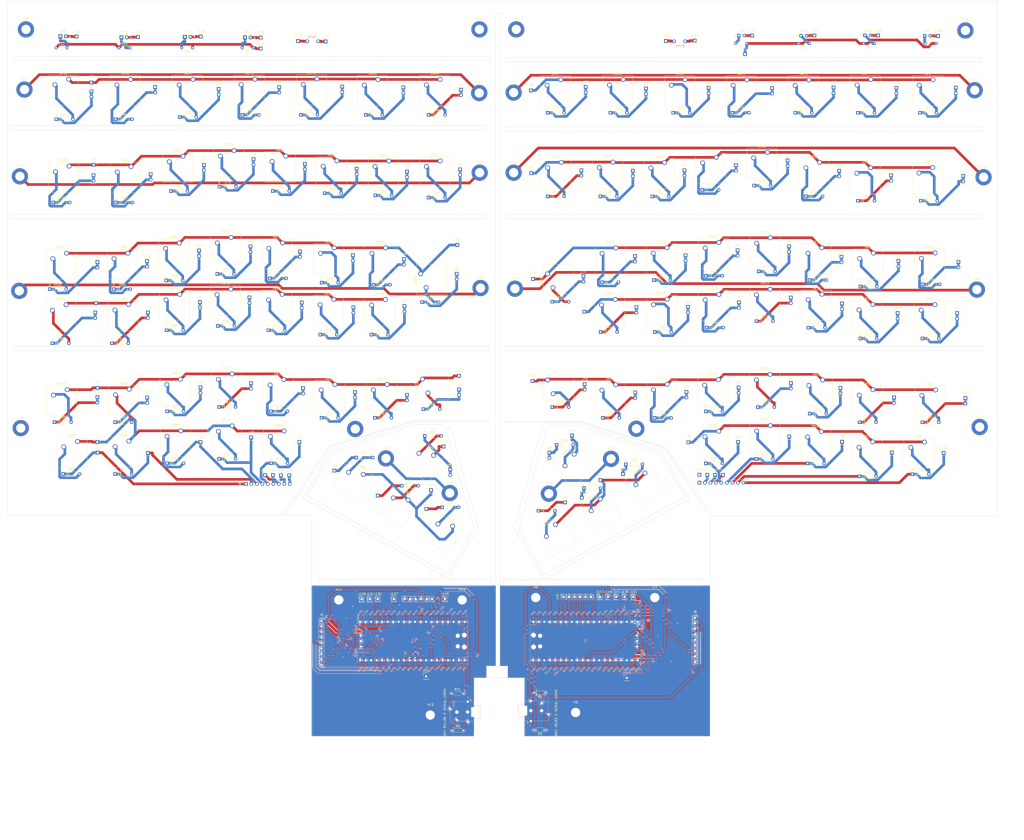
<source format=kicad_pcb>
(kicad_pcb (version 20211014) (generator pcbnew)
  (layers (0 "F.Cu" signal) (31 "B.Cu" signal) (34 "B.Paste" user) (35 "F.Paste" user) (36 "B.SilkS" user "B.Silkscreen") (37 "F.SilkS" user "F.Silkscreen") (38 "B.Mask" user) (39 "F.Mask" user) (44 "Edge.Cuts" user))
  (net 0 "")
  (net 1 "COL1R")
  (net 2 "Net-(D1-Pad2)")
  (net 3 "Net-(D2-Pad2)")
  (net 4 "Net-(D3-Pad2)")
  (net 5 "Net-(D4-Pad2)")
  (net 6 "Net-(D5-Pad2)")
  (net 7 "Net-(D6-Pad2)")
  (net 8 "COL2R")
  (net 9 "Net-(D7-Pad2)")
  (net 10 "Net-(D8-Pad2)")
  (net 11 "Net-(D9-Pad2)")
  (net 12 "Net-(D10-Pad2)")
  (net 13 "Net-(D11-Pad2)")
  (net 14 "Net-(D12-Pad2)")
  (net 15 "COL3R")
  (net 16 "Net-(D13-Pad2)")
  (net 17 "Net-(D14-Pad2)")
  (net 18 "Net-(D15-Pad2)")
  (net 19 "Net-(D16-Pad2)")
  (net 20 "Net-(D17-Pad2)")
  (net 21 "Net-(D18-Pad2)")
  (net 22 "COL4R")
  (net 23 "Net-(D19-Pad2)")
  (net 24 "Net-(D20-Pad2)")
  (net 25 "Net-(D21-Pad2)")
  (net 26 "Net-(D22-Pad2)")
  (net 27 "Net-(D23-Pad2)")
  (net 28 "Net-(D24-Pad2)")
  (net 29 "COL5R")
  (net 30 "Net-(D25-Pad2)")
  (net 31 "Net-(D26-Pad2)")
  (net 32 "Net-(D27-Pad2)")
  (net 33 "Net-(D28-Pad2)")
  (net 34 "Net-(D29-Pad2)")
  (net 35 "Net-(D30-Pad2)")
  (net 36 "COL6R")
  (net 37 "Net-(D31-Pad2)")
  (net 38 "Net-(D32-Pad2)")
  (net 39 "Net-(D33-Pad2)")
  (net 40 "Net-(D34-Pad2)")
  (net 41 "Net-(D35-Pad2)")
  (net 42 "Net-(D36-Pad2)")
  (net 43 "COL7R")
  (net 44 "Net-(D37-Pad2)")
  (net 45 "Net-(D38-Pad2)")
  (net 46 "Net-(D39-Pad2)")
  (net 47 "Net-(D40-Pad2)")
  (net 48 "Net-(D41-Pad2)")
  (net 49 "COL8R")
  (net 50 "Net-(D42-Pad2)")
  (net 51 "Net-(D43-Pad2)")
  (net 52 "Net-(D44-Pad2)")
  (net 53 "Net-(D45-Pad2)")
  (net 54 "Arrow-Right")
  (net 55 "Net-(D46-Pad2)")
  (net 56 "Net-(D47-Pad2)")
  (net 57 "Net-(D48-Pad1)")
  (net 58 "PWM4R")
  (net 59 "Net-(D49-Pad1)")
  (net 60 "PWM3R")
  (net 61 "Net-(D50-Pad1)")
  (net 62 "PWM2R")
  (net 63 "Net-(D51-Pad1)")
  (net 64 "PWM1R")
  (net 65 "Net-(D52-Pad1)")
  (net 66 "PWM4")
  (net 67 "Net-(D53-Pad1)")
  (net 68 "PWM3")
  (net 69 "Net-(D54-Pad1)")
  (net 70 "PWM2")
  (net 71 "Net-(D55-Pad1)")
  (net 72 "PWM1")
  (net 73 "Arrow-Left")
  (net 74 "Net-(D56-Pad2)")
  (net 75 "Net-(D57-Pad2)")
  (net 76 "COL8")
  (net 77 "Net-(D58-Pad2)")
  (net 78 "Net-(D59-Pad2)")
  (net 79 "Net-(D60-Pad2)")
  (net 80 "Net-(D61-Pad2)")
  (net 81 "COL7")
  (net 82 "Net-(D62-Pad2)")
  (net 83 "Net-(D63-Pad2)")
  (net 84 "Net-(D64-Pad2)")
  (net 85 "Net-(D65-Pad2)")
  (net 86 "Net-(D66-Pad2)")
  (net 87 "COL6")
  (net 88 "Net-(D67-Pad2)")
  (net 89 "Net-(D68-Pad2)")
  (net 90 "Net-(D69-Pad2)")
  (net 91 "Net-(D70-Pad2)")
  (net 92 "Net-(D71-Pad2)")
  (net 93 "Net-(D72-Pad2)")
  (net 94 "COL5")
  (net 95 "Net-(D73-Pad2)")
  (net 96 "Net-(D1-Pad1)")
  (net 97 "Net-(D75-Pad2)")
  (net 98 "Net-(D76-Pad2)")
  (net 99 "Net-(D77-Pad2)")
  (net 100 "Net-(D78-Pad2)")
  (net 101 "COL4")
  (net 102 "Net-(D79-Pad2)")
  (net 103 "Net-(D80-Pad2)")
  (net 104 "Net-(D81-Pad2)")
  (net 105 "Net-(D82-Pad2)")
  (net 106 "Net-(D83-Pad2)")
  (net 107 "Net-(D84-Pad2)")
  (net 108 "COL3")
  (net 109 "Net-(D85-Pad2)")
  (net 110 "Net-(D86-Pad2)")
  (net 111 "Net-(D87-Pad2)")
  (net 112 "Net-(D88-Pad2)")
  (net 113 "Net-(D89-Pad2)")
  (net 114 "Net-(D90-Pad2)")
  (net 115 "COL2")
  (net 116 "Net-(D91-Pad2)")
  (net 117 "Net-(D92-Pad2)")
  (net 118 "Net-(D93-Pad2)")
  (net 119 "Net-(D94-Pad2)")
  (net 120 "Net-(D95-Pad2)")
  (net 121 "Net-(D96-Pad2)")
  (net 122 "COL1")
  (net 123 "Net-(D97-Pad2)")
  (net 124 "Net-(D98-Pad2)")
  (net 125 "Net-(D99-Pad2)")
  (net 126 "Net-(D100-Pad2)")
  (net 127 "Net-(D101-Pad2)")
  (net 128 "Net-(D102-Pad2)")
  (net 129 "sdaR")
  (net 130 "sclR")
  (net 131 "VCCR")
  (net 132 "SDA I2C0")
  (net 133 "SCL I2C0")
  (net 134 "ROW1")
  (net 135 "ROW2")
  (net 136 "ROW3")
  (net 137 "ROW5")
  (net 138 "ROW4")
  (net 139 "ROW6")
  (net 140 "/COL4_L")
  (net 164 "ROW1R")
  (net 165 "ROW2R")
  (net 166 "ROW3R")
  (net 167 "ROW5R")
  (net 168 "ROW4R")
  (net 169 "ROW6R")
  (net 170 "GNDR")
  (net 171 "GNDL")
  (net 172 "VCCL")
  (net 173 "Net-(D10-Pad1)")
  (net 174 "Net-(D46-Pad1)")
  (net 175 "/COL9_L")
  (net 176 "/COL8_L")
  (net 177 "Net-(D2-Pad1)")
  (net 178 "/COL6_L")
  (net 179 "/COL5_L")
  (net 180 "Net-(D4-Pad1)")
  (net 181 "/COL3_L")
  (net 182 "/COL2_L")
  (net 183 "/COL1_L")
  (net 184 "/ROW1_L")
  (net 185 "/ROW2_L")
  (net 186 "/ROW3_L")
  (net 187 "/ROW4_L")
  (net 188 "/ROW5_L")
  (net 189 "/ROW6_L")
  (net 190 "Net-(D5-Pad1)")
  (net 191 "Net-(D6-Pad1)")
  (net 192 "Net-(D7-Pad1)")
  (net 193 "Net-(D8-Pad1)")
  (net 194 "Net-(D9-Pad1)")
  (net 195 "Net-(D11-Pad1)")
  (net 196 "Net-(D3-Pad1)")
  (net 197 "Net-(D15-Pad1)")
  (net 198 "Net-(D21-Pad1)")
  (net 199 "Net-(D26-Pad1)")
  (net 200 "Net-(D33-Pad1)")
  (net 201 "Net-(D39-Pad1)")
  (net 202 "Net-(D43-Pad1)")
  (net 203 "Net-(D12-Pad1)")
  (net 204 "Net-(D13-Pad1)")
  (net 205 "Net-(D14-Pad1)")
  (net 206 "Net-(D16-Pad1)")
  (net 207 "Net-(D17-Pad1)")
  (net 208 "Net-(D18-Pad1)")
  (net 209 "Net-(D19-Pad1)")
  (net 210 "Net-(D20-Pad1)")
  (net 211 "Net-(D22-Pad1)")
  (net 212 "Net-(D23-Pad1)")
  (net 213 "Net-(D24-Pad1)")
  (net 214 "Net-(D25-Pad1)")
  (net 215 "Net-(D27-Pad1)")
  (net 216 "Net-(D28-Pad1)")
  (net 217 "Net-(D29-Pad1)")
  (net 218 "Net-(D30-Pad1)")
  (net 219 "Net-(D31-Pad1)")
  (net 220 "Net-(D32-Pad1)")
  (net 221 "Net-(D34-Pad1)")
  (net 222 "Net-(D35-Pad1)")
  (net 223 "Net-(D36-Pad1)")
  (net 224 "Net-(D37-Pad1)")
  (net 225 "Net-(D38-Pad1)")
  (net 226 "Net-(D40-Pad1)")
  (net 227 "Net-(D41-Pad1)")
  (net 228 "Net-(D42-Pad1)")
  (net 229 "Net-(D44-Pad1)")
  (net 230 "Net-(D45-Pad1)")
  (net 231 "Net-(D47-Pad1)")
  (net 232 "Net-(D57-Pad1)")
  (net 233 "Net-(D58-Pad1)")
  (net 234 "Net-(D59-Pad1)")
  (net 235 "Net-(D60-Pad1)")
  (net 236 "Net-(D62-Pad1)")
  (net 237 "Net-(D63-Pad1)")
  (net 238 "Net-(D64-Pad1)")
  (net 239 "Net-(D65-Pad1)")
  (net 240 "Net-(D66-Pad1)")
  (net 241 "Net-(D68-Pad1)")
  (net 242 "Net-(D69-Pad1)")
  (net 243 "Net-(D70-Pad1)")
  (net 244 "Net-(D71-Pad1)")
  (net 245 "Net-(D72-Pad1)")
  (net 246 "Net-(D73-Pad1)")
  (net 247 "Net-(D74-Pad1)")
  (net 248 "Net-(D74-Pad2)")
  (net 249 "Net-(D75-Pad1)")
  (net 250 "Net-(D77-Pad1)")
  (net 251 "Net-(D78-Pad1)")
  (net 252 "Net-(D79-Pad1)")
  (net 253 "Net-(D80-Pad1)")
  (net 254 "Net-(D81-Pad1)")
  (net 255 "Net-(D82-Pad1)")
  (net 256 "Net-(J123-Pad1)")
  (net 257 "Net-(D84-Pad1)")
  (net 258 "Net-(D85-Pad1)")
  (net 259 "Net-(D87-Pad1)")
  (net 260 "Net-(D88-Pad1)")
  (net 261 "Net-(D89-Pad1)")
  (net 262 "Net-(D90-Pad1)")
  (net 263 "Net-(D92-Pad1)")
  (net 264 "Net-(D93-Pad1)")
  (net 265 "Net-(D94-Pad1)")
  (net 266 "Net-(D95-Pad1)")
  (net 267 "Net-(D96-Pad1)")
  (net 268 "Net-(D98-Pad1)")
  (net 269 "Net-(D99-Pad1)")
  (net 270 "Net-(D100-Pad1)")
  (net 271 "Net-(D101-Pad1)")
  (net 272 "Net-(D102-Pad1)")
  (net 273 "Net-(J56-Pad1)")
  (net 274 "Net-(J7-Pad3)")
  (net 275 "Net-(J26-Pad1)")
  (net 276 "Net-(J27-Pad1)")
  (net 277 "Net-(J28-Pad1)")
  (net 278 "Net-(J29-Pad1)")
  (net 279 "Net-(J30-Pad1)")
  (net 280 "Net-(J31-Pad1)")
  (net 281 "Net-(J124-Pad1)")
  (net 282 "Net-(J125-Pad1)")
  (net 283 "Net-(J126-Pad1)")
  (net 284 "Net-(J127-Pad1)")
  (net 285 "Net-(J128-Pad1)")
  (net 286 "Net-(J117-Pad1)")
  (net 287 "Net-(J119-Pad1)")
  (net 288 "Net-(J120-Pad1)")
  (net 289 "Net-(J121-Pad1)")
  (net 290 "Net-(J133-Pad1)")
  (net 291 "Net-(J143-Pad1)")
  (net 292 "Net-(J149-Pad1)")
  (net 293 "Net-(D48-Pad2)")
  (net 294 "Net-(D49-Pad2)")
  (net 295 "Net-(D50-Pad2)")
  (net 296 "Net-(D51-Pad2)")
  (net 297 "Net-(D52-Pad2)")
  (net 298 "Net-(D53-Pad2)")
  (net 299 "Net-(D54-Pad2)")
  (net 300 "Net-(D55-Pad2)")
  (net 301 "Net-(J150-Pad1)")
  (net 302 "Net-(J151-Pad1)")
  (net 303 "Net-(J152-Pad1)")
  (net 304 "Net-(J122-Pad1)")
  (net 305 "Net-(J153-Pad1)")
  (net 306 "Net-(H1-Pad1)")
  (net 307 "Net-(H16-Pad1)")
  (net 308 "Net-(H17-Pad1)")
  (net 309 "Net-(H10-Pad1)")
  (net 310 "Net-(H11-Pad1)")
  (net 311 "Net-(H21-Pad1)")
  (net 312 "Net-(H22-Pad1)")
  (net 313 "Net-(H23-Pad1)")
  (net 314 "Net-(H24-Pad1)")
  (net 315 "Net-(H26-Pad1)")
  (net 316 "Net-(H33-Pad1)")
  (net 317 "Net-(H35-Pad1)")
  (footprint "Diode_THT:D_DO-35_SOD27_P7.62mm_Horizontal" (layer "F.Cu") (at 432.1 222)
    (fp_text reference "D23")
    (fp_text value "1N4148")
  )
  (footprint "Connector_PinHeader_2.54mm:PinHeader_1x02_P2.54mm_Vertical" (layer "F.Cu") (at 398.21 112.59)
    (fp_text reference "J83")
    (fp_text value "Conn_01x02_Male")
  )
  (footprint "Diode_THT:D_DO-35_SOD27_P7.62mm_Horizontal" (layer "F.Cu") (at 135.19 252.93)
    (fp_text reference "D91")
    (fp_text value "1N4148")
  )
  (footprint "Connector_PinHeader_2.54mm:PinHeader_1x01_P2.54mm_Vertical" (layer "F.Cu") (at 264 310.66)
    (fp_text reference "J137")
    (fp_text value "Conn_01x01_Male")
  )
  (footprint "MountingHole:MountingHole_4.3mm_M4_DIN965_Pad" (layer "F.Cu") (at 303.5 47.5)
    (fp_text reference "H34")
    (fp_text value "MountingHole_Pad")
  )
  (footprint "Connector_PinHeader_2.54mm:PinHeader_1x01_P2.54mm_Vertical" (layer "F.Cu") (at 211.788 253.528)
    (fp_text reference "J124")
    (fp_text value "Conn_01x01_Male")
  )
  (footprint "Connector_PinHeader_2.54mm:PinHeader_1x02_P2.54mm_Vertical" (layer "F.Cu") (at 527 115.19)
    (fp_text reference "J112")
    (fp_text value "Conn_01x02_Male")
  )
  (footprint "Diode_THT:D_DO-35_SOD27_P7.62mm_Horizontal" (layer "F.Cu") (at 267.614 258.312)
    (fp_text reference "D61")
    (fp_text value "1N4148")
  )
  (footprint "Connector_PinHeader_2.54mm:PinHeader_1x02_P2.54mm_Vertical" (layer "F.Cu") (at 495 217.53)
    (fp_text reference "J109")
    (fp_text value "Conn_01x02_Male")
  )
  (footprint "MountingHole:MountingHole_4.3mm_M4_DIN965_Pad" (layer "F.Cu") (at 295.5 311.08)
    (fp_text reference "H15")
    (fp_text value "MountingHole_Pad")
  )
  (footprint "Connector_PinHeader_2.54mm:PinHeader_1x02_P2.54mm_Vertical" (layer "F.Cu") (at 173.96 149.7)
    (fp_text reference "J24")
    (fp_text value "Conn_01x02_Male")
  )
  (footprint "Connector_PinHeader_2.54mm:PinHeader_1x02_P2.54mm_Vertical" (layer "F.Cu") (at 199.08 107.46)
    (fp_text reference "J39")
    (fp_text value "Conn_01x02_Male")
  )
  (footprint "Diode_THT:D_DO-35_SOD27_P7.62mm_Horizontal" (layer "F.Cu") (at 165 88)
    (fp_text reference "D90")
    (fp_text value "1N4148")
  )
  (footprint "Connector_PinHeader_2.54mm:PinHeader_1x02_P2.54mm_Vertical" (layer "F.Cu") (at 467.1 74.34)
    (fp_text reference "J99")
    (fp_text value "Conn_01x02_Male")
  )
  (footprint "MountingHole:MountingHole_4.3mm_M4_DIN965_Pad" (layer "F.Cu") (at 335.58 262)
    (fp_text reference "H24")
    (fp_text value "MountingHole_Pad")
  )
  (footprint "Diode_THT:D_DO-35_SOD27_P7.62mm_Horizontal" (layer "F.Cu") (at 183.38 120.18)
    (fp_text reference "D79")
    (fp_text value "1N4148")
  )
  (footprint "Connector_PinHeader_2.54mm:PinHeader_1x02_P2.54mm_Vertical" (layer "F.Cu") (at 246.01 215.07)
    (fp_text reference "J54")
    (fp_text value "Conn_01x02_Male")
  )
  (footprint "Button_Switch_Keyboard:SW_Cherry_MX_1.50u_PCB" (layer "F.Cu") (at 334.92 160.46 90)
    (fp_text reference "SW43")
    (fp_text value "MX-NO-LED")
  )
  (footprint "Button_Switch_Keyboard:SW_Cherry_MX_1.00u_PCB" (layer "F.Cu") (at 141.73 213.75)
    (fp_text reference "SW89")
    (fp_text value "MX-NO-LED")
  )
  (footprint "Button_Switch_Keyboard:SW_Cherry_MX_1.50u_PCB" (layer "F.Cu") (at 514.02 150.76)
    (fp_text reference "SW3")
    (fp_text value "MX-NO-LED")
  )
  (footprint "Connector_PinHeader_2.54mm:PinHeader_1x01_P2.54mm_Vertical" (layer "F.Cu") (at 366.736 309.672)
    (fp_text reference "J141")
    (fp_text value "Conn_01x01_Male")
  )
  (footprint "Diode_THT:D_DO-35_SOD27_P7.62mm_Horizontal" (layer "F.Cu") (at 351.78 259.4)
    (fp_text reference "D44")
    (fp_text value "1N4148")
  )
  (footprint "Diode_THT:D_DO-35_SOD27_P7.62mm_Horizontal" (layer "F.Cu") (at 330.78 269.88)
    (fp_text reference "D47")
    (fp_text value "1N4148")
  )
  (footprint "Connector_PinHeader_2.54mm:PinHeader_1x02_P2.54mm_Vertical" (layer "F.Cu") (at 268.33 74.3)
    (fp_text reference "J50")
    (fp_text value "Conn_01x02_Male")
  )
  (footprint "Diode_THT:D_DO-34_SOD68_P2.54mm_Vertical_KathodeUp" (layer "F.Cu") (at 509.18 50.44)
    (fp_text reference "D51")
    (fp_text value "LED")
  )
  (footprint "Button_Switch_Keyboard:SW_Cherry_MX_1.00u_PCB" (layer "F.Cu") (at 437.92 143.76)
    (fp_text reference "SW21")
    (fp_text value "MX-NO-LED")
  )
  (footprint "Connector_PinHeader_2.54mm:PinHeader_1x02_P2.54mm_Vertical" (layer "F.Cu") (at 245.25 175.87)
    (fp_text reference "J53")
    (fp_text value "Conn_01x02_Male")
  )
  (footprint "Connector_PinSocket_2.54mm:PinSocket_1x01_P2.54mm_Vertical" (layer "F.Cu") (at 126.975 238.145)
    (fp_text reference "J4")
    (fp_text value "Conn_01x01_Female")
  )
  (footprint "Button_Switch_Keyboard:SW_Cherry_MX_1.00u_PCB" (layer "F.Cu") (at 413.92 209.36)
    (fp_text reference "SW28")
    (fp_text value "MX-NO-LED")
  )
  (footprint "Diode_THT:D_DO-35_SOD27_P7.62mm_Horizontal" (layer "F.Cu") (at 408.1 161.3)
    (fp_text reference "D26")
    (fp_text value "1N4148")
  )
  (footprint "Diode_THT:D_DO-35_SOD27_P7.62mm_Horizontal" (layer "F.Cu") (at 135.19 228.93)
    (fp_text reference "D95")
    (fp_text value "1N4148")
  )
  (footprint "Connector_PinHeader_2.54mm:PinHeader_1x01_P2.54mm_Vertical" (layer "F.Cu") (at 518 243.24)
    (fp_text reference "J110")
    (fp_text value "Conn_01x01_Male")
  )
  (footprint "Connector_PinHeader_2.54mm:PinHeader_1x02_P2.54mm_Vertical" (layer "F.Cu") (at 222.85 109.65)
    (fp_text reference "J45")
    (fp_text value "Conn_01x02_Male")
  )
  (footprint "Button_Switch_Keyboard:SW_Cherry_MX_1.00u_PCB" (layer "F.Cu") (at 165.53 232.95)
    (fp_text reference "SW80")
    (fp_text value "MX-NO-LED")
  )
  (footprint "Connector_PinHeader_2.54mm:PinHeader_1x01_P2.54mm_Vertical" (layer "F.Cu") (at 389.636 52.832)
    (fp_text reference "J152")
    (fp_text value "Conn_01x01_Male")
  )
  (footprint "Diode_THT:D_DO-35_SOD27_P7.62mm_Horizontal" (layer "F.Cu") (at 337.1 173.3)
    (fp_text reference "D43")
    (fp_text value "1N4148")
  )
  (footprint "Button_Switch_Keyboard:SW_Cherry_MX_1.50u_PCB" (layer "F.Cu") (at 513.92 174.66)
    (fp_text reference "SW5")
    (fp_text value "MX-NO-LED")
  )
  (footprint "Resistor_THT:R_Axial_DIN0204_L3.6mm_D1.6mm_P5.08mm_Horizontal" (layer "F.Cu") (at 136.92 56)
    (fp_text reference "R10")
    (fp_text value "330")
  )
  (footprint "Button_Switch_Keyboard:SW_Cherry_MX_1.00u_PCB" (layer "F.Cu") (at 485.52 150.86)
    (fp_text reference "SW9")
    (fp_text value "MX-NO-LED")
  )
  (footprint "Button_Switch_Keyboard:SW_Cherry_MX_1.00u_PCB" (layer "F.Cu") (at 379.9597 252.4906 30)
    (fp_text reference "SW35")
    (fp_text value "MX-NO-LED")
  )
  (footprint "Button_Switch_Keyboard:SW_Cherry_MX_1.00u_PCB" (layer "F.Cu") (at 390.22 211.46)
    (fp_text reference "SW34")
    (fp_text value "MX-NO-LED")
  )
  (footprint "Connector_PinHeader_2.54mm:PinHeader_1x02_P2.54mm_Vertical" (layer "F.Cu") (at 471 174.144)
    (fp_text reference "J102")
    (fp_text value "Conn_01x02_Male")
  )
  (footprint "Connector_PinHeader_2.54mm:PinHeader_1x02_P2.54mm_Vertical" (layer "F.Cu") (at 270 216.33)
    (fp_text reference "J61")
    (fp_text value "Conn_01x02_Male")
  )
  (footprint "Connector_PinHeader_2.54mm:PinHeader_1x02_P2.54mm_Vertical" (layer "F.Cu") (at 398.72 151.87)
    (fp_text reference "J84")
    (fp_text value "Conn_01x02_Male")
  )
  (footprint "Connector_PinSocket_2.54mm:PinSocket_1x01_P2.54mm_Vertical" (layer "F.Cu") (at 127.065 213.095)
    (fp_text reference "J32")
    (fp_text value "Conn_01x01_Female")
  )
  (footprint "Resistor_THT:R_Axial_DIN0204_L3.6mm_D1.6mm_P5.08mm_Horizontal" (layer "F.Cu") (at 290.83 354.34)
    (fp_text reference "R11")
    (fp_text value "4.7K")
  )
  (footprint "Button_Switch_Keyboard:SW_Cherry_MX_1.50u_PCB" (layer "F.Cu") (at 276.34 160.42 90)
    (fp_text reference "SW53")
    (fp_text value "MX-NO-LED")
  )
  (footprint "Connector_PinHeader_2.54mm:PinHeader_1x02_P2.54mm_Vertical" (layer "F.Cu") (at 374.37 112.81)
    (fp_text reference "J76")
    (fp_text value "Conn_01x02_Male")
  )
  (footprint "Connector_PinHeader_2.54mm:PinHeader_1x02_P2.54mm_Vertical" (layer "F.Cu") (at 197.74 147.74)
    (fp_text reference "J40")
    (fp_text value "Conn_01x02_Male")
  )
  (footprint "Connector_PinHeader_2.54mm:PinHeader_1x02_P2.54mm_Vertical" (layer "F.Cu") (at 245.07 151.85)
    (fp_text reference "J52")
    (fp_text value "Conn_01x02_Male")
  )
  (footprint "Diode_THT:D_DO-35_SOD27_P7.62mm_Horizontal" (layer "F.Cu") (at 134.6 167.5)
    (fp_text reference "D93")
    (fp_text value "1N4148")
  )
  (footprint "Button_Switch_Keyboard:SW_Cherry_MX_1.00u_PCB" (layer "F.Cu") (at 485.22 174.56)
    (fp_text reference "SW11")
    (fp_text value "MX-NO-LED")
  )
  (footprint "Connector_PinHeader_2.54mm:PinHeader_1x01_P2.54mm_Vertical" (layer "F.Cu") (at 515.366 50.546)
    (fp_text reference "J148")
    (fp_text value "Conn_01x01_Male")
  )
  (footprint "Resistor_THT:R_Axial_DIN0204_L3.6mm_D1.6mm_P5.08mm_Horizontal" (layer "F.Cu") (at 171 56 180)
    (fp_text reference "R8")
    (fp_text value "330")
  )
  (footprint "Diode_THT:D_DO-35_SOD27_P7.62mm_Horizontal" (layer "F.Cu") (at 158.79 163.5)
    (fp_text reference "D88")
    (fp_text value "1N4148")
  )
  (footprint "Button_Switch_Keyboard:SW_Cherry_MX_1.00u_PCB" (layer "F.Cu") (at 484.32 70.66)
    (fp_text reference "SW7")
    (fp_text value "MX-NO-LED")
  )
  (footprint "Connector_PinSocket_2.54mm:PinSocket_1x01_P2.54mm_Vertical" (layer "F.Cu") (at 327.42 113.93)
    (fp_text reference "J27")
    (fp_text value "Conn_01x01_Female")
  )
  (footprint "Connector_PinHeader_2.54mm:PinHeader_1x01_P2.54mm_Vertical" (layer "F.Cu") (at 346.286 235.122)
    (fp_text reference "J120")
    (fp_text value "Conn_01x01_Male")
  )
  (footprint "Button_Switch_Keyboard:SW_Cherry_MX_1.00u_PCB" (layer "F.Cu") (at 260.14 148.42)
    (fp_text reference "SW58")
    (fp_text value "MX-NO-LED")
  )
  (footprint "Button_Switch_Keyboard:SW_Cherry_MX_1.00u_PCB" (layer "F.Cu") (at 188.74 143.62)
    (fp_text reference "SW76")
    (fp_text value "MX-NO-LED")
  )
  (footprint "Connector_PinHeader_2.54mm:PinHeader_1x01_P2.54mm_Vertical" (layer "F.Cu") (at 204.418 253.398)
    (fp_text reference "J123")
    (fp_text value "Conn_01x01_Male")
  )
  (footprint "Diode_THT:D_DO-35_SOD27_P7.62mm_Horizontal" (layer "F.Cu") (at 384.48 227)
    (fp_text reference "D35")
    (fp_text value "1N4148")
  )
  (footprint "Connector_PinHeader_2.54mm:PinHeader_1x02_P2.54mm_Vertical" (layer "F.Cu") (at 376.01 175.84)
    (fp_text reference "J78")
    (fp_text value "Conn_01x02_Male")
  )
  (footprint "Diode_THT:D_DO-35_SOD27_P7.62mm_Horizontal" (layer "F.Cu") (at 183.19 245.93)
    (fp_text reference "D83")
    (fp_text value "1N4148")
  )
  (footprint "MountingHole:MountingHole_4.3mm_M4_DIN965_Pad" (layer "F.Cu") (at 376 232)
    (fp_text reference "H23")
    (fp_text value "MountingHole_Pad")
  )
  (footprint "Connector_PinHeader_2.54mm:PinHeader_1x02_P2.54mm_Vertical" (layer "F.Cu") (at 221.41 173.68)
    (fp_text reference "J47")
    (fp_text value "Conn_01x02_Male")
  )
  (footprint "Connector_PinHeader_2.54mm:PinHeader_1x02_P2.54mm_Vertical" (layer "F.Cu") (at 470.238 213.212)
    (fp_text reference "J103")
    (fp_text value "Conn_01x02_Male")
  )
  (footprint "Diode_THT:D_DO-35_SOD27_P7.62mm_Horizontal" (layer "F.Cu") (at 280 87)
    (fp_text reference "D66")
    (fp_text value "1N4148")
  )
  (footprint "MountingHole:MountingHole_4.3mm_M4_DIN965_Pad" (layer "F.Cu") (at 532.3 75.6)
    (fp_text reference "H27")
    (fp_text value "MountingHole_Pad")
  )
  (footprint "Button_Switch_Keyboard:SW_Cherry_MX_1.00u_PCB" (layer "F.Cu") (at 436.52 104.32)
    (fp_text reference "SW20")
    (fp_text value "MX-NO-LED")
  )
  (footprint "Connector_PinHeader_2.54mm:PinHeader_1x02_P2.54mm_Vertical" (layer "F.Cu") (at 240.1 73.95)
    (fp_text reference "J44")
    (fp_text value "Conn_01x02_Male")
  )
  (footprint "MountingHole:MountingHole_4.3mm_M4_DIN965_Pad" (layer "F.Cu") (at 289.8 261.7)
    (fp_text reference "H19")
    (fp_text value "MountingHole_Pad")
  )
  (footprint "Diode_THT:D_DO-35_SOD27_P7.62mm_Horizontal" (layer "F.Cu") (at 182.6 184.5)
    (fp_text reference "D81")
    (fp_text value "1N4148")
  )
  (footprint "Button_Switch_Keyboard:SW_Cherry_MX_1.00u_PCB" (layer "F.Cu") (at 414.12 169.96)
    (fp_text reference "SW29")
    (fp_text value "MX-NO-LED")
  )
  (footprint "Button_Switch_Keyboard:SW_Cherry_MX_1.00u_PCB" (layer "F.Cu") (at 461.72 169.86)
    (fp_text reference "SW17")
    (fp_text value "MX-NO-LED")
  )
  (footprint "Diode_THT:D_DO-35_SOD27_P7.62mm_Horizontal" (layer "F.Cu") (at 159.19 247.93)
    (fp_text reference "D86")
    (fp_text value "1N4148")
  )
  (footprint "Connector_PinSocket_2.54mm:PinSocket_1x09_P2.54mm_Vertical" (layer "F.Cu") (at 195.578 257.463 90)
    (fp_text reference "J6")
    (fp_text value "Conn_01x09_Male")
  )
  (footprint "Button_Switch_Keyboard:SW_Cherry_MX_1.00u_PCB" (layer "F.Cu") (at 189.23 230.65)
    (fp_text reference "SW74")
    (fp_text value "MX-NO-LED")
  )
  (footprint "Button_Switch_Keyboard:SW_Cherry_MX_1.00u_PCB" (layer "F.Cu") (at 256.64 70.72)
    (fp_text reference "SW66")
    (fp_text value "MX-NO-LED")
  )
  (footprint "Connector_PinHeader_2.54mm:PinHeader_1x02_P2.54mm_Vertical" (layer "F.Cu") (at 293 160.42)
    (fp_text reference "J63")
    (fp_text value "Conn_01x02_Male")
  )
  (footprint "Diode_THT:D_DO-35_SOD27_P7.62mm_Horizontal" (layer "F.Cu") (at 360.1 164.3)
    (fp_text reference "D40")
    (fp_text value "1N4148")
  )
  (footprint "Button_Switch_Keyboard:SW_Cherry_MX_1.00u_PCB" (layer "F.Cu") (at 141.44 174.62)
    (fp_text reference "SW85")
    (fp_text value "MX-NO-LED")
  )
  (footprint "MountingHole:MountingHole_4.3mm_M4_DIN965_Pad" (layer "F.Cu") (at 304 167)
    (fp_text reference "H16")
    (fp_text value "MountingHole_Pad")
  )
  (footprint "Diode_THT:D_DO-35_SOD27_P7.62mm_Horizontal" (layer "F.Cu") (at 254.6 165.5)
    (fp_text reference "D62")
    (fp_text value "1N4148")
  )
  (footprint "Connector_PinHeader_2.54mm:PinHeader_1x01_P2.54mm_Vertical" (layer "F.Cu") (at 350.776 263.856)
    (fp_text reference "J70")
    (fp_text value "Conn_01x01_Male")
  )
  (footprint "Button_Switch_Keyboard:SW_Cherry_MX_1.00u_PCB" (layer "F.Cu") (at 461.62 148.36)
    (fp_text reference "SW15")
    (fp_text value "MX-NO-LED")
  )
  (footprint "Diode_THT:D_DO-35_SOD27_P7.62mm_Horizontal" (layer "F.Cu") (at 135.6 127.5)
    (fp_text reference "D92")
    (fp_text value "1N4148")
  )
  (footprint "Diode_THT:D_DO-35_SOD27_P7.62mm_Horizontal" (layer "F.Cu") (at 183.19 221.93)
    (fp_text reference "D82")
    (fp_text value "1N4148")
  )
  (footprint "Connector_PinHeader_2.54mm:PinHeader_1x01_P2.54mm_Vertical" (layer "F.Cu") (at 202.438 56.388)
    (fp_text reference "J133")
    (fp_text value "Conn_01x01_Male")
  )
  (footprint "Connector_PinHeader_2.54mm:PinHeader_1x02_P2.54mm_Vertical" (layer "F.Cu") (at 294.97 75.39)
    (fp_text reference "J57")
    (fp_text value "Conn_01x02_Male")
  )
  (footprint "Connector_PinHeader_2.54mm:PinHeader_1x01_P2.54mm_Vertical" (layer "F.Cu") (at 458.216 50.292)
    (fp_text reference "J142")
    (fp_text value "Conn_01x01_Male")
  )
  (footprint "Resistor_THT:R_Axial_DIN0204_L3.6mm_D1.6mm_P5.08mm_Horizontal" (layer "F.Cu") (at 421.92 54)
    (fp_text reference "R1")
    (fp_text value "330")
  )
  (footprint "Button_Switch_Keyboard:SW_Cherry_MX_1.00u_PCB" (layer "F.Cu") (at 509.12 238.16)
    (fp_text reference "SW6")
    (fp_text value "MX-NO-LED")
  )
  (footprint "Diode_THT:D_DO-35_SOD27_P7.62mm_Horizontal" (layer "F.Cu") (at 286.234 268.312)
    (fp_text reference "D56")
    (fp_text value "1N4148")
  )
  (footprint "Connector_PinHeader_2.54mm:PinHeader_1x01_P2.54mm_Vertical" (layer "F.Cu") (at 471 238)
    (fp_text reference "J98")
    (fp_text value "Conn_01x01_Male")
  )
  (footprint "Diode_THT:D_DO-35_SOD27_P7.62mm_Horizontal" (layer "F.Cu") (at 208 122.18)
    (fp_text reference "D73")
    (fp_text value "1N4148")
  )
  (footprint "Button_Switch_Keyboard:SW_Cherry_MX_1.00u_PCB" (layer "F.Cu") (at 414.12 145.96)
    (fp_text reference "SW27")
    (fp_text value "MX-NO-LED")
  )
  (footprint "Diode_THT:D_DO-35_SOD27_P7.62mm_Horizontal" (layer "F.Cu") (at 335 124.66)
    (fp_text reference "D42")
    (fp_text value "1N4148")
  )
  (footprint "Button_Switch_Keyboard:SW_Cherry_MX_1.00u_PCB" (layer "F.Cu") (at 141.04 150.92)
    (fp_text reference "SW88")
    (fp_text value "MX-NO-LED")
  )
  (footprint "Button_Switch_Keyboard:SW_Cherry_MX_1.00u_PCB" (layer "F.Cu") (at 237.64 108.2)
    (fp_text reference "SW62")
    (fp_text value "MX-NO-LED")
  )
  (footprint "Connector_PinHeader_2.54mm:PinHeader_1x01_P2.54mm_Vertical" (layer "F.Cu") (at 286.9137 240.2226)
    (fp_text reference "J119")
    (fp_text value "Conn_01x01_Male")
  )
  (footprint "Button_Switch_Keyboard:SW_Cherry_MX_1.00u_PCB" (layer "F.Cu") (at 142.54 110.9)
    (fp_text reference "SW87")
    (fp_text value "MX-NO-LED")
  )
  (footprint "Connector_PinHeader_2.54mm:PinHeader_1x02_P2.54mm_Vertical" (layer "F.Cu") (at 127 217.41)
    (fp_text reference "J14")
    (fp_text value "Conn_01x02_Male")
  )
  (footprint "Connector_PinHeader_2.54mm:PinHeader_1x02_P2.54mm_Vertical" (layer "F.Cu") (at 496.71 178.55)
    (fp_text reference "J108")
    (fp_text value "Conn_01x02_Male")
  )
  (footprint "Connector_PinHeader_2.54mm:PinHeader_1x01_P2.54mm_Vertical" (layer "F.Cu") (at 370.546 309.672)
    (fp_text reference "J139")
    (fp_text value "Conn_01x01_Male")
  )
  (footprint "MountingHole:MountingHole_4.3mm_M4_DIN965_Pad" (layer "F.Cu") (at 260.3 245.7)
    (fp_text reference "H10")
    (fp_text value "MountingHole_Pad")
  )
  (footprint "Connector_PinHeader_2.54mm:PinHeader_1x01_P2.54mm_Vertical" (layer "F.Cu") (at 487.68 50.292)
    (fp_text reference "J146")
    (fp_text value "Conn_01x01_Male")
  )
  (footprint "Connector_PinSocket_2.54mm:PinSocket_1x01_P2.54mm_Vertical" (layer "F.Cu") (at 293.26 147.11)
    (fp_text reference "J35")
    (fp_text value "Conn_01x01_Female")
  )
  (footprint "Diode_THT:D_DO-35_SOD27_P7.62mm_Horizontal" (layer "F.Cu") (at 106.19 192.5)
    (fp_text reference "D98")
    (fp_text value "1N4148")
  )
  (footprint "MountingHole:MountingHole_4.3mm_M4_DIN965_Pad" (layer "F.Cu") (at 246.1 232.1)
    (fp_text reference "H17")
    (fp_text value "MountingHole_Pad")
  )
  (footprint "Button_Switch_Keyboard:SW_Cherry_MX_1.50u_PCB" (layer "F.Cu") (at 514.22 214.06)
    (fp_text reference "SW4")
    (fp_text value "MX-NO-LED")
  )
  (footprint "Button_Switch_Keyboard:SW_Cherry_MX_1.50u_PCB" (layer "F.Cu") (at 113.94 110.7)
    (fp_text reference "SW93")
    (fp_text value "MX-NO-LED")
  )
  (footprint "Connector_PinHeader_2.54mm:PinHeader_1x02_P2.54mm_Vertical" (layer "F.Cu") (at 409.4 74.5)
    (fp_text reference "J87")
    (fp_text value "Conn_01x02_Male")
  )
  (footprint "Diode_THT:D_DO-35_SOD27_P7.62mm_Horizontal" (layer "F.Cu") (at 479.48 190.3)
    (fp_text reference "D10")
    (fp_text value "1N4148")
  )
  (footprint "Button_Switch_Keyboard:SW_Cherry_MX_1.00u_PCB" (layer "F.Cu") (at 142.34 70.62)
    (fp_text reference "SW90")
    (fp_text value "MX-NO-LED")
  )
  (footprint "Diode_THT:D_DO-35_SOD27_P7.62mm_Horizontal" (layer "F.Cu") (at 229.98 188.5)
    (fp_text reference "D70")
    (fp_text value "1N4148")
  )
  (footprint "Diode_THT:D_DO-35_SOD27_P7.62mm_Horizontal" (layer "F.Cu") (at 360.48 227)
    (fp_text reference "D39")
    (fp_text value "1N4148")
  )
  (footprint "Button_Switch_Keyboard:SW_Cherry_MX_1.00u_PCB" (layer "F.Cu") (at 366.52 148.46)
    (fp_text reference "SW39")
    (fp_text value "MX-NO-LED")
  )
  (footprint "Diode_THT:D_DO-35_SOD27_P7.62mm_Horizontal" (layer "F.Cu") (at 230.6 164.5)
    (fp_text reference "D69")
    (fp_text value "1N4148")
  )
  (footprint "Diode_THT:D_DO-35_SOD27_P7.62mm_Horizontal" (layer "F.Cu") (at 106.6 127.5)
    (fp_text reference "D100")
    (fp_text value "1N4148")
  )
  (footprint "Connector_PinHeader_2.54mm:PinHeader_1x02_P2.54mm_Vertical" (layer "F.Cu") (at 446.52 147.72)
    (fp_text reference "J95")
    (fp_text value "Conn_01x02_Male")
  )
  (footprint "Connector_PinSocket_2.54mm:PinSocket_1x01_P2.54mm_Vertical" (layer "F.Cu") (at 328 210)
    (fp_text reference "J30")
    (fp_text value "Conn_01x01_Female")
  )
  (footprint "Connector_PinHeader_2.54mm:PinHeader_1x02_P2.54mm_Vertical" (layer "F.Cu") (at 399.85 175.74)
    (fp_text reference "J85")
    (fp_text value "Conn_01x02_Male")
  )
  (footprint "Diode_THT:D_DO-35_SOD27_P7.62mm_Horizontal" (layer "F.Cu") (at 107.19 228.93)
    (fp_text reference "D99")
    (fp_text value "1N4148")
  )
  (footprint "MountingHole:MountingHole_4.3mm_M4_DIN965_Pad" (layer "F.Cu") (at 93.3 75.3)
    (fp_text reference "H1")
    (fp_text value "MountingHole_Pad")
  )
  (footprint "Connector_PinHeader_2.54mm:PinHeader_1x01_P2.54mm_Vertical" (layer "F.Cu") (at 446.616 235.564)
    (fp_text reference "J92")
    (fp_text value "Conn_01x01_Male")
  )
  (footprint "Connector_PinHeader_2.54mm:PinHeader_1x01_P2.54mm_Vertical" (layer "F.Cu") (at 174.64 238.18)
    (fp_text reference "J43")
    (fp_text value "Conn_01x01_Male")
  )
  (footprint "Resistor_THT:R_Axial_DIN0204_L3.6mm_D1.6mm_P5.08mm_Horizontal" (layer "F.Cu") (at 486.08 54 180)
    (fp_text reference "R4")
    (fp_text value "330")
  )
  (footprint "Connector_PinHeader_2.54mm:PinHeader_1x02_P2.54mm_Vertical" (layer "F.Cu") (at 174.6 212.92)
    (fp_text reference "J37")
    (fp_text value "Conn_01x02_Male")
  )
  (footprint "Connector_PinHeader_2.54mm:PinHeader_1x01_P2.54mm_Vertical" (layer "F.Cu") (at 117.348 50.8)
    (fp_text reference "J130")
    (fp_text value "Conn_01x01_Male")
  )
  (footprint "Diode_THT:D_DO-35_SOD27_P7.62mm_Horizontal" (layer "F.Cu") (at 182.41 160.5)
    (fp_text reference "D80")
    (fp_text value "1N4148")
  )
  (footprint "Button_Switch_Keyboard:SW_Cherry_MX_1.00u_PCB" (layer "F.Cu") (at 369.92 70.66)
    (fp_text reference "SW31")
    (fp_text value "MX-NO-LED")
  )
  (footprint "Diode_THT:D_DO-35_SOD27_P7.62mm_Horizontal" (layer "F.Cu") (at 507.38 126.66)
    (fp_text reference "D2")
    (fp_text value "1N4148")
  )
  (footprint "Button_Switch_Keyboard:SW_Cherry_MX_1.00u_PCB" (layer "F.Cu") (at 166.54 106.1)
    (fp_text reference "SW81")
    (fp_text value "MX-NO-LED")
  )
  (footprint "Connector_PinHeader_2.54mm:PinHeader_1x01_P2.54mm_Vertical" (layer "F.Cu") (at 359.116 309.672)
    (fp_text reference "J147")
    (fp_text value "Conn_01x01_Male")
  )
  (footprint "MountingHole:MountingHole_4.3mm_M4_DIN965_Pad" (layer "F.Cu") (at 303.4 76.9)
    (fp_text reference "H12")
    (fp_text value "MountingHole_Pad")
  )
  (footprint "MountingHole:MountingHole_4.3mm_M4_DIN965_Pad" (layer "F.Cu") (at 329.5 310)
    (fp_text reference "H5")
    (fp_text value "MountingHole_Pad")
  )
  (footprint "Connector_PinHeader_2.54mm:PinHeader_1x02_P2.54mm_Vertical" (layer "F.Cu") (at 524.18 178.6)
    (fp_text reference "J114")
    (fp_text value "Conn_01x02_Male")
  )
  (footprint "Diode_THT:D_DO-35_SOD27_P7.62mm_Horizontal" (layer "F.Cu") (at 359.48 187.3)
    (fp_text reference "D41")
    (fp_text value "1N4148")
  )
  (footprint "Connector_PinHeader_2.54mm:PinHeader_1x02_P2.54mm_Vertical" (layer "F.Cu") (at 183.04 75.03)
    (fp_text reference "J22")
    (fp_text value "Conn_01x02_Male")
  )
  (footprint "Diode_THT:D_DO-35_SOD27_P7.62mm_Horizontal" (layer "F.Cu") (at 384.48 187.3)
    (fp_text reference "D34")
    (fp_text value "1N4148")
  )
  (footprint "Diode_THT:D_DO-35_SOD27_P7.62mm_Horizontal" (layer "F.Cu") (at 431.48 246)
    (fp_text reference "D24")
    (fp_text value "1N4148")
  )
  (footprint "Button_Switch_Keyboard:SW_Cherry_MX_1.50u_PCB" (layer "F.Cu") (at 277.15 209.11 90)
    (fp_text reference "SW54")
    (fp_text value "MX-NO-LED")
  )
  (footprint "Connector_PinHeader_2.54mm:PinHeader_1x02_P2.54mm_Vertical" (layer "F.Cu") (at 150 217.5)
    (fp_text reference "J20")
    (fp_text value "Conn_01x02_Male")
  )
  (footprint "Diode_THT:D_DO-35_SOD27_P7.62mm_Horizontal" (layer "F.Cu") (at 277.57 222.93)
    (fp_text reference "D58")
    (fp_text value "1N4148")
  )
  (footprint "Diode_THT:D_DO-35_SOD27_P7.62mm_Horizontal" (layer "F.Cu") (at 456.1 225)
    (fp_text reference "D16")
    (fp_text value "1N4148")
  )
  (footprint "Connector_PinHeader_2.54mm:PinHeader_1x01_P2.54mm_Vertical" (layer "F.Cu") (at 256.524 262.902)
    (fp_text reference "J67")
    (fp_text value "Conn_01x01_Male")
  )
  (footprint "MountingHole:MountingHole_4.3mm_M4_DIN965_Pad" (layer "F.Cu") (at 536.4 115.8)
    (fp_text reference "H32")
    (fp_text value "MountingHole_Pad")
  )
  (footprint "MountingHole:MountingHole_4.3mm_M4_DIN965_Pad" (layer "F.Cu") (at 364.28 245.9)
    (fp_text reference "H30")
    (fp_text value "MountingHole_Pad")
  )
  (footprint "Button_Switch_Keyboard:SW_Cherry_MX_1.00u_PCB" (layer "F.Cu") (at 427.06 70.78)
    (fp_text reference "SW19")
    (fp_text value "MX-NO-LED")
  )
  (footprint "Connector_PinHeader_2.54mm:PinHeader_1x02_P2.54mm_Vertical" (layer "F.Cu") (at 528 217.814)
    (fp_text reference "J115")
    (fp_text value "Conn_01x02_Male")
  )
  (footprint "Diode_THT:D_DO-35_SOD27_P7.62mm_Horizontal" (layer "F.Cu") (at 406.38 121.66)
    (fp_text reference "D27")
    (fp_text value "1N4148")
  )
  (footprint "Resistor_THT:R_Axial_DIN0204_L3.6mm_D1.6mm_P5.08mm_Horizontal" (layer "F.Cu") (at 107.92 56)
    (fp_text reference "R12")
    (fp_text value "330")
  )
  (footprint "Connector_PinHeader_2.54mm:PinHeader_1x01_P2.54mm_Vertical" (layer "F.Cu") (at 278.866 346.372)
    (fp_text reference "J134")
    (fp_text value "Conn_01x01_Male")
  )
  (footprint "Connector_PinSocket_2.54mm:PinSocket_1x01_P2.54mm_Vertical" (layer "F.Cu") (at 400 238.24)
    (fp_text reference "J31")
    (fp_text value "Conn_01x01_Female")
  )
  (footprint "Button_Switch_Keyboard:SW_Cherry_MX_1.00u_PCB" (layer "F.Cu") (at 338.6597 276.3306 30)
    (fp_text reference "SW47")
    (fp_text value "MX-NO-LED")
  )
  (footprint "Connector_PinHeader_2.54mm:PinHeader_1x02_P2.54mm_Vertical" (layer "F.Cu") (at 523.55 74.41)
    (fp_text reference "J111")
    (fp_text value "Conn_01x02_Male")
  )
  (footprint "Connector_PinSocket_2.54mm:PinSocket_1x06_P2.54mm_Vertical" (layer "F.Cu") (at 281.63 310.66 -90)
    (fp_text reference "J3")
    (fp_text value "Conn_01x06_Male")
  )
  (footprint "Connector_PinHeader_2.54mm:PinHeader_1x02_P2.54mm_Vertical" (layer "F.Cu") (at 174.37 173.45)
    (fp_text reference "J25")
    (fp_text value "Conn_01x02_Male")
  )
  (footprint "Diode_THT:D_DO-34_SOD68_P2.54mm_Vertical_KathodeUp" (layer "F.Cu") (at 452.0647 50.44)
    (fp_text reference "D49")
    (fp_text value "LED")
  )
  (footprint "Connector_PinHeader_2.54mm:PinHeader_1x01_P2.54mm_Vertical" (layer "F.Cu") (at 371.562 347.106)
    (fp_text reference "J144")
    (fp_text value "Conn_01x01_Male")
  )
  (footprint "Button_Switch_Keyboard:SW_Cherry_MX_1.00u_PCB" (layer "F.Cu") (at 461.42 233.26)
    (fp_text reference "SW18")
    (fp_text value "MX-NO-LED")
  )
  (footprint "Diode_THT:D_DO-35_SOD27_P7.62mm_Horizontal" (layer "F.Cu") (at 454.38 124.66)
    (fp_text reference "D14")
    (fp_text value "1N4148")
  )
  (footprint "Connector_PinHeader_2.54mm:PinHeader_1x01_P2.54mm_Vertical" (layer "F.Cu") (at 236.474 251.362)
    (fp_text reference "J65")
    (fp_text value "Conn_01x01_Male")
  )
  (footprint "Connector_PinHeader_2.54mm:PinHeader_1x02_P2.54mm_Vertical" (layer "F.Cu") (at 150.31 178.27)
    (fp_text reference "J19")
    (fp_text value "Conn_01x02_Male")
  )
  (footprint "Button_Switch_Keyboard:SW_Cherry_MX_1.00u_PCB" (layer "F.Cu") (at 113.74 70.52)
    (fp_text reference "SW96")
    (fp_text value "MX-NO-LED")
  )
  (footprint "Connector_PinHeader_2.54mm:PinHeader_1x01_P2.54mm_Vertical" (layer "F.Cu") (at 405.1 253.26)
    (fp_text reference "J126")
    (fp_text value "Conn_01x01_Male")
  )
  (footprint "Button_Switch_Keyboard:SW_Cherry_MX_1.00u_PCB" (layer "F.Cu") (at 212.34 169.92)
    (fp_text reference "SW67")
    (fp_text value "MX-NO-LED")
  )
  (footprint "Button_Switch_Keyboard:SW_Cherry_MX_1.00u_PCB" (layer "F.Cu") (at 366.22 172.26)
    (fp_text reference "SW41")
    (fp_text value "MX-NO-LED")
  )
  (footprint "MountingHole:MountingHole_4.3mm_M4_DIN965_Pad" (layer "F.Cu") (at 319.3 76.7)
    (fp_text reference "H21")
    (fp_text value "MountingHole_Pad")
  )
  (footprint "MountingHole:MountingHole_4.3mm_M4_DIN965_Pad" (layer "F.Cu") (at 533.3 167.7)
    (fp_text reference "H28")
    (fp_text value "MountingHole_Pad")
  )
  (footprint "Diode_THT:D_DO-35_SOD27_P7.62mm_Horizontal" (layer "F.Cu") (at 508.1 190.3)
    (fp_text reference "D4")
    (fp_text value "1N4148")
  )
  (footprint "Button_Switch_Keyboard:SW_Cherry_MX_1.00u_PCB" (layer "F.Cu") (at 347.2597 243.76 30)
    (fp_text reference "SW46")
    (fp_text value "MX-NO-LED")
  )
  (footprint "Connector_PinHeader_2.54mm:PinHeader_1x01_P2.54mm_Vertical" (layer "F.Cu") (at 374.61 309.672)
    (fp_text reference "J151")
    (fp_text value "Conn_01x01_Male")
  )
  (footprint "Connector_PinHeader_2.54mm:PinHeader_1x01_P2.54mm_Vertical" (layer "F.Cu") (at 426.212 58.928)
    (fp_text reference "J143")
    (fp_text value "Conn_01x01_Male")
  )
  (footprint "Button_Switch_Keyboard:SW_Cherry_MX_1.00u_PCB" (layer "F.Cu") (at 462.02 209.46)
    (fp_text reference "SW16")
    (fp_text value "MX-NO-LED")
  )
  (footprint "MountingHole:MountingHole_4.3mm_M4_DIN965_Pad" (layer "F.Cu") (at 528 48)
    (fp_text reference "H36")
    (fp_text value "MountingHole_Pad")
  )
  (footprint "Diode_THT:D_DO-35_SOD27_P7.62mm_Horizontal" (layer "F.Cu") (at 253.6 188.5)
    (fp_text reference "D63")
    (fp_text value "1N4148")
  )
  (footprint "Diode_THT:D_DO-35_SOD27_P7.62mm_Horizontal" (layer "F.Cu") (at 384.1 163.3)
    (fp_text reference "D33")
    (fp_text value "1N4148")
  )
  (footprint "Connector_PinHeader_2.54mm:PinHeader_1x01_P2.54mm_Vertical" (layer "F.Cu") (at 362.926 309.672)
    (fp_text reference "J145")
    (fp_text value "Conn_01x01_Male")
  )
  (footprint "Button_Switch_Keyboard:SW_Cherry_MX_1.00u_PCB" (layer "F.Cu") (at 437.78 206.88)
    (fp_text reference "SW22")
    (fp_text value "MX-NO-LED")
  )
  (footprint "Connector_PinSocket_2.54mm:PinSocket_1x06_P2.54mm_Vertical" (layer "F.Cu") (at 342.32 309.72 90)
    (fp_text reference "J10")
    (fp_text value "Conn_01x06_Male")
  )
  (footprint "Button_Switch_Keyboard:SW_Cherry_MX_1.00u_PCB" (layer "F.Cu") (at 412.92 106.62)
    (fp_text reference "SW26")
    (fp_text value "MX-NO-LED")
  )
  (footprint "Diode_THT:D_DO-35_SOD27_P7.62mm_Horizontal" (layer "F.Cu") (at 393 86)
    (fp_text reference "D25")
    (fp_text value "1N4148")
  )
  (footprint "Diode_THT:D_A-405_P2.54mm_Vertical_AnodeUp" (layer "F.Cu") (at 138.1 51.2)
    (fp_text reference "D54")
    (fp_text value "LTL-4233 ")
  )
  (footprint "Button_Switch_Keyboard:SW_Cherry_MX_1.00u_PCB" (layer "F.Cu") (at 485.22 238.06)
    (fp_text reference "SW12")
    (fp_text value "MX-NO-LED")
  )
  (footprint "Connector_PinHeader_2.54mm:PinHeader_1x01_P2.54mm_Vertical" (layer "F.Cu") (at 416.01 253.35)
    (fp_text reference "J128")
    (fp_text value "Conn_01x01_Male")
  )
  (footprint "Button_Switch_Keyboard:SW_Cherry_MX_1.00u_PCB" (layer "F.Cu") (at 171.14 70.62)
    (fp_text reference "SW84")
    (fp_text value "MX-NO-LED")
  )
  (footprint "Connector_PinHeader_2.54mm:PinHeader_1x01_P2.54mm_Vertical" (layer "F.Cu") (at 252.85 310.74)
    (fp_text reference "J131")
    (fp_text value "Conn_01x01_Male")
  )
  (footprint "Connector_PinHeader_2.54mm:PinHeader_1x02_P2.54mm_Vertical" (layer "F.Cu") (at 335.79 243.028)
    (fp_text reference "J69")
    (fp_text value "Conn_01x02_Male")
  )
  (footprint "Diode_THT:D_DO-35_SOD27_P7.62mm_Horizontal" (layer "F.Cu") (at 508.1 229)
    (fp_text reference "D5")
    (fp_text value "1N4148")
  )
  (footprint "Diode_THT:D_DO-35_SOD27_P7.62mm_Horizontal" (layer "F.Cu") (at 221 87)
    (fp_text reference "D78")
    (fp_text value "1N4148")
  )
  (footprint "Diode_THT:D_DO-35_SOD27_P7.62mm_Horizontal" (layer "F.Cu") (at 135.38 89)
    (fp_text reference "D96")
    (fp_text value "1N4148")
  )
  (footprint "Button_Switch_Keyboard:SW_Cherry_MX_1.00u_PCB" (layer "F.Cu") (at 285.34 70.62)
    (fp_text reference "SW60")
    (fp_text value "MX-NO-LED")
  )
  (footprint "Connector_PinHeader_2.54mm:PinHeader_1x02_P2.54mm_Vertical" (layer "F.Cu") (at 268.856 175.36)
    (fp_text reference "J60")
    (fp_text value "Conn_01x02_Male")
  )
  (footprint "Button_Switch_Keyboard:SW_Cherry_MX_1.00u_PCB" (layer "F.Cu") (at 260.04 172.32)
    (fp_text reference "SW56")
    (fp_text value "MX-NO-LED")
  )
  (footprint "Resistor_THT:R_Axial_DIN0204_L3.6mm_D1.6mm_P5.08mm_Horizontal" (layer "F.Cu") (at 509.46 54)
    (fp_text reference "R6")
    (fp_text value "330")
  )
  (footprint "Diode_THT:D_DO-35_SOD27_P7.62mm_Horizontal" (layer "F.Cu") (at 255.19 226.93)
    (fp_text reference "D65")
    (fp_text value "1N4148")
  )
  (footprint "Connector_PinSocket_2.54mm:PinSocket_1x09_P2.54mm_Vertical" (layer "F.Cu") (at 403.025 319.35)
    (fp_text reference "J8")
    (fp_text value "Conn_01x09_Male")
  )
  (footprint "Connector_PinHeader_2.54mm:PinHeader_1x01_P2.54mm_Vertical" (layer "F.Cu") (at 422.994 238.104)
    (fp_text reference "J86")
    (fp_text value "Conn_01x01_Male")
  )
  (footprint "Connector_PinHeader_2.54mm:PinHeader_1x01_P2.54mm_Vertical" (layer "F.Cu") (at 232.41 53.086)
    (fp_text reference "J150")
    (fp_text value "Conn_01x01_Male")
  )
  (footprint "Diode_THT:D_DO-35_SOD27_P7.62mm_Horizontal" (layer "F.Cu") (at 206.6 162.5)
    (fp_text reference "D77")
    (fp_text value "1N4148")
  )
  (footprint "Connector_PinHeader_2.54mm:PinHeader_1x01_P2.54mm_Vertical" (layer "F.Cu") (at 281.13 260.386)
    (fp_text reference "J117")
    (fp_text value "Conn_01x01_Male")
  )
  (footprint "Connector_PinHeader_2.54mm:PinHeader_1x02_P2.54mm_Vertical" (layer "F.Cu") (at 375.37 152.24)
    (fp_text reference "J77")
    (fp_text value "Conn_01x02_Male")
  )
  (footprint "Button_Switch_Keyboard:SW_Cherry_MX_1.00u_PCB" (layer "F.Cu") (at 390.22 172.16)
    (fp_text reference "SW36")
    (fp_text value "MX-NO-LED")
  )
  (footprint "Resistor_THT:R_Axial_DIN0204_L3.6mm_D1.6mm_P5.08mm_Horizontal" (layer "F.Cu") (at 334 371.08 180)
    (fp_text reference "R3")
    (fp_text value "4.7K")
  )
  (footprint "Connector_PinHeader_2.54mm:PinHeader_1x02_P2.54mm_Vertical" (layer "F.Cu") (at 197.25 171.31)
    (fp_text reference "J41")
    (fp_text value "Conn_01x02_Male")
  )
  (footprint "Connector_PinHeader_2.54mm:PinHeader_1x02_P2.54mm_Vertical" (layer "F.Cu") (at 197.9 210.94)
    (fp_text reference "J42")
    (fp_text value "Conn_01x02_Male")
  )
  (footprint "MountingHole:MountingHole_4.3mm_M4_DIN965_Pad" (layer "F.Cu") (at 280.78 364.26)
    (fp_text reference "H13")
    (fp_text value "MountingHole_Pad")
  )
  (footprint "Connector_PinHeader_2.54mm:PinHeader_1x01_P2.54mm_Vertical" (layer "F.Cu") (at 287.502 310.558)
    (fp_text reference "J149")
    (fp_text value "Conn_01x01_Male")
  )
  (footprint "Diode_THT:D_DO-35_SOD27_P7.62mm_Horizontal" (layer "F.Cu") (at 508.48 165.3)
    (fp_text reference "D3")
    (fp_text value "1N4148")
  )
  (footprint "MountingHole:MountingHole_4.3mm_M4_DIN965_Pad" (layer "F.Cu") (at 91.6 231.7)
    (fp_text reference "H8")
    (fp_text value "MountingHole_Pad")
  )
  (footprint "Diode_THT:D_DO-35_SOD27_P7.62mm_Horizontal" (layer "F.Cu") (at 251 87)
    (fp_text reference "D72")
    (fp_text value "1N4148")
  )
  (footprint "Connector_PinHeader_2.54mm:PinHeader_1x02_P2.54mm_Vertical" (layer "F.Cu") (at 422.79 149.53)
    (fp_text reference "J89")
    (fp_text value "Conn_01x02_Male")
  )
  (footprint "Diode_THT:D_DO-35_SOD27_P7.62mm_Horizontal" (layer "F.Cu") (at 455.1 248)
    (fp_text reference "D18")
    (fp_text value "1N4148")
  )
  (footprint "Diode_THT:D_DO-35_SOD27_P7.62mm_Horizontal" (layer "F.Cu") (at 408.48 185.3)
    (fp_text reference "D28")
    (fp_text value "1N4148")
  )
  (footprint "Connector_PinHeader_2.54mm:PinHeader_1x01_P2.54mm_Vertical" (layer "F.Cu") (at 294 207.554)
    (fp_text reference "J118")
    (fp_text value "Conn_01x01_Male")
  )
  (footprint "Diode_THT:D_DO-35_SOD27_P7.62mm_Horizontal" (layer "F.Cu") (at 230.57 226.93)
    (fp_text reference "D71")
    (fp_text value "1N4148")
  )
  (footprint "Connector_PinHeader_2.54mm:PinHeader_1x01_P2.54mm_Vertical" (layer "F.Cu") (at 412.38 253.32)
    (fp_text reference "J74")
    (fp_text value "Conn_01x01_Male")
  )
  (footprint "MountingHole:MountingHole_4.3mm_M4_DIN965_Pad" (layer "F.Cu") (at 319.9 167.3)
    (fp_text reference "H22")
    (fp_text value "MountingHole_Pad")
  )
  (footprint "Connector_PinSocket_2.54mm:PinSocket_1x01_P2.54mm_Vertical" (layer "F.Cu") (at 351.92 177.95)
    (fp_text reference "J29")
    (fp_text value "Conn_01x01_Female")
  )
  (footprint "MountingHole:MountingHole_4.3mm_M4_DIN965_Pad" (layer "F.Cu") (at 90.9 168.3)
    (fp_text reference "H2")
    (fp_text value "MountingHole_Pad")
  )
  (footprint "Button_Switch_Keyboard:SW_Cherry_MX_1.00u_PCB" (layer "F.Cu") (at 513.02 70.76)
    (fp_text reference "SW1")
    (fp_text value "MX-NO-LED")
  )
  (footprint "Connector_PinHeader_2.54mm:PinHeader_1x02_P2.54mm_Vertical" (layer "F.Cu") (at 352.6 74.07)
    (fp_text reference "J75")
    (fp_text value "Conn_01x02_Male")
  )
  (footprint "Diode_THT:D_DO-35_SOD27_P7.62mm_Horizontal" (layer "F.Cu") (at 478.38 126.66)
    (fp_text reference "D8")
    (fp_text value "1N4148")
  )
  (footprint "Button_Switch_Keyboard:SW_Cherry_MX_1.00u_PCB" (layer "F.Cu") (at 188.64 167.52)
    (fp_text reference "SW73")
    (fp_text value "MX-NO-LED")
  )
  (footprint "Diode_THT:D_DO-35_SOD27_P7.62mm_Horizontal" (layer "F.Cu") (at 507 86)
    (fp_text reference "D1")
    (fp_text value "1N4148")
  )
  (footprint "Diode_THT:D_DO-35_SOD27_P7.62mm_Horizontal" (layer "F.Cu") (at 431.48 182.3)
    (fp_text reference "D22")
    (fp_text value "1N4148")
  )
  (footprint "Connector_PinHeader_2.54mm:PinHeader_1x02_P2.54mm_Vertical" (layer "F.Cu") (at 497.06 154.49)
    (fp_text reference "J107")
    (fp_text value "Conn_01x02_Male")
  )
  (footprint "Diode_THT:D_DO-35_SOD27_P7.62mm_Horizontal" (layer "F.Cu") (at 339.16 239.4)
    (fp_text reference "D46")
    (fp_text value "1N4148")
  )
  (footprint "Diode_THT:D_DO-34_SOD68_P2.54mm_Vertical_KathodeUp" (layer "F.Cu") (at 423.3647 50.34)
    (fp_text reference "D48")
    (fp_text value "LED")
  )
  (footprint "Button_Switch_Keyboard:SW_Cherry_MX_1.00u_PCB" (layer "F.Cu") (at 282.3137 244.3026 -30)
    (fp_text reference "SW51")
    (fp_text value "MX-NO-LED")
  )
  (footprint "Connector_PinHeader_2.54mm:PinHeader_1x01_P2.54mm_Vertical" (layer "F.Cu") (at 150.33 243.19)
    (fp_text reference "J21")
    (fp_text value "Conn_01x01_Male")
  )
  (footprint "Button_Switch_Keyboard:SW_Cherry_MX_1.00u_PCB" (layer "F.Cu") (at 213.13 209.25)
    (fp_text reference "SW71")
    (fp_text value "MX-NO-LED")
  )
  (footprint "Button_Switch_Keyboard:SW_Cherry_MX_1.50u_PCB" (layer "F.Cu") (at 112.54 174.72)
    (fp_text reference "SW91")
    (fp_text value "MX-NO-LED")
  )
  (footprint "Button_Switch_Keyboard:SW_Cherry_MX_1.00u_PCB" (layer "F.Cu") (at 214.04 106)
    (fp_text reference "SW69")
    (fp_text value "MX-NO-LED")
  )
  (footprint "Button_Switch_Keyboard:SW_Cherry_MX_1.00u_PCB" (layer "F.Cu") (at 141.53 237.75)
    (fp_text reference "SW86")
    (fp_text value "MX-NO-LED")
  )
  (footprint "MountingHole:MountingHole_4.3mm_M4_DIN965_Pad" (layer "F.Cu") (at 384.5 310)
    (fp_text reference "H7")
    (fp_text value "MountingHole_Pad")
  )
  (footprint "Connector_PinHeader_2.54mm:PinHeader_1x01_P2.54mm_Vertical" (layer "F.Cu") (at 279 269)
    (fp_text reference "J116")
    (fp_text value "Conn_01x01_Male")
  )
  (footprint "Connector_PinHeader_2.54mm:PinHeader_1x02_P2.54mm_Vertical" (layer "F.Cu") (at 270.02 113.22)
    (fp_text reference "J58")
    (fp_text value "Conn_01x02_Male")
  )
  (footprint "Diode_THT:D_DO-35_SOD27_P7.62mm_Horizontal" (layer "F.Cu") (at 479.1 229)
    (fp_text reference "D11")
    (fp_text value "1N4148")
  )
  (footprint "Diode_THT:D_DO-35_SOD27_P7.62mm_Horizontal" (layer "F.Cu") (at 159.19 223.93)
    (fp_text reference "D89")
    (fp_text value "1N4148")
  )
  (footprint "Button_Switch_Keyboard:SW_Cherry_MX_1.00u_PCB" (layer "F.Cu") (at 389.02 109.02)
    (fp_text reference "SW32")
    (fp_text value "MX-NO-LED")
  )
  (footprint "Diode_THT:D_A-405_P2.54mm_Vertical_AnodeUp" (layer "F.Cu") (at 109.9 50.7)
    (fp_text reference "D55")
    (fp_text value "LTL-4233 ")
  )
  (footprint "Resistor_THT:R_Axial_DIN0204_L3.6mm_D1.6mm_P5.08mm_Horizontal" (layer "F.Cu") (at 456 54 180)
    (fp_text reference "R2")
    (fp_text value "330")
  )
  (footprint "Diode_THT:D_DO-35_SOD27_P7.62mm_Horizontal" (layer "F.Cu") (at 246.614 245.312)
    (fp_text reference "D67")
    (fp_text value "1N4148")
  )
  (footprint "Resistor_THT:R_Axial_DIN0204_L3.6mm_D1.6mm_P5.08mm_Horizontal" (layer "F.Cu") (at 199 56 180)
    (fp_text reference "R7")
    (fp_text value "330")
  )
  (footprint "MountingHole:MountingHole_4.3mm_M4_DIN965_Pad" (layer "F.Cu") (at 534.6 231.2)
    (fp_text reference "H29")
    (fp_text value "MountingHole_Pad")
  )
  (footprint "Diode_THT:D_DO-35_SOD27_P7.62mm_Horizontal" (layer "F.Cu") (at 432.48 159.3)
    (fp_text reference "D21")
    (fp_text value "1N4148")
  )
  (footprint "Connector_PinHeader_2.54mm:PinHeader_1x01_P2.54mm_Vertical" (layer "F.Cu") (at 219.7 52.9)
    (fp_text reference "J122")
    (fp_text value "Conn_01x01_Male")
  )
  (footprint "Resistor_THT:R_Axial_DIN0204_L3.6mm_D1.6mm_P5.08mm_Horizontal" (layer "F.Cu") (at 290.91 371.34)
    (fp_text reference "R9")
    (fp_text value "4.7K")
  )
  (footprint "Button_Switch_Keyboard:SW_Cherry_MX_1.50u_PCB" (layer "F.Cu") (at 512.92 111.32)
    (fp_text reference "SW2")
    (fp_text value "MX-NO-LED")
  )
  (footprint "MountingHole:MountingHole_4.3mm_M4_DIN965_Pad" (layer "F.Cu") (at 91.2 115.4)
    (fp_text reference "H11")
    (fp_text value "MountingHole_Pad")
  )
  (footprint "Connector_PinHeader_2.54mm:PinHeader_1x02_P2.54mm_Vertical" (layer "F.Cu") (at 423.248 212.958)
    (fp_text reference "J91")
    (fp_text value "Conn_01x02_Male")
  )
  (footprint "Connector_PinHeader_2.54mm:PinHeader_1x02_P2.54mm_Vertical" (layer "F.Cu") (at 351.55 161.48)
    (fp_text reference "J72")
    (fp_text value "Conn_01x02_Male")
  )
  (footprint "Connector_PinHeader_2.54mm:PinHeader_1x02_P2.54mm_Vertical" (layer "F.Cu") (at 447.34 171.42)
    (fp_text reference "J96")
    (fp_text value "Conn_01x02_Male")
  )
  (footprint "Button_Switch_Keyboard:SW_Cherry_MX_1.00u_PCB" (layer "F.Cu") (at 485.32 213.96)
    (fp_text reference "SW10")
    (fp_text value "MX-NO-LED")
  )
  (footprint "Diode_THT:D_DO-35_SOD27_P7.62mm_Horizontal" (layer "F.Cu") (at 111.19 252.93)
    (fp_text reference "D97")
    (fp_text value "1N4148")
  )
  (footprint "Connector_PinHeader_2.54mm:PinHeader_1x02_P2.54mm_Vertical" (layer "F.Cu") (at 151.61 114.42)
    (fp_text reference "J17")
    (fp_text value "Conn_01x02_Male")
  )
  (footprint "Button_Switch_Keyboard:SW_Cherry_MX_1.00u_PCB" (layer "F.Cu") (at 189.23 206.65)
    (fp_text reference "SW77")
    (fp_text value "MX-NO-LED")
  )
  (footprint "Button_Switch_Keyboard:SW_Cherry_MX_1.50u_PCB" (layer "F.Cu") (at 113.03 213.95)
    (fp_text reference "SW95")
    (fp_text value "MX-NO-LED")
  )
  (footprint "Connector_PinHeader_2.54mm:PinHeader_1x02_P2.54mm_Vertical" (layer "F.Cu") (at 493.67 114.9)
    (fp_text reference "J106")
    (fp_text value "Conn_01x02_Male")
  )
  (footprint "Resistor_THT:R_Axial_DIN0204_L3.6mm_D1.6mm_P5.08mm_Horizontal" (layer "F.Cu") (at 333.96 354 180)
    (fp_text reference "R5")
    (fp_text value "4.7K")
  )
  (footprint "Connector_PinSocket_2.54mm:PinSocket_1x01_P2.54mm_Vertical" (layer "F.Cu") (at 125.24 110.06)
    (fp_text reference "J36")
    (fp_text value "Conn_01x01_Female")
  )
  (footprint "Button_Switch_Keyboard:SW_Cherry_MX_1.00u_PCB" (layer "F.Cu") (at 359.3597 264.4906 30)
    (fp_text reference "SW45")
    (fp_text value "MX-NO-LED")
  )
  (footprint "Button_Switch_Keyboard:SW_Cherry_MX_1.00u_PCB" (layer "F.Cu") (at 414.02 233.16)
    (fp_text reference "SW30")
    (fp_text value "MX-NO-LED")
  )
  (footprint "Button_Switch_Keyboard:SW_Cherry_MX_1.00u_PCB" (layer "F.Cu") (at 270.5137 264.9026 -30)
    (fp_text reference "SW55")
    (fp_text value "MX-NO-LED")
  )
  (footprint "Diode_THT:D_DO-35_SOD27_P7.62mm_Horizontal" (layer "F.Cu") (at 207.19 223.93)
    (fp_text reference "D75")
    (fp_text value "1N4148")
  )
  (footprint "Connector_PinHeader_2.54mm:PinHeader_1x01_P2.54mm_Vertical" (layer "F.Cu") (at 208.088 253.448)
    (fp_text reference "J56")
    (fp_text value "Conn_01x01_Male")
  )
  (footprint "Connector_PinHeader_2.54mm:PinHeader_1x01_P2.54mm_Vertical" (layer "F.Cu") (at 197.99 235.98)
    (fp_text reference "J49")
    (fp_text value "Conn_01x01_Male")
  )
  (footprint "Connector_PinHeader_2.54mm:PinHeader_1x01_P2.54mm_Vertical" (layer "F.Cu") (at 220.29 238.18)
    (fp_text reference "J55")
    (fp_text value "Conn_01x01_Male")
  )
  (footprint "Button_Switch_Keyboard:SW_Cherry_MX_1.00u_PCB" (layer "F.Cu") (at 199.74 70.52)
    (fp_text reference "SW78")
    (fp_text value "MX-NO-LED")
  )
  (footprint "Connector_PinSocket_2.54mm:PinSocket_1x09_P2.54mm_Vertical" (layer "F.Cu") (at 405.11 256.92 90)
    (fp_text reference "J7")
    (fp_text value "Conn_01x09_Male")
  )
  (footprint "Button_Switch_Keyboard:SW_Cherry_MX_1.00u_PCB" (layer "F.Cu") (at 212.54 146.12)
    (fp_text reference "SW70")
    (fp_text value "MX-NO-LED")
  )
  (footprint "Connector_PinHeader_2.54mm:PinHeader_1x01_P2.54mm_Vertical" (layer "F.Cu") (at 494 243)
    (fp_text reference "J104")
    (fp_text value "Conn_01x01_Male")
  )
  (footprint "Button_Switch_Keyboard:SW_Cherry_MX_1.50u_PCB" (layer "F.Cu") (at 112.74 150.92)
    (fp_text reference "SW94")
    (fp_text value "MX-NO-LED")
  )
  (footprint "Button_Switch_Keyboard:SW_Cherry_MX_1.00u_PCB" (layer "F.Cu") (at 165.04 169.92)
    (fp_text reference "SW79")
    (fp_text value "MX-NO-LED")
  )
  (footprint "Button_Switch_Keyboard:SW_Cherry_MX_1.00u_PCB" (layer "F.Cu") (at 228.44 70.42)
    (fp_text reference "SW72")
    (fp_text value "MX-NO-LED")
  )
  (footprint "Connector_PinHeader_2.54mm:PinHeader_1x02_P2.54mm_Vertical" (layer "F.Cu") (at 149.95 154.58)
    (fp_text reference "J18")
    (fp_text value "Conn_01x02_Male")
  )
  (footprint "Diode_THT:D_DO-35_SOD27_P7.62mm_Horizontal" (layer "F.Cu") (at 420.38 86)
    (fp_text reference "D19")
    (fp_text value "1N4148")
  )
  (footprint "Connector_PinHeader_2.54mm:PinHeader_1x01_P2.54mm_Vertical" (layer "F.Cu") (at 369.826 252.934)
    (fp_text reference "J80")
    (fp_text value "Conn_01x01_Male")
  )
  (footprint "Connector_PinHeader_2.54mm:PinHeader_1x01_P2.54mm_Vertical" (layer "F.Cu") (at 202.438 51.308)
    (fp_text reference "J138")
    (fp_text value "Conn_01x01_Male")
  )
  (footprint "Diode_THT:D_DO-35_SOD27_P7.62mm_Horizontal" (layer "F.Cu") (at 205.98 186.5)
    (fp_text reference "D74")
    (fp_text value "1N4148")
  )
  (footprint "Button_Switch_Keyboard:SW_Cherry_MX_1.00u_PCB" (layer "F.Cu") (at 455.72 70.86)
    (fp_text reference "SW13")
    (fp_text value "MX-NO-LED")
  )
  (footprint "Connector_PinHeader_2.54mm:PinHeader_1x02_P2.54mm_Vertical" (layer "F.Cu") (at 375.496 215.244)
    (fp_text reference "J79")
    (fp_text value "Conn_01x02_Male")
  )
  (footprint "Connector_PinHeader_2.54mm:PinHeader_1x02_P2.54mm_Vertical" (layer "F.Cu") (at 127 155)
    (fp_text reference "J12")
    (fp_text value "Conn_01x02_Male")
  )
  (footprint "Diode_THT:D_DO-35_SOD27_P7.62mm_Horizontal" (layer "F.Cu") (at 371.16 248.4)
    (fp_text reference "D36")
    (fp_text value "1N4148")
  )
  (footprint "Diode_THT:D_DO-35_SOD27_P7.62mm_Horizontal" (layer "F.Cu") (at 276.98 173.5)
    (fp_text reference "D59")
    (fp_text value "1N4148")
  )
  (footprint "Connector_PinHeader_2.54mm:PinHeader_1x01_P2.54mm_Vertical" (layer "F.Cu") (at 429.514 50.292)
    (fp_text reference "J140")
    (fp_text value "Conn_01x01_Male")
  )
  (footprint "Connector_PinHeader_2.54mm:PinHeader_1x02_P2.54mm_Vertical" (layer "F.Cu") (at 294.6 112.18)
    (fp_text reference "J62")
    (fp_text value "Conn_01x02_Male")
  )
  (footprint "MountingHole:MountingHole_4.3mm_M4_DIN965_Pad" (layer "F.Cu") (at 238.5 311.08)
    (fp_text reference "H14")
    (fp_text value "MountingHole_Pad")
  )
  (footprint "Button_Switch_Keyboard:SW_Cherry_MX_1.00u_PCB" (layer "F.Cu") (at 484.22 111.42)
    (fp_text reference "SW8")
    (fp_text value "MX-NO-LED")
  )
  (footprint "Diode_THT:D_DO-35_SOD27_P7.62mm_Horizontal" (layer "F.Cu") (at 383.38 124.66)
    (fp_text reference "D32")
    (fp_text value "1N4148")
  )
  (footprint "MountingHole:MountingHole_4.3mm_M4_DIN965_Pad" (layer "F.Cu") (at 347.92 363.08)
    (fp_text reference "H6")
    (fp_text value "MountingHole_Pad")
  )
  (footprint "Connector_PinHeader_2.54mm:PinHeader_1x01_P2.54mm_Vertical" (layer "F.Cu") (at 402.9 52.7)
    (fp_text reference "J153")
    (fp_text value "Conn_01x01_Male")
  )
  (footprint "Connector_PinHeader_2.54mm:PinHeader_1x02_P2.54mm_Vertical" (layer "F.Cu") (at 496.1 74.5)
    (fp_text reference "J105")
    (fp_text value "Conn_01x02_Male")
  )
  (footprint "Connector_PinHeader_2.54mm:PinHeader_1x02_P2.54mm_Vertical" (layer "F.Cu") (at 399.118 215)
    (fp_text reference "J81")
    (fp_text value "Conn_01x02_Male")
  )
  (footprint "Diode_THT:D_DO-35_SOD27_P7.62mm_Horizontal" (layer "F.Cu") (at 479.48 166.3)
    (fp_text reference "D9")
    (fp_text value "1N4148")
  )
  (footprint "Button_Switch_Keyboard:SW_Cherry_MX_1.00u_PCB" (layer "F.Cu") (at 390.12 148.36)
    (fp_text reference "SW33")
    (fp_text value "MX-NO-LED")
  )
  (footprint "Connector_PinHeader_2.54mm:PinHeader_1x02_P2.54mm_Vertical" (layer "F.Cu") (at 153.67 74.14)
    (fp_text reference "J16")
    (fp_text value "Conn_01x02_Male")
  )
  (footprint "Connector_PinSocket_2.54mm:PinSocket_1x09_P2.54mm_Vertical" (layer "F.Cu") (at 230.5 320.76)
    (fp_text reference "J5")
    (fp_text value "Conn_01x09_Male")
  )
  (footprint "Diode_THT:D_DO-35_SOD27_P7.62mm_Horizontal" (layer "F.Cu") (at 104.98 167.5)
    (fp_text reference "D101")
    (fp_text value "1N4148")
  )
  (footprint "Diode_THT:D_DO-35_SOD27_P7.62mm_Horizontal" (layer "F.Cu") (at 207.19 247.93)
    (fp_text reference "D76")
    (fp_text value "1N4148")
  )
  (footprint "Connector_PinSocket_2.54mm:PinSocket_1x01_P2.54mm_Vertical" (layer "F.Cu") (at 124.18 72.08)
    (fp_text reference "J33")
    (fp_text value "Conn_01x01_Female")
  )
  (footprint "Connector_PinHeader_2.54mm:PinHeader_1x02_P2.54mm_Vertical" (layer "F.Cu") (at 124.24 76.14)
    (fp_text reference "J9")
    (fp_text value "Conn_01x02_Male")
  )
  (footprint "Connector_PinHeader_2.54mm:PinHeader_1x02_P2.54mm_Vertical" (layer "F.Cu") (at 380.44 74.79)
    (fp_text reference "J82")
    (fp_text value "Conn_01x02_Male")
  )
  (footprint "Diode_THT:D_DO-35_SOD27_P7.62mm_Horizontal" (layer "F.Cu") (at 194 87)
    (fp_text reference "D84")
    (fp_text value "1N4148")
  )
  (footprint "Button_Switch_Keyboard:SW_Cherry_MX_1.00u_PCB" (layer "F.Cu") (at 213.23 233.05)
    (fp_text reference "SW68")
    (fp_text value "MX-NO-LED")
  )
  (footprint "Connector_PinHeader_2.54mm:PinHeader_1x02_P2.54mm_Vertical" (layer "F.Cu") (at 422.04 110.25)
    (fp_text reference "J88")
    (fp_text value "Conn_01x02_Male")
  )
  (footprint "Connector_PinHeader_2.54mm:PinHeader_1x02_P2.54mm_Vertical" (layer "F.Cu") (at 246.8 111.86)
    (fp_text reference "J51")
    (fp_text value "Conn_01x02_Male")
  )
  (footprint "MountingHole:MountingHole_4.3mm_M4_DIN965_Pad" (layer "F.Cu") (at 94 47.5)
    (fp_text reference "H33")
    (fp_text value "MountingHole_Pad")
  )
  (footprint "Diode_THT:D_DO-35_SOD27_P7.62mm_Horizontal" (layer "F.Cu") (at 335 86)
    (fp_text reference "D37")
    (fp_text value "1N4148")
  )
  (footprint "Diode_THT:D_DO-35_SOD27_P7.62mm_Horizontal" (layer "F.Cu") (at 359.38 124.66)
    (fp_text reference "D38")
    (fp_text value "1N4148")
  )
  (footprint "Diode_THT:D_A-405_P2.54mm_Vertical_AnodeUp" (layer "F.Cu") (at 195.2 51.2)
    (fp_text reference "D52")
    (fp_text value "LTL-4233 ")
  )
  (footprint "Connector_PinHeader_2.54mm:PinHeader_1x02_P2.54mm_Vertical" (layer "F.Cu") (at 176.17 110.08)
    (fp_text reference "J23")
    (fp_text value "Conn_01x02_Male")
  )
  (footprint "Button_Switch_Keyboard:SW_Cherry_MX_1.00u_PCB" (layer "F.Cu") (at 341.12 70.76)
    (fp_text reference "SW37")
    (fp_text value "MX-NO-LED")
  )
  (footprint "Connector_PinHeader_2.54mm:PinHeader_1x02_P2.54mm_Vertical" (layer "F.Cu") (at 126 178.31)
    (fp_text reference "J13")
    (fp_text value "Conn_01x02_Male")
  )
  (footprint "Diode_THT:D_DO-35_SOD27_P7.62mm_Horizontal" (layer "F.Cu") (at 280 125.18)
    (fp_text reference "D60")
    (fp_text value "1N4148")
  )
  (footprint "Diode_THT:D_DO-35_SOD27_P7.62mm_Horizontal" (layer "F.Cu") (at 364 86)
    (fp_text reference "D31")
    (fp_text value "1N4148")
  )
  (footprint "Connector_PinHeader_2.54mm:PinHeader_1x01_P2.54mm_Vertical" (layer "F.Cu") (at 343 266)
    (fp_text reference "J68")
    (fp_text value "Conn_01x01_Male")
  )
  (footprint "Button_Switch_Keyboard:SW_Cherry_MX_1.00u_PCB" (layer "F.Cu") (at 398.52 70.76)
    (fp_text reference "SW25")
    (fp_text value "MX-NO-LED")
  )
  (footprint "Connector_PinHeader_2.54mm:PinHeader_1x02_P2.54mm_Vertical" (layer "F.Cu") (at 210.98 74.19)
    (fp_text reference "J38")
    (fp_text value "Conn_01x02_Male")
  )
  (footprint "Diode_THT:D_DO-35_SOD27_P7.62mm_Horizontal" (layer "F.Cu") (at 158.98 186.5)
    (fp_text reference "D85")
    (fp_text value "1N4148")
  )
  (footprint "Connector_PinHeader_2.54mm:PinHeader_1x02_P2.54mm_Vertical" (layer "F.Cu") (at 125.19 114.88)
    (fp_text reference "J11")
    (fp_text value "Conn_01x02_Male")
  )
  (footprint "Connector_PinSocket_2.54mm:PinSocket_1x01_P2.54mm_Vertical" (layer "F.Cu") (at 126.33 174)
    (fp_text reference "J34")
    (fp_text value "Conn_01x01_Female")
  )
  (footprint "Connector_PinHeader_2.54mm:PinHeader_1x01_P2.54mm_Vertical" (layer "F.Cu") (at 145.796 51.054)
    (fp_text reference "J132")
    (fp_text value "Conn_01x01_Male")
  )
  (footprint "Connector_PinHeader_2.54mm:PinHeader_1x02_P2.54mm_Vertical" (layer "F.Cu") (at 445.87 108.07)
    (fp_text reference "J94")
    (fp_text value "Conn_01x02_Male")
  )
  (footprint "Connector_PinHeader_2.54mm:PinHeader_1x01_P2.54mm_Vertical" (layer "F.Cu") (at 256.54 310.67)
    (fp_text reference "J135")
    (fp_text value "Conn_01x01_Male")
  )
  (footprint "Diode_THT:D_DO-35_SOD27_P7.62mm_Horizontal" (layer "F.Cu") (at 479.1 254)
    (fp_text reference "D12")
    (fp_text value "1N4148")
  )
  (footprint "Button_Switch_Keyboard:SW_Cherry_MX_1.00u_PCB" (layer "F.Cu") (at 236.73 211.55)
    (fp_text reference "SW64")
    (fp_text value "MX-NO-LED")
  )
  (footprint "Button_Switch_Keyboard:SW_Cherry_MX_1.00u_PCB" (layer "F.Cu") (at 365.22 108.82)
    (fp_text reference "SW38")
    (fp_text value "MX-NO-LED")
  )
  (footprint "Connector_PinHeader_2.54mm:PinHeader_1x01_P2.54mm_Vertical" (layer "F.Cu") (at 174.752 50.8)
    (fp_text reference "J136")
    (fp_text value "Conn_01x01_Male")
  )
  (footprint "Connector_PinHeader_2.54mm:PinHeader_1x02_P2.54mm_Vertical" (layer "F.Cu") (at 447.378 210.926)
    (fp_text reference "J97")
    (fp_text value "Conn_01x02_Male")
  )
  (footprint "Button_Switch_Keyboard:SW_Cherry_MX_1.00u_PCB" (layer "F.Cu") (at 285.34 108.3)
    (fp_text reference "SW52")
    (fp_text value "MX-NO-LED")
  )
  (footprint "Diode_THT:D_DO-35_SOD27_P7.62mm_Horizontal" (layer "F.Cu") (at 455.48 185.3)
    (fp_text reference "D17")
    (fp_text value "1N4148")
  )
  (footprint "Diode_THT:D_DO-35_SOD27_P7.62mm_Horizontal" (layer "F.Cu") (at 337.1 222)
    (fp_text reference "D45")
    (fp_text value "1N4148")
  )
  (footprint "Button_Switch_Keyboard:SW_Cherry_MX_1.00u_PCB" (layer "F.Cu") (at 236.44 148.42)
    (fp_text reference "SW63")
    (fp_text value "MX-NO-LED")
  )
  (footprint "Connector_PinHeader_2.54mm:PinHeader_1x02_P2.54mm_Vertical" (layer "F.Cu") (at 220.59 150.11)
    (fp_text reference "J46")
    (fp_text value "Conn_01x02_Male")
  )
  (footprint "Button_Switch_Keyboard:SW_Cherry_MX_1.00u_PCB" (layer "F.Cu") (at 164.84 146.22)
    (fp_text reference "SW82")
    (fp_text value "MX-NO-LED")
  )
  (footprint "Button_Switch_Keyboard:SW_Cherry_MX_1.00u_PCB" (layer "F.Cu") (at 117.83 237.85)
    (fp_text reference "SW92")
    (fp_text value "MX-NO-LED")
  )
  (footprint "Diode_THT:D_DO-35_SOD27_P7.62mm_Horizontal" (layer "F.Cu") (at 161 122.18)
    (fp_text reference "D87")
    (fp_text value "1N4148")
  )
  (footprint "Diode_THT:D_DO-35_SOD27_P7.62mm_Horizontal" (layer "F.Cu") (at 133.69 192.5)
    (fp_text reference "D94")
    (fp_text value "1N4148")
  )
  (footprint "Connector_PinHeader_2.54mm:PinHeader_1x02_P2.54mm_Vertical" (layer "F.Cu") (at 350.56 112.58)
    (fp_text reference "J71")
    (fp_text value "Conn_01x02_Male")
  )
  (footprint "Button_Switch_Keyboard:SW_Cherry_MX_1.00u_PCB" (layer "F.Cu") (at 190.14 103.5)
    (fp_text reference "SW75")
    (fp_text value "MX-NO-LED")
  )
  (footprint "Connector_PinSocket_2.54mm:PinSocket_1x01_P2.54mm_Vertical" (layer "F.Cu") (at 327.285 75.665)
    (fp_text reference "J26")
    (fp_text value "Conn_01x01_Female")
  )
  (footprint "Diode_THT:D_DO-35_SOD27_P7.62mm_Horizontal" (layer "F.Cu") (at 408.1 248)
    (fp_text reference "D30")
    (fp_text value "1N4148")
  )
  (footprint "Button_Switch_Keyboard:SW_Cherry_MX_1.00u_PCB" (layer "F.Cu") (at 291.1137 277.0026 -30)
    (fp_text reference "SW50")
    (fp_text value "MX-NO-LED")
  )
  (footprint "Diode_THT:D_DO-35_SOD27_P7.62mm_Horizontal" (layer "F.Cu") (at 503.48 253)
    (fp_text reference "D6")
    (fp_text value "1N4148")
  )
  (footprint "Connector_PinHeader_2.54mm:PinHeader_1x02_P2.54mm_Vertical" (layer "F.Cu") (at 352.128 211.434)
    (fp_text reference "J73")
    (fp_text value "Conn_01x02_Male")
  )
  (footprint "Connector_PinSocket_2.54mm:PinSocket_1x01_P2.54mm_Vertical" (layer "F.Cu") (at 328.2 162.82)
    (fp_text reference "J28")
    (fp_text value "Conn_01x01_Female")
  )
  (footprint "Button_Switch_Keyboard:SW_Cherry_MX_1.00u_PCB" (layer "F.Cu") (at 249.8137 253.1026 -30)
    (fp_text reference "SW65")
    (fp_text value "MX-NO-LED")
  )
  (footprint "Button_Switch_Keyboard:SW_Cherry_MX_1.00u_PCB" (layer "F.Cu") (at 261.64 108.3)
    (fp_text reference "SW57")
    (fp_text value "MX-NO-LED")
  )
  (footprint "MountingHole:MountingHole_4.3mm_M4_DIN965_Pad" (layer "F.Cu") (at 320.5 47.5)
    (fp_text reference "H35")
    (fp_text value "MountingHole_Pad")
  )
  (footprint "Button_Switch_Keyboard:SW_Cherry_MX_1.50u_PCB" (layer "F.Cu") (at 335.02 209.46 90)
    (fp_text reference "SW44")
    (fp_text value "MX-NO-LED")
  )
  (footprint "Button_Switch_Keyboard:SW_Cherry_MX_1.00u_PCB" (layer "F.Cu") (at 236.24 172.22)
    (fp_text reference "SW61")
    (fp_text value "MX-NO-LED")
  )
  (footprint "Button_Switch_Keyboard:SW_Cherry_MX_1.00u_PCB" (layer "F.Cu") (at 260.83 211.55)
    (fp_text reference "SW59")
    (fp_text value "MX-NO-LED")
  )
  (footprint "Connector_PinHeader_2.54mm:PinHeader_1x01_P2.54mm_Vertical" (layer "F.Cu") (at 359.412 255.728)
    (fp_text reference "J121")
    (fp_text value "Conn_01x01_Male")
  )
  (footprint "Connector_PinHeader_2.54mm:PinHeader_1x02_P2.54mm_Vertical" (layer "F.Cu") (at 423.39 173.59)
    (fp_text reference "J90")
    (fp_text value "Conn_01x02_Male")
  )
  (footprint "Diode_THT:D_DO-35_SOD27_P7.62mm_Horizontal" (layer "F.Cu") (at 456.1 163.3)
    (fp_text reference "D15")
    (fp_text value "1N4148")
  )
  (footprint "Connector_PinHeader_2.54mm:PinHeader_1x01_P2.54mm_Vertical" (layer "F.Cu") (at 215.628 253.528)
    (fp_text reference "J125")
    (fp_text value "Conn_01x01_Male")
  )
  (footprint "Diode_THT:D_DO-35_SOD27_P7.62mm_Horizontal" (layer "F.Cu") (at 449.38 86)
    (fp_text reference "D13")
    (fp_text value "1N4148")
  )
  (footprint "Button_Switch_Keyboard:SW_Cherry_MX_1.00u_PCB" (layer "F.Cu") (at 366.42 211.66)
    (fp_text reference "SW40")
    (fp_text value "MX-NO-LED")
  )
  (footprint "Connector_PinHeader_2.54mm:PinHeader_1x02_P2.54mm_Vertical" (layer "F.Cu") (at 294.102 213.83)
    (fp_text reference "J64")
    (fp_text value "Conn_01x02_Male")
  )
  (footprint "Diode_THT:D_DO-35_SOD27_P7.62mm_Horizontal" (layer "F.Cu") (at 430.38 119.66)
    (fp_text reference "D20")
    (fp_text value "1N4148")
  )
  (footprint "Diode_THT:D_DO-35_SOD27_P7.62mm_Horizontal" (layer "F.Cu") (at 255.38 124.18)
    (fp_text reference "D64")
    (fp_text value "1N4148")
  )
  (footprint "Button_Switch_Keyboard:SW_Cherry_MX_1.00u_PCB" (layer "F.Cu") (at 437.92 230.56)
    (fp_text reference "SW24")
    (fp_text value "MX-NO-LED")
  )
  (footprint "Diode_THT:D_DO-35_SOD27_P7.62mm_Horizontal" (layer "F.Cu") (at 108 89)
    (fp_text reference "D102")
    (fp_text value "1N4148")
  )
  (footprint "Diode_THT:D_DO-35_SOD27_P7.62mm_Horizontal" (layer "F.Cu") (at 232 123.18)
    (fp_text reference "D68")
    (fp_text value "1N4148")
  )
  (footprint "Connector_PinHeader_2.54mm:PinHeader_1x02_P2.54mm_Vertical" (layer "F.Cu") (at 438.75 74.65)
    (fp_text reference "J93")
    (fp_text value "Conn_01x02_Male")
  )
  (footprint "Button_Switch_Keyboard:SW_Cherry_MX_1.00u_PCB" (layer "F.Cu") (at 165.43 209.15)
    (fp_text reference "SW83")
    (fp_text value "MX-NO-LED")
  )
  (footprint "Diode_THT:D_DO-35_SOD27_P7.62mm_Horizontal" (layer "F.Cu") (at 478.38 86)
    (fp_text reference "D7")
    (fp_text value "1N4148")
  )
  (footprint "Diode_THT:D_DO-35_SOD27_P7.62mm_Horizontal" (layer "F.Cu") (at 278.234 235.312)
    (fp_text reference "D57")
    (fp_text value "1N4148")
  )
  (footprint "Connector_PinHeader_2.54mm:PinHeader_1x01_P2.54mm_Vertical" (layer "F.Cu") (at 249.11 310.74)
    (fp_text reference "J129")
    (fp_text value "Conn_01x01_Male")
  )
  (footprint "Diode_THT:D_A-405_P2.54mm_Vertical_AnodeUp" (layer "F.Cu") (at 167.4 51)
    (fp_text reference "D53")
    (fp_text value "LTL-4233 ")
  )
  (footprint "Button_Switch_Keyboard:SW_Cherry_MX_1.00u_PCB" (layer "F.Cu") (at 460.62 108.92)
    (fp_text reference "SW14")
    (fp_text value "MX-NO-LED")
  )
  (footprint "Connector_PinHeader_2.54mm:PinHeader_1x02_P2.54mm_Vertical" (layer "F.Cu") (at 222 213.22)
    (fp_text reference "J48")
    (fp_text value "Conn_01x02_Male")
  )
  (footprint "Diode_THT:D_DO-34_SOD68_P2.54mm_Vertical_KathodeUp" (layer "F.Cu") (at 481.5647 50.24)
    (fp_text reference "D50")
    (fp_text value "LED")
  )
  (footprint "Diode_THT:D_DO-35_SOD27_P7.62mm_Horizontal" (layer "F.Cu") (at 408.1 224)
    (fp_text reference "D29")
    (fp_text value "1N4148")
  )
  (footprint "Button_Switch_Keyboard:SW_Cherry_MX_1.00u_PCB" (layer "F.Cu") (at 437.82 167.56)
    (fp_text reference "SW23")
    (fp_text value "MX-NO-LED")
  )
  (footprint "Connector_PinHeader_2.54mm:PinHeader_1x02_P2.54mm_Vertical" (layer "F.Cu") (at 524.75 154.88)
    (fp_text reference "J113")
    (fp_text value "Conn_01x02_Male")
  )
  (footprint "Connector_PinHeader_2.54mm:PinHeader_1x02_P2.54mm_Vertical" (layer "F.Cu") (at 470.746 152.554)
    (fp_text reference "J101")
    (fp_text value "Conn_01x02_Male")
  )
  (footprint "Connector_PinHeader_2.54mm:PinHeader_1x02_P2.54mm_Vertical" (layer "F.Cu") (at 268.57 153.64)
    (fp_text reference "J59")
    (fp_text value "Conn_01x02_Male")
  )
  (footprint "Connector_PinHeader_2.54mm:PinHeader_1x02_P2.54mm_Vertical" (layer "F.Cu") (at 290 250.8426)
    (fp_text reference "J66")
    (fp_text value "Conn_01x02_Male")
  )
  (footprint "Connector_PinHeader_2.54mm:PinHeader_1x01_P2.54mm_Vertical" (layer "F.Cu") (at 127.14 243.03)
    (fp_text reference "J15")
    (fp_text value "Conn_01x01_Male")
  )
  (footprint "Connector_PinHeader_2.54mm:PinHeader_1x02_P2.54mm_Vertical" (layer "F.Cu") (at 469.67 112.82)
    (fp_text reference "J100")
    (fp_text value "Conn_01x02_Male")
  )
  (footprint "MountingHole:MountingHole_4.3mm_M4_DIN965_Pad" (layer "F.Cu") (at 303.6 113.7)
    (fp_text reference "H20")
    (fp_text value "MountingHole_Pad")
  )
  (footprint "Button_Switch_Keyboard:SW_Cherry_MX_1.00u_PCB" (layer "F.Cu") (at 341.32 108.92)
    (fp_text reference "SW42")
    (fp_text value "MX-NO-LED")
  )
  (footprint "Connector_PinHeader_2.54mm:PinHeader_1x01_P2.54mm_Vertical" (layer "F.Cu") (at 408.75 253.28)
    (fp_text reference "J127")
    (fp_text value "Conn_01x01_Male")
  )
  (footprint "MountingHole:MountingHole_4.3mm_M4_DIN965_Pad" (layer "F.Cu") (at 319.3 113.7)
    (fp_text reference "H26")
    (fp_text value "MountingHole_Pad")
  )
  (footprint "switch:switch_P5.08mm" (layer "B.Cu") (at 393.46 53)
    (fp_text reference "SW48")
    (fp_text value "SW_Push")
  )
  (footprint "switch:CUI_SJ-43514" (layer "B.Cu") (at 329.825 362.26)
    (fp_text reference "J1")
    (fp_text value "Conn_01x04_Male/I2C")
    (fp_line (start -4.2 -2.25) (end -5.5 -2.25) (layer "Edge.Cuts") (width 0.01))
    (fp_line (start -4.2 2.25) (end -4.2 -2.25) (layer "Edge.Cuts") (width 0.01))
    (fp_line (start -5.5 -2.25) (end -5.5 -8.85) (layer "Edge.Cuts") (width 0.01))
    (fp_line (start -5.5 8.35) (end -5.5 2.25) (layer "Edge.Cuts") (width 0.01))
    (fp_line (start -5.5 2.25) (end -4.2 2.25) (layer "Edge.Cuts") (width 0.01))
  )
  (footprint "MCU_RaspberryPi_and_Boards:RPi_Pico_SMD_TH" (layer "B.Cu") (at 272.5 330.08 90)
    (fp_text reference "U2")
    (fp_text value "Pico")
  )
  (footprint "MCU_RaspberryPi_and_Boards:RPi_Pico_SMD_TH" (layer "B.Cu") (at 352.5 330.08 -90)
    (fp_text reference "U1")
    (fp_text value "Pico")
  )
  (footprint "switch:switch_P5.08mm" (layer "B.Cu") (at 229 53 180)
    (fp_text reference "SW49")
    (fp_text value "SW_Push")
  )
  (footprint "switch:CUI_SJ-43514" (layer "B.Cu") (at 295.445 362.88 180)
    (fp_text reference "J2")
    (fp_text value "Conn_01x04_Male")
    (fp_line (start -5.5 8.35) (end -5.5 2.25) (layer "Edge.Cuts") (width 0.01))
    (fp_line (start -5.5 -2.25) (end -5.5 -8.85) (layer "Edge.Cuts") (width 0.01))
    (fp_line (start -5.5 2.25) (end -4.2 2.25) (layer "Edge.Cuts") (width 0.01))
    (fp_line (start -4.2 2.25) (end -4.2 -2.25) (layer "Edge.Cuts") (width 0.01))
    (fp_line (start -4.2 -2.25) (end -5.5 -2.25) (layer "Edge.Cuts") (width 0.01))
  )
  (gr_line (start 324.325 370.61) (end 324.3 374) (layer "Edge.Cuts") (width 0.1))
  (gr_rect (start 88 194) (end 308 196) (layer "Edge.Cuts") (width 0.1) (fill none))
  (gr_line (start 372.5 235.5) (end 389.5 240.5) (layer "Edge.Cuts") (width 0.1))
  (gr_rect (start 315.5 92.5) (end 535.5 94.5) (layer "Edge.Cuts") (width 0.1) (fill none))
  (gr_line (start 300.945 371.73) (end 300.9 374) (layer "Edge.Cuts") (width 0.1))
  (gr_line (start 85.5 34.5) (end 310 34.5) (layer "Edge.Cuts") (width 0.1))
  (gr_line (start 542.95 272.5) (end 411.5 272.5) (layer "Edge.Cuts") (width 0.1))
  (gr_line (start 212 272) (end 85.5 272) (layer "Edge.Cuts") (width 0.1))
  (gr_line (start 543 34.5) (end 542.95 272.5) (layer "Edge.Cuts") (width 0.1))
  (gr_line (start 234.5 240.5) (end 213.5 272) (layer "Edge.Cuts") (width 0.1))
  (gr_line (start 85.5 272) (end 85.5 34.5) (layer "Edge.Cuts") (width 0.1))
  (gr_line (start 410 272.5) (end 410 374) (layer "Edge.Cuts") (width 0.1))
  (gr_rect (start 316 133) (end 536 135) (layer "Edge.Cuts") (width 0.1) (fill none))
  (gr_line (start 308 228) (end 308 228.5) (layer "Edge.Cuts") (width 0.1))
  (gr_rect (start 314.5 301.5) (end 406.5 304.5) (layer "Edge.Cuts") (width 0.1) (fill none))
  (gr_rect (start 229.5 301.5) (end 309 304.5) (layer "Edge.Cuts") (width 0.1) (fill none))
  (gr_rect (start 311 40) (end 313 342) (layer "Edge.Cuts") (width 0.1) (fill none))
  (gr_line (start 389.5 240.5) (end 411.5 272.5) (layer "Edge.Cuts") (width 0.1))
  (gr_rect (start 87 92) (end 307 94) (layer "Edge.Cuts") (width 0.1) (fill none))
  (gr_line (start 372.5 235.5) (end 350 228.5) (layer "Edge.Cuts") (width 0.1))
  (gr_line (start 315.5 228.5) (end 350 228.5) (layer "Edge.Cuts") (width 0.1))
  (gr_line (start 273.5 228.5) (end 234.5 240.5) (layer "Edge.Cuts") (width 0.1))
  (gr_line (start 389 241) (end 350 229) (layer "Edge.Cuts") (width 0.1))
  (gr_line (start 226 374) (end 226 272) (layer "Edge.Cuts") (width 0.1))
  (gr_line (start 310 34.5) (end 543 34.5) (layer "Edge.Cuts") (width 0.1))
  (gr_line (start 234 240) (end 251 235) (layer "Edge.Cuts") (width 0.1))
  (gr_line (start 324.32 347) (end 324.325 353.41) (layer "Edge.Cuts") (width 0.1))
  (gr_poly (pts (xy 335.531261 230.393184) (xy 348.531261 230.393184) (xy 386.531261 243.393184) (xy 398.531261 263.393184) (xy 333.531261 299.393184) (xy 321.531261 278.393184) (xy 334.531261 232.393184) (xy 332.531261 231.393184) (xy 319.531261 278.393184) (xy 333.531261 301.393184) (xy 400.531261 264.393184) (xy 387.531261 242.393184) (xy 348.531261 229.393184) (xy 335.531261 229.393184)) (layer "Edge.Cuts") (width 0.1) (fill none))
  (gr_line (start 410 272.5) (end 389 241) (layer "Edge.Cuts") (width 0.1))
  (gr_line (start 301 347) (end 324.32 347) (layer "Edge.Cuts") (width 0.1))
  (gr_line (start 251 235) (end 273.5 228) (layer "Edge.Cuts") (width 0.1))
  (gr_line (start 410 374) (end 324.3 374) (layer "Edge.Cuts") (width 0.1))
  (gr_line (start 273.5 228) (end 308 228) (layer "Edge.Cuts") (width 0.1))
  (gr_line (start 226 272) (end 213.5 272) (layer "Edge.Cuts") (width 0.1))
  (gr_line (start 300.945 354.53) (end 301 347) (layer "Edge.Cuts") (width 0.1))
  (gr_rect (start 315.5 194) (end 535.5 196) (layer "Edge.Cuts") (width 0.1) (fill none))
  (gr_line (start 300.9 374) (end 226 374) (layer "Edge.Cuts") (width 0.1))
  (gr_poly (pts (xy 287 230) (xy 274 230) (xy 236 243) (xy 224 263) (xy 289 299) (xy 301 278) (xy 288 232) (xy 290 231) (xy 303 278) (xy 289 301) (xy 222 264) (xy 235 242) (xy 274 229) (xy 287 229)) (layer "Edge.Cuts") (width 0.1) (fill none))
  (gr_rect (start 315.5 60.5) (end 535.5 62.5) (layer "Edge.Cuts") (width 0.1) (fill none))
  (gr_line (start 212 272) (end 234 240) (layer "Edge.Cuts") (width 0.1))
  (gr_line (start 315.5 229) (end 315.5 228.5) (layer "Edge.Cuts") (width 0.1))
  (gr_rect (start 88 60) (end 308 62) (layer "Edge.Cuts") (width 0.1) (fill none))
  (gr_line (start 350 229) (end 315.5 229) (layer "Edge.Cuts") (width 0.1))
  (gr_rect (start 87 133) (end 307 135) (layer "Edge.Cuts") (width 0.1) (fill none))
  (gr_line (start 308 228.5) (end 273.5 228.5) (layer "Edge.Cuts") (width 0.1))
  (gr_text "OMIT R5,R3 IF SERIAL COMM." (at 338.92 363.08 90) (layer "F.SilkS") (effects (font (size 1 1))))
  (gr_text "OMIT R11,R9 IF SERIAL COMM." (at 287.5 363.08 90) (layer "F.SilkS") (effects (font (size 1 1))))
  (via (at 381.5 320.5) (size 0.8) (drill 0.4) (layers "F.Cu" "B.Cu") (net 0))
  (segment (start 324.8527 307.9994) (end 324.8527 340.6931) (width 1.24) (layer "B.Cu") (net 1))
  (segment (start 327.4817 305.3704) (end 324.8527 307.9994) (width 1.24) (layer "B.Cu") (net 1))
  (segment (start 406.2735 341.7723) (end 406.2735 322.5985) (width 1.24) (layer "B.Cu") (net 1))
  (segment (start 331.4115 305.3704) (end 327.4817 305.3704) (width 1.24) (layer "B.Cu") (net 1))
  (segment (start 391.875 356.1708) (end 406.2735 341.7723) (width 1.24) (layer "B.Cu") (net 1))
  (segment (start 406.2735 322.5985) (end 403.025 319.35) (width 1.24) (layer "B.Cu") (net 1))
  (segment (start 335.99 321.19) (end 335.99 309.9489) (width 1.24) (layer "B.Cu") (net 1))
  (segment (start 335.99 309.9489) (end 331.4115 305.3704) (width 1.24) (layer "B.Cu") (net 1))
  (segment (start 326.6498 354.0472) (end 328.7734 356.1708) (width 1.24) (layer "B.Cu") (net 1))
  (segment (start 326.6498 342.4902) (end 326.6498 354.0472) (width 1.24) (layer "B.Cu") (net 1))
  (segment (start 328.7734 356.1708) (end 391.875 356.1708) (width 1.24) (layer "B.Cu") (net 1))
  (segment (start 324.8527 340.6931) (end 326.6498 342.4902) (width 1.24) (layer "B.Cu") (net 1))
  (segment (start 514.4922 83.955) (end 507.365 76.8278) (width 1.24) (layer "B.Cu") (net 2))
  (segment (start 507.365 76.8278) (end 507.365 73.995) (width 1.24) (layer "B.Cu") (net 2))
  (segment (start 514.62 83.955) (end 514.4922 83.955) (width 1.24) (layer "B.Cu") (net 2))
  (segment (start 507.365 73.995) (end 506.67 73.3) (width 1.24) (layer "B.Cu") (net 2))
  (segment (start 514.62 86) (end 514.62 83.955) (width 1.24) (layer "B.Cu") (net 2))
  (segment (start 515 126.66) (end 515 124.615) (width 1.24) (layer "B.Cu") (net 3))
  (segment (start 506.9562 113.4738) (end 511.5668 113.4738) (width 1.24) (layer "B.Cu") (net 3))
  (segment (start 513.6128 115.5198) (end 513.6128 123.2278) (width 1.24) (layer "B.Cu") (net 3))
  (segment (start 511.5668 113.4738) (end 513.6128 115.5198) (width 1.24) (layer "B.Cu") (net 3))
  (segment (start 513.6128 123.2278) (end 515 124.615) (width 1.24) (layer "B.Cu") (net 3))
  (segment (start 506.57 113.86) (end 506.9562 113.4738) (width 1.24) (layer "B.Cu") (net 3))
  (segment (start 508.126 153.756) (end 507.67 153.3) (width 1.24) (layer "B.Cu") (net 4))
  (segment (start 512.3848 166.9702) (end 507.279 166.9702) (width 1.24) (layer "B.Cu") (net 4))
  (segment (start 506.8098 166.501) (end 506.8098 161.6424) (width 1.24) (layer "B.Cu") (net 4))
  (segment (start 506.8098 161.6424) (end 508.126 160.3262) (width 1.24) (layer "B.Cu") (net 4))
  (segment (start 514.055 165.3) (end 512.3848 166.9702) (width 1.24) (layer "B.Cu") (net 4))
  (segment (start 507.279 166.9702) (end 506.8098 166.501) (width 1.24) (layer "B.Cu") (net 4))
  (segment (start 508.126 160.3262) (end 508.126 153.756) (width 1.24) (layer "B.Cu") (net 4))
  (segment (start 516.1 165.3) (end 514.055 165.3) (width 1.24) (layer "B.Cu") (net 4))
  (segment (start 508.265 177.895) (end 507.57 177.2) (width 1.24) (layer "B.Cu") (net 5))
  (segment (start 515.72 190.3) (end 515.72 188.255) (width 1.24) (layer "B.Cu") (net 5))
  (segment (start 508.265 180.8) (end 508.265 177.895) (width 1.24) (layer "B.Cu") (net 5))
  (segment (start 515.72 188.255) (end 508.265 180.8) (width 1.24) (layer "B.Cu") (net 5))
  (segment (start 508.565 217.295) (end 507.87 216.6) (width 1.24) (layer "B.Cu") (net 6))
  (segment (start 515.72 226.955) (end 515.4324 226.955) (width 1.24) (layer "B.Cu") (net 6))
  (segment (start 515.72 229) (end 515.72 226.955) (width 1.24) (layer "B.Cu") (net 6))
  (segment (start 515.4324 226.955) (end 508.565 220.0876) (width 1.24) (layer "B.Cu") (net 6))
  (segment (start 508.565 220.0876) (end 508.565 217.295) (width 1.24) (layer "B.Cu") (net 6))
  (segment (start 503.465 241.395) (end 502.77 240.7) (width 1.24) (layer "B.Cu") (net 7))
  (segment (start 511.1 253) (end 511.1 250.955) (width 1.24) (layer "B.Cu") (net 7))
  (segment (start 511.1 250.955) (end 510.2053 250.955) (width 1.24) (layer "B.Cu") (net 7))
  (segment (start 510.2053 250.955) (end 503.465 244.2147) (width 1.24) (layer "B.Cu") (net 7))
  (segment (start 503.465 244.2147) (end 503.465 241.395) (width 1.24) (layer "B.Cu") (net 7))
  (segment (start 332.2011 334.1251) (end 338.53 327.7962) (width 1.24) (layer "F.Cu") (net 8))
  (segment (start 326.63 339.7321) (end 326.63 338.2695) (width 1.24) (layer "F.Cu") (net 8))
  (segment (start 338.53 327.7962) (end 338.53 323.285) (width 1.24) (layer "F.Cu") (net 8))
  (segment (start 338.53 321.19) (end 338.53 323.285) (width 1.24) (layer "F.Cu") (net 8))
  (segment (start 326.63 338.2695) (end 330.7744 334.1251) (width 1.24) (layer "F.Cu") (net 8))
  (segment (start 330.7744 334.1251) (end 332.2011 334.1251) (width 1.24) (layer "F.Cu") (net 8))
  (segment (start 331.0241 344.1262) (end 326.63 339.7321) (width 1.24) (layer "F.Cu") (net 8))
  (segment (start 401.81 344.1262) (end 331.0241 344.1262) (width 1.24) (layer "F.Cu") (net 8))
  (via (at 401.81 344.1262) (size 0.8) (drill 0.4) (layers "F.Cu" "B.Cu") (net 8))
  (segment (start 401.81 344.1262) (end 404.779 341.1572) (width 1.24) (layer "B.Cu") (net 8))
  (segment (start 404.779 323.644) (end 403.025 321.89) (width 1.24) (layer "B.Cu") (net 8))
  (segment (start 404.779 341.1572) (end 404.779 323.644) (width 1.24) (layer "B.Cu") (net 8))
  (segment (start 478.665 73.895) (end 477.97 73.2) (width 1.24) (layer "B.Cu") (net 9))
  (segment (start 486 83.955) (end 485.8722 83.955) (width 1.24) (layer "B.Cu") (net 9))
  (segment (start 478.665 76.7478) (end 478.665 73.895) (width 1.24) (layer "B.Cu") (net 9))
  (segment (start 486 86) (end 486 83.955) (width 1.24) (layer "B.Cu") (net 9))
  (segment (start 485.8722 83.955) (end 478.665 76.7478) (width 1.24) (layer "B.Cu") (net 9))
  (segment (start 484.795 123.41) (end 486 124.615) (width 1.24) (layer "B.Cu") (net 10))
  (segment (start 478.2562 113.5738) (end 482.8668 113.5738) (width 1.24) (layer "B.Cu") (net 10))
  (segment (start 484.795 115.502) (end 484.795 123.41) (width 1.24) (layer "B.Cu") (net 10))
  (segment (start 486 126.66) (end 486 124.615) (width 1.24) (layer "B.Cu") (net 10))
  (segment (start 482.8668 113.5738) (end 484.795 115.502) (width 1.24) (layer "B.Cu") (net 10))
  (segment (start 477.87 113.96) (end 478.2562 113.5738) (width 1.24) (layer "B.Cu") (net 10))
  (segment (start 487.1 166.3) (end 487.1 164.255) (width 1.24) (layer "B.Cu") (net 11))
  (segment (start 479.865 157.02) (end 479.865 154.095) (width 1.24) (layer "B.Cu") (net 11))
  (segment (start 479.865 154.095) (end 479.17 153.4) (width 1.24) (layer "B.Cu") (net 11))
  (segment (start 487.1 164.255) (end 479.865 157.02) (width 1.24) (layer "B.Cu") (net 11))
  (segment (start 479.565 177.795) (end 478.87 177.1) (width 1.24) (layer "B.Cu") (net 12))
  (segment (start 487.1 188.255) (end 479.565 180.72) (width 1.24) (layer "B.Cu") (net 12))
  (segment (start 479.565 180.72) (end 479.565 177.795) (width 1.24) (layer "B.Cu") (net 12))
  (segment (start 487.1 190.3) (end 487.1 188.255) (width 1.24) (layer "B.Cu") (net 12))
  (segment (start 486.6141 226.955) (end 486.72 226.955) (width 1.24) (layer "B.Cu") (net 13))
  (segment (start 486.72 229) (end 486.72 226.955) (width 1.24) (layer "B.Cu") (net 13))
  (segment (start 479.4269 216.9569) (end 479.4269 219.7678) (width 1.24) (layer "B.Cu") (net 13))
  (segment (start 478.97 216.5) (end 479.4269 216.9569) (width 1.24) (layer "B.Cu") (net 13))
  (segment (start 479.4269 219.7678) (end 486.6141 226.955) (width 1.24) (layer "B.Cu") (net 13))
  (segment (start 486.72 251.955) (end 479.565 244.8) (width 1.24) (layer "B.Cu") (net 14))
  (segment (start 486.72 254) (end 486.72 251.955) (width 1.24) (layer "B.Cu") (net 14))
  (segment (start 479.565 244.8) (end 479.565 241.295) (width 1.24) (layer "B.Cu") (net 14))
  (segment (start 479.565 241.295) (end 478.87 240.6) (width 1.24) (layer "B.Cu") (net 14))
  (segment (start 403.7757 341.4363) (end 404.7485 340.4635) (width 1.24) (layer "F.Cu") (net 15))
  (segment (start 361.39 321.19) (end 375.7649 335.5649) (width 1.24) (layer "F.Cu") (net 15))
  (segment (start 404.7485 340.4635) (end 404.7485 326.1535) (width 1.24) (layer "F.Cu") (net 15))
  (segment (start 375.7649 335.5649) (end 378.9092 335.5649) (width 1.24) (layer "F.Cu") (net 15))
  (segment (start 378.404 340.4526) (end 379.3877 341.4363) (width 1.24) (layer "F.Cu") (net 15))
  (segment (start 379.3877 341.4363) (end 403.7757 341.4363) (width 1.24) (layer "F.Cu") (net 15))
  (segment (start 378.9092 335.565) (end 379.2457 335.9015) (width 1.24) (layer "F.Cu") (net 15))
  (segment (start 378.9092 335.5649) (end 378.9092 335.565) (width 1.24) (layer "F.Cu") (net 15))
  (segment (start 404.7485 326.1535) (end 403.025 324.43) (width 1.24) (layer "F.Cu") (net 15))
  (via (at 378.404 340.4526) (size 0.8) (drill 0.4) (layers "F.Cu" "B.Cu") (net 15))
  (via (at 379.2457 335.9015) (size 0.8) (drill 0.4) (layers "F.Cu" "B.Cu") (net 15))
  (segment (start 378.404 336.7432) (end 378.404 340.4526) (width 1.24) (layer "B.Cu") (net 15))
  (segment (start 379.2457 335.9015) (end 378.404 336.7432) (width 1.24) (layer "B.Cu") (net 15))
  (segment (start 450.065 74.095) (end 449.37 73.4) (width 1.24) (layer "B.Cu") (net 16))
  (segment (start 450.065 77.02) (end 450.065 74.095) (width 1.24) (layer "B.Cu") (net 16))
  (segment (start 457 86) (end 457 83.955) (width 1.24) (layer "B.Cu") (net 16))
  (segment (start 457 83.955) (end 450.065 77.02) (width 1.24) (layer "B.Cu") (net 16))
  (segment (start 452.6817 121.9087) (end 452.6817 125.8555) (width 1.24) (layer "B.Cu") (net 17))
  (segment (start 452.6817 125.8555) (end 453.1895 126.3633) (width 1.24) (layer "B.Cu") (net 17))
  (segment (start 453.1895 126.3633) (end 460.2967 126.3633) (width 1.24) (layer "B.Cu") (net 17))
  (segment (start 460.2967 126.3633) (end 462 124.66) (width 1.24) (layer "B.Cu") (net 17))
  (segment (start 454.27 111.46) (end 454.7624 111.9524) (width 1.24) (layer "B.Cu") (net 17))
  (segment (start 454.7624 111.9524) (end 454.7624 119.828) (width 1.24) (layer "B.Cu") (net 17))
  (segment (start 454.7624 119.828) (end 452.6817 121.9087) (width 1.24) (layer "B.Cu") (net 17))
  (segment (start 463.72 163.3) (end 461.675 163.3) (width 1.24) (layer "B.Cu") (net 18))
  (segment (start 455.726 158.1287) (end 455.726 151.356) (width 1.24) (layer "B.Cu") (net 18))
  (segment (start 454.4298 164.4648) (end 454.4298 159.4249) (width 1.24) (layer "B.Cu") (net 18))
  (segment (start 454.9865 165.0215) (end 454.4298 164.4648) (width 1.24) (layer "B.Cu") (net 18))
  (segment (start 461.675 163.3) (end 459.9535 165.0215) (width 1.24) (layer "B.Cu") (net 18))
  (segment (start 455.726 151.356) (end 455.27 150.9) (width 1.24) (layer "B.Cu") (net 18))
  (segment (start 454.4298 159.4249) (end 455.726 158.1287) (width 1.24) (layer "B.Cu") (net 18))
  (segment (start 459.9535 165.0215) (end 454.9865 165.0215) (width 1.24) (layer "B.Cu") (net 18))
  (segment (start 456.365 212.695) (end 456.365 215.6) (width 1.24) (layer "B.Cu") (net 19))
  (segment (start 456.365 215.6) (end 463.72 222.955) (width 1.24) (layer "B.Cu") (net 19))
  (segment (start 463.72 225) (end 463.72 222.955) (width 1.24) (layer "B.Cu") (net 19))
  (segment (start 455.67 212) (end 456.365 212.695) (width 1.24) (layer "B.Cu") (net 19))
  (segment (start 456.065 173.095) (end 455.37 172.4) (width 1.24) (layer "B.Cu") (net 20))
  (segment (start 456.065 176.22) (end 456.065 173.095) (width 1.24) (layer "B.Cu") (net 20))
  (segment (start 463.1 185.3) (end 463.1 183.255) (width 1.24) (layer "B.Cu") (net 20))
  (segment (start 463.1 183.255) (end 456.065 176.22) (width 1.24) (layer "B.Cu") (net 20))
  (segment (start 455.765 236.495) (end 455.07 235.8) (width 1.24) (layer "B.Cu") (net 21))
  (segment (start 462.4324 245.955) (end 455.765 239.2876) (width 1.24) (layer "B.Cu") (net 21))
  (segment (start 455.765 239.2876) (end 455.765 236.495) (width 1.24) (layer "B.Cu") (net 21))
  (segment (start 462.72 248) (end 462.72 245.955) (width 1.24) (layer "B.Cu") (net 21))
  (segment (start 462.72 245.955) (end 462.4324 245.955) (width 1.24) (layer "B.Cu") (net 21))
  (segment (start 361.2058 308.4446) (end 364.2802 305.3702) (width 1.24) (layer "F.Cu") (net 22))
  (segment (start 400.9531 324.8981) (end 403.025 326.97) (width 1.24) (layer "F.Cu") (net 22))
  (segment (start 363.93 321.19) (end 363.93 319.095) (width 1.24) (layer "F.Cu") (net 22))
  (segment (start 363.93 319.095) (end 361.2058 316.3708) (width 1.24) (layer "F.Cu") (net 22))
  (segment (start 361.2058 316.3708) (end 361.2058 308.4446) (width 1.24) (layer "F.Cu") (net 22))
  (segment (start 364.2802 305.3702) (end 386.4512 305.3702) (width 1.24) (layer "F.Cu") (net 22))
  (segment (start 386.4512 305.3702) (end 400.9531 319.8721) (width 1.24) (layer "F.Cu") (net 22))
  (segment (start 400.9531 319.8721) (end 400.9531 324.8981) (width 1.24) (layer "F.Cu") (net 22))
  (segment (start 424.2848 87.6702) (end 419.2186 87.6702) (width 1.24) (layer "B.Cu") (net 23))
  (segment (start 421.166 73.776) (end 420.71 73.32) (width 1.24) (layer "B.Cu") (net 23))
  (segment (start 428 86) (end 425.955 86) (width 1.24) (layer "B.Cu") (net 23))
  (segment (start 418.7098 87.1614) (end 418.7098 83.1198) (width 1.24) (layer "B.Cu") (net 23))
  (segment (start 421.166 80.6636) (end 421.166 73.776) (width 1.24) (layer "B.Cu") (net 23))
  (segment (start 419.2186 87.6702) (end 418.7098 87.1614) (width 1.24) (layer "B.Cu") (net 23))
  (segment (start 418.7098 83.1198) (end 421.166 80.6636) (width 1.24) (layer "B.Cu") (net 23))
  (segment (start 425.955 86) (end 424.2848 87.6702) (width 1.24) (layer "B.Cu") (net 23))
  (segment (start 438 119.66) (end 438 117.615) (width 1.24) (layer "B.Cu") (net 24))
  (segment (start 430.865 110.48) (end 430.865 107.555) (width 1.24) (layer "B.Cu") (net 24))
  (segment (start 430.865 107.555) (end 430.17 106.86) (width 1.24) (layer "B.Cu") (net 24))
  (segment (start 438 117.615) (end 430.865 110.48) (width 1.24) (layer "B.Cu") (net 24))
  (segment (start 439.7166 157.255) (end 432.265 149.8034) (width 1.24) (layer "B.Cu") (net 25))
  (segment (start 432.265 146.995) (end 431.57 146.3) (width 1.24) (layer "B.Cu") (net 25))
  (segment (start 432.265 149.8034) (end 432.265 146.995) (width 1.24) (layer "B.Cu") (net 25))
  (segment (start 440.1 159.3) (end 440.1 157.255) (width 1.24) (layer "B.Cu") (net 25))
  (segment (start 440.1 157.255) (end 439.7166 157.255) (width 1.24) (layer "B.Cu") (net 25))
  (segment (start 431.47 170.1) (end 431.9269 170.5569) (width 1.24) (layer "B.Cu") (net 26))
  (segment (start 439.1 182.3) (end 439.1 180.255) (width 1.24) (layer "B.Cu") (net 26))
  (segment (start 431.9269 170.5569) (end 431.9269 173.3996) (width 1.24) (layer "B.Cu") (net 26))
  (segment (start 431.9269 173.3996) (end 438.7823 180.255) (width 1.24) (layer "B.Cu") (net 26))
  (segment (start 438.7823 180.255) (end 439.1 180.255) (width 1.24) (layer "B.Cu") (net 26))
  (segment (start 439.1639 219.955) (end 439.72 219.955) (width 1.24) (layer "F.Cu") (net 27))
  (segment (start 431.8859 212.677) (end 439.1639 219.955) (width 1.24) (layer "F.Cu") (net 27))
  (segment (start 431.8859 209.8759) (end 431.8859 212.677) (width 1.24) (layer "F.Cu") (net 27))
  (segment (start 439.72 222) (end 439.72 219.955) (width 1.24) (layer "F.Cu") (net 27))
  (segment (start 431.43 209.42) (end 431.8859 209.8759) (width 1.24) (layer "F.Cu") (net 27))
  (segment (start 432.0269 233.5569) (end 432.0269 236.8819) (width 1.24) (layer "B.Cu") (net 28))
  (segment (start 439.1 246) (end 439.1 243.955) (width 1.24) (layer "B.Cu") (net 28))
  (segment (start 431.57 233.1) (end 432.0269 233.5569) (width 1.24) (layer "B.Cu") (net 28))
  (segment (start 432.0269 236.8819) (end 439.1 243.955) (width 1.24) (layer "B.Cu") (net 28))
  (segment (start 398.7598 325.2448) (end 403.025 329.51) (width 1.24) (layer "F.Cu") (net 29))
  (segment (start 370.4911 314.6202) (end 391.4264 314.6202) (width 1.24) (layer "F.Cu") (net 29))
  (segment (start 391.4264 314.6202) (end 398.7598 321.9536) (width 1.24) (layer "F.Cu") (net 29))
  (segment (start 398.7598 321.9536) (end 398.7598 325.2448) (width 1.24) (layer "F.Cu") (net 29))
  (via (at 370.4911 314.6202) (size 0.8) (drill 0.4) (layers "F.Cu" "B.Cu") (net 29))
  (segment (start 369.1448 314.6202) (end 370.4911 314.6202) (width 1.24) (layer "B.Cu") (net 29))
  (segment (start 366.47 317.295) (end 369.1448 314.6202) (width 1.24) (layer "B.Cu") (net 29))
  (segment (start 366.47 321.19) (end 366.47 317.295) (width 1.24) (layer "B.Cu") (net 29))
  (segment (start 392.5562 72.9138) (end 397.1668 72.9138) (width 1.24) (layer "B.Cu") (net 30))
  (segment (start 392.17 73.3) (end 392.5562 72.9138) (width 1.24) (layer "B.Cu") (net 30))
  (segment (start 397.1668 72.9138) (end 399.2528 74.9998) (width 1.24) (layer "B.Cu") (net 30))
  (segment (start 399.2528 82.5878) (end 400.62 83.955) (width 1.24) (layer "B.Cu") (net 30))
  (segment (start 400.62 86) (end 400.62 83.955) (width 1.24) (layer "B.Cu") (net 30))
  (segment (start 399.2528 74.9998) (end 399.2528 82.5878) (width 1.24) (layer "B.Cu") (net 30))
  (segment (start 408.2798 149.0098) (end 408.2798 154.3111) (width 1.24) (layer "B.Cu") (net 31))
  (segment (start 406.4299 156.161) (end 406.4299 162.4672) (width 1.24) (layer "B.Cu") (net 31))
  (segment (start 406.9719 163.0092) (end 411.9658 163.0092) (width 1.24) (layer "B.Cu") (net 31))
  (segment (start 408.2798 154.3111) (end 406.4299 156.161) (width 1.24) (layer "B.Cu") (net 31))
  (segment (start 411.9658 163.0092) (end 413.675 161.3) (width 1.24) (layer "B.Cu") (net 31))
  (segment (start 407.77 148.5) (end 408.2798 149.0098) (width 1.24) (layer "B.Cu") (net 31))
  (segment (start 415.72 161.3) (end 413.675 161.3) (width 1.24) (layer "B.Cu") (net 31))
  (segment (start 406.4299 162.4672) (end 406.9719 163.0092) (width 1.24) (layer "B.Cu") (net 31))
  (segment (start 412.322 123.338) (end 414 121.66) (width 1.24) (layer "B.Cu") (net 32))
  (segment (start 406.57 109.16) (end 407.0251 109.6151) (width 1.24) (layer "B.Cu") (net 32))
  (segment (start 407.0251 113.1127) (end 404.7098 115.428) (width 1.24) (layer "B.Cu") (net 32))
  (segment (start 405.1265 123.338) (end 412.322 123.338) (width 1.24) (layer "B.Cu") (net 32))
  (segment (start 404.7098 115.428) (end 404.7098 122.9213) (width 1.24) (layer "B.Cu") (net 32))
  (segment (start 407.0251 109.6151) (end 407.0251 113.1127) (width 1.24) (layer "B.Cu") (net 32))
  (segment (start 404.7098 122.9213) (end 405.1265 123.338) (width 1.24) (layer "B.Cu") (net 32))
  (segment (start 407.3063 186.9702) (end 406.8098 186.4737) (width 1.24) (layer "B.Cu") (net 33))
  (segment (start 406.8098 181.3299) (end 408.226 179.9137) (width 1.24) (layer "B.Cu") (net 33))
  (segment (start 408.226 179.9137) (end 408.226 172.956) (width 1.24) (layer "B.Cu") (net 33))
  (segment (start 412.3848 186.9702) (end 407.3063 186.9702) (width 1.24) (layer "B.Cu") (net 33))
  (segment (start 414.055 185.3) (end 412.3848 186.9702) (width 1.24) (layer "B.Cu") (net 33))
  (segment (start 406.8098 186.4737) (end 406.8098 181.3299) (width 1.24) (layer "B.Cu") (net 33))
  (segment (start 416.1 185.3) (end 414.055 185.3) (width 1.24) (layer "B.Cu") (net 33))
  (segment (start 408.226 172.956) (end 407.77 172.5) (width 1.24) (layer "B.Cu") (net 33))
  (segment (start 414.8253 221.955) (end 408.265 215.3947) (width 1.24) (layer "B.Cu") (net 34))
  (segment (start 408.265 215.3947) (end 408.265 212.595) (width 1.24) (layer "B.Cu") (net 34))
  (segment (start 415.72 224) (end 415.72 221.955) (width 1.24) (layer "B.Cu") (net 34))
  (segment (start 408.265 212.595) (end 407.57 211.9) (width 1.24) (layer "B.Cu") (net 34))
  (segment (start 415.72 221.955) (end 414.8253 221.955) (width 1.24) (layer "B.Cu") (net 34))
  (segment (start 415.72 245.955) (end 415.0809 245.955) (width 1.24) (layer "B.Cu") (net 35))
  (segment (start 415.72 248) (end 415.72 245.955) (width 1.24) (layer "B.Cu") (net 35))
  (segment (start 408.365 236.395) (end 407.67 235.7) (width 1.24) (layer "B.Cu") (net 35))
  (segment (start 415.0809 245.955) (end 408.365 239.2391) (width 1.24) (layer "B.Cu") (net 35))
  (segment (start 408.365 239.2391) (end 408.365 236.395) (width 1.24) (layer "B.Cu") (net 35))
  (segment (start 374.7795 316.9003) (end 375.4802 317.601) (width 1.24) (layer "F.Cu") (net 36))
  (segment (start 403.025 332.05) (end 400.93 332.05) (width 1.24) (layer "F.Cu") (net 36))
  (segment (start 386.481 317.601) (end 400.93 332.05) (width 1.24) (layer "F.Cu") (net 36))
  (segment (start 375.4802 317.601) (end 386.481 317.601) (width 1.24) (layer "F.Cu") (net 36))
  (via (at 374.7795 316.9003) (size 0.8) (drill 0.4) (layers "F.Cu" "B.Cu") (net 36))
  (segment (start 369.01 321.19) (end 369.01 317.295) (width 1.24) (layer "B.Cu") (net 36))
  (segment (start 374.3848 317.295) (end 374.7795 316.9003) (width 1.24) (layer "B.Cu") (net 36))
  (segment (start 369.01 317.295) (end 374.3848 317.295) (width 1.24) (layer "B.Cu") (net 36))
  (segment (start 371.62 83.955) (end 371.4922 83.955) (width 1.24) (layer "B.Cu") (net 37))
  (segment (start 364.265 76.7278) (end 364.265 73.895) (width 1.24) (layer "B.Cu") (net 37))
  (segment (start 371.4922 83.955) (end 364.265 76.7278) (width 1.24) (layer "B.Cu") (net 37))
  (segment (start 364.265 73.895) (end 363.57 73.2) (width 1.24) (layer "B.Cu") (net 37))
  (segment (start 371.62 86) (end 371.62 83.955) (width 1.24) (layer "B.Cu") (net 37))
  (segment (start 383.365 112.255) (end 382.67 111.56) (width 1.24) (layer "B.Cu") (net 38))
  (segment (start 391 124.66) (end 391 122.615) (width 1.24) (layer "B.Cu") (net 38))
  (segment (start 383.365 115.1078) (end 383.365 112.255) (width 1.24) (layer "B.Cu") (net 38))
  (segment (start 391 122.615) (end 390.8722 122.615) (width 1.24) (layer "B.Cu") (net 38))
  (segment (start 390.8722 122.615) (end 383.365 115.1078) (width 1.24) (layer "B.Cu") (net 38))
  (segment (start 384.2269 151.3569) (end 384.2269 154.1856) (width 1.24) (layer "B.Cu") (net 39))
  (segment (start 391.2963 161.255) (end 391.72 161.255) (width 1.24) (layer "B.Cu") (net 39))
  (segment (start 383.77 150.9) (end 384.2269 151.3569) (width 1.24) (layer "B.Cu") (net 39))
  (segment (start 391.72 163.3) (end 391.72 161.255) (width 1.24) (layer "B.Cu") (net 39))
  (segment (start 384.2269 154.1856) (end 391.2963 161.255) (width 1.24) (layer "B.Cu") (net 39))
  (segment (start 390.795 176.242) (end 390.795 183.95) (width 1.24) (layer "B.Cu") (net 40))
  (segment (start 383.87 174.7) (end 384.2562 174.3138) (width 1.24) (layer "B.Cu") (net 40))
  (segment (start 392.1 187.3) (end 392.1 185.255) (width 1.24) (layer "B.Cu") (net 40))
  (segment (start 390.795 183.95) (end 392.1 185.255) (width 1.24) (layer "B.Cu") (net 40))
  (segment (start 384.2562 174.3138) (end 388.8668 174.3138) (width 1.24) (layer "B.Cu") (net 40))
  (segment (start 388.8668 174.3138) (end 390.795 176.242) (width 1.24) (layer "B.Cu") (net 40))
  (segment (start 382.7987 228.164) (end 382.7987 223.0309) (width 1.24) (layer "B.Cu") (net 41))
  (segment (start 383.3049 228.6702) (end 382.7987 228.164) (width 1.24) (layer "B.Cu") (net 41))
  (segment (start 382.7987 223.0309) (end 384.326 221.5036) (width 1.24) (layer "B.Cu") (net 41))
  (segment (start 384.326 214.456) (end 383.87 214) (width 1.24) (layer "B.Cu") (net 41))
  (segment (start 384.326 221.5036) (end 384.326 214.456) (width 1.24) (layer "B.Cu") (net 41))
  (segment (start 392.1 227) (end 390.055 227) (width 1.24) (layer "B.Cu") (net 41))
  (segment (start 388.3848 228.6702) (end 383.3049 228.6702) (width 1.24) (layer "B.Cu") (net 41))
  (segment (start 390.055 227) (end 388.3848 228.6702) (width 1.24) (layer "B.Cu") (net 41))
  (segment (start 375.7304 253.4946) (end 375.7304 257.8653) (width 1.24) (layer "B.Cu") (net 42))
  (segment (start 378.78 248.4) (end 378.78 250.445) (width 1.24) (layer "B.Cu") (net 42))
  (segment (start 378.78 250.445) (end 375.7304 253.4946) (width 1.24) (layer "B.Cu") (net 42))
  (segment (start 374.9701 323.285) (end 386.2751 334.59) (width 1.24) (layer "F.Cu") (net 43))
  (segment (start 374.09 323.285) (end 374.9701 323.285) (width 1.24) (layer "F.Cu") (net 43))
  (segment (start 374.09 321.19) (end 374.09 323.285) (width 1.24) (layer "F.Cu") (net 43))
  (segment (start 386.2751 334.59) (end 403.025 334.59) (width 1.24) (layer "F.Cu") (net 43))
  (segment (start 335.2269 76.5619) (end 342.62 83.955) (width 1.24) (layer "B.Cu") (net 44))
  (segment (start 334.77 73.3) (end 335.2269 73.7569) (width 1.24) (layer "B.Cu") (net 44))
  (segment (start 335.2269 73.7569) (end 335.2269 76.5619) (width 1.24) (layer "B.Cu") (net 44))
  (segment (start 342.62 86) (end 342.62 83.955) (width 1.24) (layer "B.Cu") (net 44))
  (segment (start 359.565 112.055) (end 359.565 115.18) (width 1.24) (layer "B.Cu") (net 45))
  (segment (start 358.87 111.36) (end 359.565 112.055) (width 1.24) (layer "B.Cu") (net 45))
  (segment (start 367 124.66) (end 367 122.615) (width 1.24) (layer "B.Cu") (net 45))
  (segment (start 359.565 115.18) (end 367 122.615) (width 1.24) (layer "B.Cu") (net 45))
  (segment (start 360.07 214.2) (end 360.765 214.895) (width 1.24) (layer "B.Cu") (net 46))
  (segment (start 360.765 217.7259) (end 367.9941 224.955) (width 1.24) (layer "B.Cu") (net 46))
  (segment (start 368.1 227) (end 368.1 224.955) (width 1.24) (layer "B.Cu") (net 46))
  (segment (start 367.9941 224.955) (end 368.1 224.955) (width 1.24) (layer "B.Cu") (net 46))
  (segment (start 360.765 214.895) (end 360.765 217.7259) (width 1.24) (layer "B.Cu") (net 46))
  (segment (start 358.8837 165.9795) (end 366.0405 165.9795) (width 1.24) (layer "B.Cu") (net 47))
  (segment (start 358.4298 165.5256) (end 358.8837 165.9795) (width 1.24) (layer "B.Cu") (net 47))
  (segment (start 360.626 160.9087) (end 358.4298 163.1049) (width 1.24) (layer "B.Cu") (net 47))
  (segment (start 360.626 151.456) (end 360.626 160.9087) (width 1.24) (layer "B.Cu") (net 47))
  (segment (start 358.4298 163.1049) (end 358.4298 165.5256) (width 1.24) (layer "B.Cu") (net 47))
  (segment (start 366.0405 165.9795) (end 367.72 164.3) (width 1.24) (layer "B.Cu") (net 47))
  (segment (start 360.17 151) (end 360.626 151.456) (width 1.24) (layer "B.Cu") (net 47))
  (segment (start 360.3269 175.2569) (end 360.3269 178.4819) (width 1.24) (layer "B.Cu") (net 48))
  (segment (start 367.1 187.3) (end 367.1 185.255) (width 1.24) (layer "B.Cu") (net 48))
  (segment (start 359.87 174.8) (end 360.3269 175.2569) (width 1.24) (layer "B.Cu") (net 48))
  (segment (start 360.3269 178.4819) (end 367.1 185.255) (width 1.24) (layer "B.Cu") (net 48))
  (segment (start 376.7514 316.1108) (end 390.7982 316.1108) (width 1.24) (layer "F.Cu") (net 49))
  (via (at 376.7514 316.1108) (size 0.8) (drill 0.4) (layers "F.Cu" "B.Cu") (net 49))
  (via (at 390.7982 316.1108) (size 0.8) (drill 0.4) (layers "F.Cu" "B.Cu") (net 49))
  (segment (start 376.63 321.19) (end 376.63 316.2322) (width 1.24) (layer "B.Cu") (net 49))
  (segment (start 403.025 337.13) (end 390.7982 324.9032) (width 1.24) (layer "B.Cu") (net 49))
  (segment (start 390.7982 324.9032) (end 390.7982 316.1108) (width 1.24) (layer "B.Cu") (net 49))
  (segment (start 376.63 316.2322) (end 376.7514 316.1108) (width 1.24) (layer "B.Cu") (net 49))
  (segment (start 335.4269 115.4219) (end 342.62 122.615) (width 1.24) (layer "B.Cu") (net 50))
  (segment (start 335.4269 111.9169) (end 335.4269 115.4219) (width 1.24) (layer "B.Cu") (net 50))
  (segment (start 342.62 124.66) (end 342.62 122.615) (width 1.24) (layer "B.Cu") (net 50))
  (segment (start 334.97 111.46) (end 335.4269 111.9169) (width 1.24) (layer "B.Cu") (net 50))
  (segment (start 344.72 173.3) (end 342.675 173.3) (width 1.24) (layer "F.Cu") (net 51))
  (segment (start 342.675 173.3) (end 337.46 168.085) (width 1.24) (layer "F.Cu") (net 51))
  (segment (start 337.46 168.085) (end 337.46 166.81) (width 1.24) (layer "F.Cu") (net 51))
  (segment (start 355.1304 265.7146) (end 359.4 261.445) (width 1.24) (layer "B.Cu") (net 52))
  (segment (start 355.1304 269.8653) (end 355.1304 265.7146) (width 1.24) (layer "B.Cu") (net 52))
  (segment (start 359.4 259.4) (end 359.4 261.445) (width 1.24) (layer "B.Cu") (net 52))
  (segment (start 340.8137 215.3539) (end 344.72 219.2602) (width 1.24) (layer "B.Cu") (net 53))
  (segment (start 344.72 219.2602) (end 344.72 222) (width 1.24) (layer "B.Cu") (net 53))
  (segment (start 338.0161 215.3539) (end 340.8137 215.3539) (width 1.24) (layer "B.Cu") (net 53))
  (segment (start 337.56 215.81) (end 338.0161 215.3539) (width 1.24) (layer "B.Cu") (net 53))
  (segment (start 378.4327 337.1958) (end 378.6285 337.3916) (width 1.24) (layer "F.Cu") (net 54))
  (segment (start 403.025 339.67) (end 400.93 339.67) (width 1.24) (layer "F.Cu") (net 54))
  (segment (start 378.6285 337.3916) (end 398.6516 337.3916) (width 1.24) (layer "F.Cu") (net 54))
  (segment (start 363.93 338.97) (end 365.7042 337.1958) (width 1.24) (layer "F.Cu") (net 54))
  (segment (start 398.6516 337.3916) (end 400.93 339.67) (width 1.24) (layer "F.Cu") (net 54))
  (segment (start 365.7042 337.1958) (end 378.4327 337.1958) (width 1.24) (layer "F.Cu") (net 54))
  (segment (start 343.0304 245.1946) (end 343.0304 249.1347) (width 1.24) (layer "B.Cu") (net 55))
  (segment (start 346.78 239.4) (end 346.78 241.445) (width 1.24) (layer "B.Cu") (net 55))
  (segment (start 346.78 241.445) (end 343.0304 245.1946) (width 1.24) (layer "B.Cu") (net 55))
  (segment (start 338.4 269.88) (end 338.4 271.925) (width 1.24) (layer "B.Cu") (net 56))
  (segment (start 334.4304 281.7053) (end 334.4304 275.8946) (width 1.24) (layer "B.Cu") (net 56))
  (segment (start 334.4304 275.8946) (end 338.4 271.925) (width 1.24) (layer "B.Cu") (net 56))
  (segment (start 423.3647 50.34) (end 423.3647 52.335) (width 1.24) (layer "B.Cu") (net 57))
  (segment (start 421.92 53.7797) (end 421.92 54) (width 1.24) (layer "B.Cu") (net 57))
  (segment (start 423.3647 52.335) (end 421.92 53.7797) (width 1.24) (layer "B.Cu") (net 57))
  (segment (start 366.47 338.97) (end 366.47 341.2295) (width 1.24) (layer "B.Cu") (net 58))
  (segment (start 372.641 308.7043) (end 372.641 309.672) (width 1.24) (layer "B.Cu") (net 58))
  (segment (start 382.2201 340.8512) (end 382.2201 337.3745) (width 1.24) (layer "B.Cu") (net 58))
  (segment (start 382.2201 337.3745) (end 382.9004 336.6942) (width 1.24) (layer "B.Cu") (net 58))
  (segment (start 379.0539 344.0174) (end 382.2201 340.8512) (width 1.24) (layer "B.Cu") (net 58))
  (segment (start 382.9004 336.6942) (end 382.9004 314.9729) (width 1.24) (layer "B.Cu") (net 58))
  (segment (start 373.3935 307.9518) (end 372.641 308.7043) (width 1.24) (layer "B.Cu") (net 58))
  (segment (start 382.9004 314.9729) (end 375.8793 307.9518) (width 1.24) (layer "B.Cu") (net 58))
  (segment (start 369.2579 344.0174) (end 379.0539 344.0174) (width 1.24) (layer "B.Cu") (net 58))
  (segment (start 370.546 309.672) (end 372.641 309.672) (width 1.24) (layer "B.Cu") (net 58))
  (segment (start 375.8793 307.9518) (end 373.3935 307.9518) (width 1.24) (layer "B.Cu") (net 58))
  (segment (start 366.47 341.2295) (end 369.2579 344.0174) (width 1.24) (layer "B.Cu") (net 58))
  (segment (start 456 54) (end 455.6247 54) (width 1.24) (layer "B.Cu") (net 59))
  (segment (start 455.6247 54) (end 452.0647 50.44) (width 1.24) (layer "B.Cu") (net 59))
  (segment (start 369.2384 312.1744) (end 366.736 309.672) (width 1.24) (layer "F.Cu") (net 60))
  (segment (start 377.6 312.1744) (end 369.2384 312.1744) (width 1.24) (layer "F.Cu") (net 60))
  (via (at 377.6 312.1744) (size 0.8) (drill 0.4) (layers "F.Cu" "B.Cu") (net 60))
  (segment (start 378.4537 342.5103) (end 380.73 340.234) (width 1.24) (layer "B.Cu") (net 60))
  (segment (start 379.9202 314.4946) (end 377.6 312.1744) (width 1.24) (layer "B.Cu") (net 60))
  (segment (start 381.4102 325.7124) (end 379.9203 324.2225) (width 1.24) (layer "B.Cu") (net 60))
  (segment (start 370.3409 342.5103) (end 378.4537 342.5103) (width 1.24) (layer "B.Cu") (net 60))
  (segment (start 380.73 340.234) (end 380.73 336.7573) (width 1.24) (layer "B.Cu") (net 60))
  (segment (start 379.9202 324.2225) (end 379.9202 314.4946) (width 1.24) (layer "B.Cu") (net 60))
  (segment (start 380.73 336.7573) (end 381.4102 336.0771) (width 1.24) (layer "B.Cu") (net 60))
  (segment (start 369.01 341.1794) (end 370.3409 342.5103) (width 1.24) (layer "B.Cu") (net 60))
  (segment (start 381.4102 336.0771) (end 381.4102 325.7124) (width 1.24) (layer "B.Cu") (net 60))
  (segment (start 369.01 338.97) (end 369.01 341.1794) (width 1.24) (layer "B.Cu") (net 60))
  (segment (start 379.9203 324.2225) (end 379.9202 324.2225) (width 1.24) (layer "B.Cu") (net 60))
  (segment (start 481.5647 50.24) (end 485.3247 54) (width 1.24) (layer "B.Cu") (net 61))
  (segment (start 485.3247 54) (end 486.08 54) (width 1.24) (layer "B.Cu") (net 61))
  (segment (start 377.3428 319.4698) (end 372.7238 319.4698) (width 1.24) (layer "F.Cu") (net 62))
  (segment (start 378.3503 320.4773) (end 377.3428 319.4698) (width 1.24) (layer "F.Cu") (net 62))
  (segment (start 372.7238 319.4698) (end 362.926 309.672) (width 1.24) (layer "F.Cu") (net 62))
  (segment (start 378.3503 324.521) (end 378.3503 320.4773) (width 1.24) (layer "F.Cu") (net 62))
  (via (at 378.3503 324.521) (size 0.8) (drill 0.4) (layers "F.Cu" "B.Cu") (net 62))
  (segment (start 379.4104 325.8199) (end 379.9201 326.3296) (width 1.24) (layer "B.Cu") (net 62))
  (segment (start 374.09 338.97) (end 374.09 336.875) (width 1.24) (layer "B.Cu") (net 62))
  (segment (start 378.3503 324.8985) (end 379.2717 325.8199) (width 1.24) (layer "B.Cu") (net 62))
  (segment (start 379.9201 333.9007) (end 379.4094 334.4114) (width 1.24) (layer "B.Cu") (net 62))
  (segment (start 379.9201 326.3296) (end 379.9201 333.9007) (width 1.24) (layer "B.Cu") (net 62))
  (segment (start 376.5536 334.4114) (end 374.09 336.875) (width 1.24) (layer "B.Cu") (net 62))
  (segment (start 378.3503 324.521) (end 378.3503 324.8985) (width 1.24) (layer "B.Cu") (net 62))
  (segment (start 379.4094 334.4114) (end 376.5536 334.4114) (width 1.24) (layer "B.Cu") (net 62))
  (segment (start 379.2717 325.8199) (end 379.4104 325.8199) (width 1.24) (layer "B.Cu") (net 62))
  (segment (start 509.18 53.72) (end 509.18 50.44) (width 1.24) (layer "B.Cu") (net 63))
  (segment (start 509.46 54) (end 509.18 53.72) (width 1.24) (layer "B.Cu") (net 63))
  (segment (start 376.63 338.97) (end 376.6375 338.9625) (width 1.24) (layer "F.Cu") (net 64))
  (segment (start 376.6375 338.9625) (end 383.7102 338.9625) (width 1.24) (layer "F.Cu") (net 64))
  (via (at 383.7102 338.9625) (size 0.8) (drill 0.4) (layers "F.Cu" "B.Cu") (net 64))
  (segment (start 389.1962 333.4765) (end 383.7102 338.9625) (width 1.24) (layer "B.Cu") (net 64))
  (segment (start 363.4178 305.3702) (end 386.4273 305.3702) (width 1.24) (layer "B.Cu") (net 64))
  (segment (start 386.4273 305.3702) (end 389.1962 308.1391) (width 1.24) (layer "B.Cu") (net 64))
  (segment (start 359.116 309.672) (end 363.4178 305.3702) (width 1.24) (layer "B.Cu") (net 64))
  (segment (start 389.1962 308.1391) (end 389.1962 333.4765) (width 1.24) (layer "B.Cu") (net 64))
  (segment (start 193.92 56) (end 193.92 54.055) (width 1.24) (layer "B.Cu") (net 65))
  (segment (start 194.49 54.055) (end 193.92 54.055) (width 1.24) (layer "B.Cu") (net 65))
  (segment (start 195.2 51.2) (end 195.2 53.345) (width 1.24) (layer "B.Cu") (net 65))
  (segment (start 195.2 53.345) (end 194.49 54.055) (width 1.24) (layer "B.Cu") (net 65))
  (segment (start 258.53 321.19) (end 258.53 318.225) (width 1.24) (layer "B.Cu") (net 66))
  (segment (start 258.53 318.225) (end 264 312.755) (width 1.24) (layer "B.Cu") (net 66))
  (segment (start 264 310.66) (end 264 312.755) (width 1.24) (layer "B.Cu") (net 66))
  (segment (start 167.4 51) (end 167.4 53.145) (width 1.24) (layer "B.Cu") (net 67))
  (segment (start 166.83 53.145) (end 165.92 54.055) (width 1.24) (layer "B.Cu") (net 67))
  (segment (start 167.4 53.145) (end 166.83 53.145) (width 1.24) (layer "B.Cu") (net 67))
  (segment (start 165.92 56) (end 165.92 54.055) (width 1.24) (layer "B.Cu") (net 67))
  (segment (start 256.54 310.67) (end 256.54 312.765) (width 1.24) (layer "B.Cu") (net 68))
  (segment (start 255.99 313.315) (end 256.54 312.765) (width 1.24) (layer "B.Cu") (net 68))
  (segment (start 255.99 321.19) (end 255.99 313.315) (width 1.24) (layer "B.Cu") (net 68))
  (segment (start 140.055 55.3) (end 140.055 56) (width 1.24) (layer "B.Cu") (net 69))
  (segment (start 142 56) (end 140.055 56) (width 1.24) (layer "B.Cu") (net 69))
  (segment (start 138.1 51.2) (end 138.1 53.345) (width 1.24) (layer "B.Cu") (net 69))
  (segment (start 138.1 53.345) (end 140.055 55.3) (width 1.24) (layer "B.Cu") (net 69))
  (segment (start 250.91 321.19) (end 250.91 319.095) (width 1.24) (layer "F.Cu") (net 70))
  (segment (start 250.91 314.775) (end 250.91 319.095) (width 1.24) (layer "F.Cu") (net 70))
  (segment (start 252.85 310.74) (end 252.85 312.835) (width 1.24) (layer "F.Cu") (net 70))
  (segment (start 252.85 312.835) (end 250.91 314.775) (width 1.24) (layer "F.Cu") (net 70))
  (segment (start 109.9 50.7) (end 109.9 52.845) (width 1.24) (layer "B.Cu") (net 71))
  (segment (start 111.79 52.845) (end 113 54.055) (width 1.24) (layer "B.Cu") (net 71))
  (segment (start 109.9 52.845) (end 111.79 52.845) (width 1.24) (layer "B.Cu") (net 71))
  (segment (start 113 56) (end 113 54.055) (width 1.24) (layer "B.Cu") (net 71))
  (segment (start 248.37 313.575) (end 249.11 312.835) (width 1.24) (layer "F.Cu") (net 72))
  (segment (start 248.37 321.19) (end 248.37 313.575) (width 1.24) (layer "F.Cu") (net 72))
  (segment (start 249.11 310.74) (end 249.11 312.835) (width 1.24) (layer "F.Cu") (net 72))
  (segment (start 261.07 321.19) (end 261.07 323.285) (width 1.24) (layer "B.Cu") (net 73))
  (segment (start 247.456 323.285) (end 236.6493 334.0917) (width 1.24) (layer "B.Cu") (net 73))
  (segment (start 236.6493 334.9307) (end 230.5 341.08) (width 1.24) (layer "B.Cu") (net 73))
  (segment (start 261.07 323.285) (end 247.456 323.285) (width 1.24) (layer "B.Cu") (net 73))
  (segment (start 236.6493 334.0917) (end 236.6493 334.9307) (width 1.24) (layer "B.Cu") (net 73))
  (segment (start 291.809 268.5627) (end 291.809 268.312) (width 1.24) (layer "B.Cu") (net 74))
  (segment (start 293.854 268.312) (end 291.809 268.312) (width 1.24) (layer "B.Cu") (net 74))
  (segment (start 284.3444 276.0273) (end 291.809 268.5627) (width 1.24) (layer "B.Cu") (net 74))
  (segment (start 283.809 235.312) (end 275.7937 243.3273) (width 1.24) (layer "F.Cu") (net 75))
  (segment (start 275.7937 243.3273) (end 275.5444 243.3273) (width 1.24) (layer "F.Cu") (net 75))
  (segment (start 285.854 235.312) (end 283.809 235.312) (width 1.24) (layer "F.Cu") (net 75))
  (segment (start 248.37 338.97) (end 233.025 338.97) (width 1.24) (layer "F.Cu") (net 76))
  (segment (start 233.025 338.97) (end 232.595 338.54) (width 1.24) (layer "F.Cu") (net 76))
  (segment (start 230.5 338.54) (end 232.595 338.54) (width 1.24) (layer "F.Cu") (net 76))
  (segment (start 285.19 220.885) (end 283.8837 220.885) (width 1.24) (layer "F.Cu") (net 77))
  (segment (start 285.19 222.93) (end 285.19 220.885) (width 1.24) (layer "F.Cu") (net 77))
  (segment (start 283.8837 220.885) (end 279.69 216.6913) (width 1.24) (layer "F.Cu") (net 77))
  (segment (start 279.69 216.6913) (end 279.69 215.46) (width 1.24) (layer "F.Cu") (net 77))
  (segment (start 282.555 173.5) (end 278.88 169.825) (width 1.24) (layer "B.Cu") (net 78))
  (segment (start 278.88 169.825) (end 278.88 166.77) (width 1.24) (layer "B.Cu") (net 78))
  (segment (start 284.6 173.5) (end 282.555 173.5) (width 1.24) (layer "B.Cu") (net 78))
  (segment (start 287.62 125.18) (end 287.62 123.135) (width 1.24) (layer "B.Cu") (net 79))
  (segment (start 279.685 111.535) (end 279.685 115.2) (width 1.24) (layer "B.Cu") (net 79))
  (segment (start 279.685 115.2) (end 287.62 123.135) (width 1.24) (layer "B.Cu") (net 79))
  (segment (start 278.99 110.84) (end 279.685 111.535) (width 1.24) (layer "B.Cu") (net 79))
  (segment (start 275.234 258.312) (end 273.189 258.312) (width 1.24) (layer "F.Cu") (net 80))
  (segment (start 263.7444 263.9273) (end 267.5737 263.9273) (width 1.24) (layer "F.Cu") (net 80))
  (segment (start 267.5737 263.9273) (end 273.189 258.312) (width 1.24) (layer "F.Cu") (net 80))
  (segment (start 247.94 336) (end 250.91 338.97) (width 1.24) (layer "F.Cu") (net 81))
  (segment (start 230.5 336) (end 247.94 336) (width 1.24) (layer "F.Cu") (net 81))
  (segment (start 254.246 159.2562) (end 254.246 151.416) (width 1.24) (layer "B.Cu") (net 82))
  (segment (start 258.5048 167.1702) (end 253.3845 167.1702) (width 1.24) (layer "B.Cu") (net 82))
  (segment (start 254.246 151.416) (end 253.79 150.96) (width 1.24) (layer "B.Cu") (net 82))
  (segment (start 260.175 165.5) (end 258.5048 167.1702) (width 1.24) (layer "B.Cu") (net 82))
  (segment (start 262.22 165.5) (end 260.175 165.5) (width 1.24) (layer "B.Cu") (net 82))
  (segment (start 252.9298 160.5724) (end 254.246 159.2562) (width 1.24) (layer "B.Cu") (net 82))
  (segment (start 253.3845 167.1702) (end 252.9298 166.7155) (width 1.24) (layer "B.Cu") (net 82))
  (segment (start 252.9298 166.7155) (end 252.9298 160.5724) (width 1.24) (layer "B.Cu") (net 82))
  (segment (start 254.1469 175.3169) (end 254.1469 179.3819) (width 1.24) (layer "B.Cu") (net 83))
  (segment (start 261.22 188.5) (end 261.22 186.455) (width 1.24) (layer "B.Cu") (net 83))
  (segment (start 253.69 174.86) (end 254.1469 175.3169) (width 1.24) (layer "B.Cu") (net 83))
  (segment (start 254.1469 179.3819) (end 261.22 186.455) (width 1.24) (layer "B.Cu") (net 83))
  (segment (start 263 122.135) (end 255.985 115.12) (width 1.24) (layer "B.Cu") (net 84))
  (segment (start 263 124.18) (end 263 122.135) (width 1.24) (layer "B.Cu") (net 84))
  (segment (start 255.985 111.535) (end 255.29 110.84) (width 1.24) (layer "B.Cu") (net 84))
  (segment (start 255.985 115.12) (end 255.985 111.535) (width 1.24) (layer "B.Cu") (net 84))
  (segment (start 262.81 226.93) (end 262.81 224.885) (width 1.24) (layer "B.Cu") (net 85))
  (segment (start 254.48 214.09) (end 254.9754 214.5854) (width 1.24) (layer "B.Cu") (net 85))
  (segment (start 262.3863 224.885) (end 262.81 224.885) (width 1.24) (layer "B.Cu") (net 85))
  (segment (start 254.9754 214.5854) (end 254.9754 217.4741) (width 1.24) (layer "B.Cu") (net 85))
  (segment (start 254.9754 217.4741) (end 262.3863 224.885) (width 1.24) (layer "B.Cu") (net 85))
  (segment (start 287.62 87) (end 287.62 84.955) (width 1.24) (layer "B.Cu") (net 86))
  (segment (start 279.685 73.855) (end 279.685 77.02) (width 1.24) (layer "B.Cu") (net 86))
  (segment (start 279.685 77.02) (end 287.62 84.955) (width 1.24) (layer "B.Cu") (net 86))
  (segment (start 278.99 73.16) (end 279.685 73.855) (width 1.24) (layer "B.Cu") (net 86))
  (segment (start 230.5 333.46) (end 232.595 333.46) (width 1.24) (layer "F.Cu") (net 87))
  (segment (start 255.99 336.875) (end 253.6248 334.5098) (width 1.24) (layer "F.Cu") (net 87))
  (segment (start 255.99 338.97) (end 255.99 336.875) (width 1.24) (layer "F.Cu") (net 87))
  (segment (start 233.6448 334.5098) (end 232.595 333.46) (width 1.24) (layer "F.Cu") (net 87))
  (segment (start 253.6248 334.5098) (end 233.6448 334.5098) (width 1.24) (layer "F.Cu") (net 87))
  (segment (start 249.8597 245.312) (end 254.234 245.312) (width 1.24) (layer "B.Cu") (net 88))
  (segment (start 243.0444 252.1273) (end 249.8597 245.312) (width 1.24) (layer "B.Cu") (net 88))
  (segment (start 231.985 114.2669) (end 231.985 111.435) (width 1.24) (layer "B.Cu") (net 89))
  (segment (start 239.62 123.18) (end 239.62 121.135) (width 1.24) (layer "B.Cu") (net 89))
  (segment (start 239.62 121.135) (end 238.8531 121.135) (width 1.24) (layer "B.Cu") (net 89))
  (segment (start 238.8531 121.135) (end 231.985 114.2669) (width 1.24) (layer "B.Cu") (net 89))
  (segment (start 231.985 111.435) (end 231.29 110.74) (width 1.24) (layer "B.Cu") (net 89))
  (segment (start 237.015 161.25) (end 238.22 162.455) (width 1.24) (layer "B.Cu") (net 90))
  (segment (start 230.4762 150.5738) (end 235.0868 150.5738) (width 1.24) (layer "B.Cu") (net 90))
  (segment (start 230.09 150.96) (end 230.4762 150.5738) (width 1.24) (layer "B.Cu") (net 90))
  (segment (start 235.0868 150.5738) (end 237.015 152.502) (width 1.24) (layer "B.Cu") (net 90))
  (segment (start 237.015 152.502) (end 237.015 161.25) (width 1.24) (layer "B.Cu") (net 90))
  (segment (start 238.22 164.5) (end 238.22 162.455) (width 1.24) (layer "B.Cu") (net 90))
  (segment (start 230.3469 175.2169) (end 230.3469 179.2019) (width 1.24) (layer "B.Cu") (net 91))
  (segment (start 229.89 174.76) (end 230.3469 175.2169) (width 1.24) (layer "B.Cu") (net 91))
  (segment (start 230.3469 179.2019) (end 237.6 186.455) (width 1.24) (layer "B.Cu") (net 91))
  (segment (start 237.6 188.5) (end 237.6 186.455) (width 1.24) (layer "B.Cu") (net 91))
  (segment (start 230.8369 217.5319) (end 238.19 224.885) (width 1.24) (layer "B.Cu") (net 92))
  (segment (start 230.8369 214.5469) (end 230.8369 217.5319) (width 1.24) (layer "B.Cu") (net 92))
  (segment (start 230.38 214.09) (end 230.8369 214.5469) (width 1.24) (layer "B.Cu") (net 92))
  (segment (start 238.19 226.93) (end 238.19 224.885) (width 1.24) (layer "B.Cu") (net 92))
  (segment (start 258.62 87) (end 258.62 84.955) (width 1.24) (layer "B.Cu") (net 93))
  (segment (start 258.62 84.955) (end 250.985 77.32) (width 1.24) (layer "B.Cu") (net 93))
  (segment (start 250.985 73.955) (end 250.29 73.26) (width 1.24) (layer "B.Cu") (net 93))
  (segment (start 250.985 77.32) (end 250.985 73.955) (width 1.24) (layer "B.Cu") (net 93))
  (segment (start 228.7748 332.6452) (end 230.5 330.92) (width 1.24) (layer "B.Cu") (net 94))
  (segment (start 229.823 342.8378) (end 228.7748 341.7896) (width 1.24) (layer "B.Cu") (net 94))
  (segment (start 258.53 338.97) (end 258.53 341.1702) (width 1.24) (layer "B.Cu") (net 94))
  (segment (start 258.53 341.1702) (end 256.8624 342.8378) (width 1.24) (layer "B.Cu") (net 94))
  (segment (start 228.7748 341.7896) (end 228.7748 332.6452) (width 1.24) (layer "B.Cu") (net 94))
  (segment (start 256.8624 342.8378) (end 229.823 342.8378) (width 1.24) (layer "B.Cu") (net 94))
  (segment (start 207.69 108.54) (end 208.1469 108.9969) (width 1.24) (layer "B.Cu") (net 95))
  (segment (start 215.62 122.18) (end 215.62 120.135) (width 1.24) (layer "B.Cu") (net 95))
  (segment (start 208.1469 112.6619) (end 215.62 120.135) (width 1.24) (layer "B.Cu") (net 95))
  (segment (start 208.1469 108.9969) (end 208.1469 112.6619) (width 1.24) (layer "B.Cu") (net 95))
  (segment (start 515.3033 87.6969) (end 523.55 79.4502) (width 1.24) (layer "B.Cu") (net 96))
  (segment (start 509.045 86) (end 510.7419 87.6969) (width 1.24) (layer "B.Cu") (net 96))
  (segment (start 507 86) (end 509.045 86) (width 1.24) (layer "B.Cu") (net 96))
  (segment (start 523.55 76.95) (end 523.55 74.41) (width 1.24) (layer "B.Cu") (net 96))
  (segment (start 510.7419 87.6969) (end 515.3033 87.6969) (width 1.24) (layer "B.Cu") (net 96))
  (segment (start 523.55 79.4502) (end 523.55 76.95) (width 1.24) (layer "B.Cu") (net 96))
  (segment (start 205.5198 225.0914) (end 205.5198 220.5798) (width 1.24) (layer "B.Cu") (net 97))
  (segment (start 207.236 212.246) (end 206.78 211.79) (width 1.24) (layer "B.Cu") (net 97))
  (segment (start 205.5198 220.5798) (end 207.236 218.8636) (width 1.24) (layer "B.Cu") (net 97))
  (segment (start 214.81 223.93) (end 213.1398 225.6002) (width 1.24) (layer "B.Cu") (net 97))
  (segment (start 207.236 218.8636) (end 207.236 212.246) (width 1.24) (layer "B.Cu") (net 97))
  (segment (start 206.0286 225.6002) (end 205.5198 225.0914) (width 1.24) (layer "B.Cu") (net 97))
  (segment (start 213.1398 225.6002) (end 206.0286 225.6002) (width 1.24) (layer "B.Cu") (net 97))
  (segment (start 206.88 235.59) (end 207.3302 236.0402) (width 1.24) (layer "B.Cu") (net 98))
  (segment (start 214.2804 245.885) (end 214.81 245.885) (width 1.24) (layer "B.Cu") (net 98))
  (segment (start 207.3302 236.0402) (end 207.3302 238.9348) (width 1.24) (layer "B.Cu") (net 98))
  (segment (start 214.81 247.93) (end 214.81 245.885) (width 1.24) (layer "B.Cu") (net 98))
  (segment (start 207.3302 238.9348) (end 214.2804 245.885) (width 1.24) (layer "B.Cu") (net 98))
  (segment (start 206.6416 149.1116) (end 206.6416 155.8058) (width 1.24) (layer "B.Cu") (net 99))
  (segment (start 205.4396 164.2011) (end 210.4739 164.2011) (width 1.24) (layer "B.Cu") (net 99))
  (segment (start 204.8935 163.655) (end 205.4396 164.2011) (width 1.24) (layer "B.Cu") (net 99))
  (segment (start 206.6416 155.8058) (end 204.8935 157.5539) (width 1.24) (layer "B.Cu") (net 99))
  (segment (start 214.22 162.5) (end 212.175 162.5) (width 1.24) (layer "B.Cu") (net 99))
  (segment (start 210.4739 164.2011) (end 212.175 162.5) (width 1.24) (layer "B.Cu") (net 99))
  (segment (start 206.19 148.66) (end 206.6416 149.1116) (width 1.24) (layer "B.Cu") (net 99))
  (segment (start 204.8935 157.5539) (end 204.8935 163.655) (width 1.24) (layer "B.Cu") (net 99))
  (segment (start 222.785 73.655) (end 222.785 79.12) (width 1.24) (layer "B.Cu") (net 100))
  (segment (start 222.785 79.12) (end 228.62 84.955) (width 1.24) (layer "B.Cu") (net 100))
  (segment (start 222.09 72.96) (end 222.785 73.655) (width 1.24) (layer "B.Cu") (net 100))
  (segment (start 228.62 87) (end 228.62 84.955) (width 1.24) (layer "B.Cu") (net 100))
  (segment (start 261.07 341.2305) (end 257.9481 344.3524) (width 1.24) (layer "B.Cu") (net 101))
  (segment (start 257.9481 344.3524) (end 229.1982 344.3524) (width 1.24) (layer "B.Cu") (net 101))
  (segment (start 229.1982 344.3524) (end 227.2424 342.3966) (width 1.24) (layer "B.Cu") (net 101))
  (segment (start 261.07 338.97) (end 261.07 341.2305) (width 1.24) (layer "B.Cu") (net 101))
  (segment (start 227.2424 331.6376) (end 230.5 328.38) (width 1.24) (layer "B.Cu") (net 101))
  (segment (start 227.2424 342.3966) (end 227.2424 331.6376) (width 1.24) (layer "B.Cu") (net 101))
  (segment (start 183.79 106.04) (end 184.485 106.735) (width 1.24) (layer "B.Cu") (net 102))
  (segment (start 184.485 106.735) (end 184.485 111.62) (width 1.24) (layer "B.Cu") (net 102))
  (segment (start 191 120.18) (end 191 118.135) (width 1.24) (layer "B.Cu") (net 102))
  (segment (start 184.485 111.62) (end 191 118.135) (width 1.24) (layer "B.Cu") (net 102))
  (segment (start 183.085 146.855) (end 182.39 146.16) (width 1.24) (layer "B.Cu") (net 103))
  (segment (start 190.03 158.455) (end 183.085 151.51) (width 1.24) (layer "B.Cu") (net 103))
  (segment (start 190.03 160.5) (end 190.03 158.455) (width 1.24) (layer "B.Cu") (net 103))
  (segment (start 183.085 151.51) (end 183.085 146.855) (width 1.24) (layer "B.Cu") (net 103))
  (segment (start 190.22 184.5) (end 190.22 182.455) (width 1.24) (layer "B.Cu") (net 104))
  (segment (start 182.7459 174.9809) (end 190.22 182.455) (width 1.24) (layer "B.Cu") (net 104))
  (segment (start 182.7459 170.5159) (end 182.7459 174.9809) (width 1.24) (layer "B.Cu") (net 104))
  (segment (start 182.29 170.06) (end 182.7459 170.5159) (width 1.24) (layer "B.Cu") (net 104))
  (segment (start 183.575 212.7559) (end 190.7041 219.885) (width 1.24) (layer "B.Cu") (net 105))
  (segment (start 190.81 221.93) (end 190.81 219.885) (width 1.24) (layer "B.Cu") (net 105))
  (segment (start 190.7041 219.885) (end 190.81 219.885) (width 1.24) (layer "B.Cu") (net 105))
  (segment (start 182.88 209.19) (end 183.575 209.885) (width 1.24) (layer "B.Cu") (net 105))
  (segment (start 183.575 209.885) (end 183.575 212.7559) (width 1.24) (layer "B.Cu") (net 105))
  (segment (start 183.3369 236.5178) (end 190.7041 243.885) (width 1.24) (layer "B.Cu") (net 106))
  (segment (start 190.7041 243.885) (end 190.81 243.885) (width 1.24) (layer "B.Cu") (net 106))
  (segment (start 182.88 233.19) (end 183.3369 233.6469) (width 1.24) (layer "B.Cu") (net 106))
  (segment (start 183.3369 233.6469) (end 183.3369 236.5178) (width 1.24) (layer "B.Cu") (net 106))
  (segment (start 190.81 245.93) (end 190.81 243.885) (width 1.24) (layer "B.Cu") (net 106))
  (segment (start 192.3298 88.1614) (end 192.3298 82.5498) (width 1.24) (layer "B.Cu") (net 107))
  (segment (start 192.3298 82.5498) (end 193.846 81.0336) (width 1.24) (layer "B.Cu") (net 107))
  (segment (start 193.846 81.0336) (end 193.846 73.516) (width 1.24) (layer "B.Cu") (net 107))
  (segment (start 192.8386 88.6702) (end 192.3298 88.1614) (width 1.24) (layer "B.Cu") (net 107))
  (segment (start 193.846 73.516) (end 193.39 73.06) (width 1.24) (layer "B.Cu") (net 107))
  (segment (start 199.575 87) (end 197.9048 88.6702) (width 1.24) (layer "B.Cu") (net 107))
  (segment (start 201.62 87) (end 199.575 87) (width 1.24) (layer "B.Cu") (net 107))
  (segment (start 197.9048 88.6702) (end 192.8386 88.6702) (width 1.24) (layer "B.Cu") (net 107))
  (segment (start 259.7343 342.8457) (end 229.7492 342.8457) (width 1.24) (layer "F.Cu") (net 108))
  (segment (start 263.61 338.97) (end 259.7343 342.8457) (width 1.24) (layer "F.Cu") (net 108))
  (segment (start 228.7748 341.8713) (end 228.7748 327.5652) (width 1.24) (layer "F.Cu") (net 108))
  (segment (start 229.7492 342.8457) (end 228.7748 341.8713) (width 1.24) (layer "F.Cu") (net 108))
  (segment (start 228.7748 327.5652) (end 230.5 325.84) (width 1.24) (layer "F.Cu") (net 108))
  (segment (start 159.385 173.155) (end 158.69 172.46) (width 1.24) (layer "B.Cu") (net 109))
  (segment (start 166.6 184.455) (end 159.385 177.24) (width 1.24) (layer "B.Cu") (net 109))
  (segment (start 159.385 177.24) (end 159.385 173.155) (width 1.24) (layer "B.Cu") (net 109))
  (segment (start 166.6 186.5) (end 166.6 184.455) (width 1.24) (layer "B.Cu") (net 109))
  (segment (start 157.5198 244.8298) (end 159.636 242.7136) (width 1.24) (layer "B.Cu") (net 110))
  (segment (start 165.1398 249.6002) (end 158.0064 249.6002) (width 1.24) (layer "B.Cu") (net 110))
  (segment (start 159.636 235.946) (end 159.18 235.49) (width 1.24) (layer "B.Cu") (net 110))
  (segment (start 159.636 242.7136) (end 159.636 235.946) (width 1.24) (layer "B.Cu") (net 110))
  (segment (start 166.81 247.93) (end 165.1398 249.6002) (width 1.24) (layer "B.Cu") (net 110))
  (segment (start 157.5198 249.1136) (end 157.5198 244.8298) (width 1.24) (layer "B.Cu") (net 110))
  (segment (start 158.0064 249.6002) (end 157.5198 249.1136) (width 1.24) (layer "B.Cu") (net 110))
  (segment (start 160.885 109.335) (end 160.19 108.64) (width 1.24) (layer "B.Cu") (net 111))
  (segment (start 168.62 120.135) (end 160.885 112.4) (width 1.24) (layer "B.Cu") (net 111))
  (segment (start 168.62 122.18) (end 168.62 120.135) (width 1.24) (layer "B.Cu") (net 111))
  (segment (start 160.885 112.4) (end 160.885 109.335) (width 1.24) (layer "B.Cu") (net 111))
  (segment (start 158.49 148.76) (end 158.9469 149.2169) (width 1.24) (layer "B.Cu") (net 112))
  (segment (start 158.9469 149.2169) (end 158.9469 153.9919) (width 1.24) (layer "B.Cu") (net 112))
  (segment (start 158.9469 153.9919) (end 166.41 161.455) (width 1.24) (layer "B.Cu") (net 112))
  (segment (start 166.41 163.5) (end 166.41 161.455) (width 1.24) (layer "B.Cu") (net 112))
  (segment (start 159.5359 215.0346) (end 166.3863 221.885) (width 1.24) (layer "B.Cu") (net 113))
  (segment (start 166.81 223.93) (end 166.81 221.885) (width 1.24) (layer "B.Cu") (net 113))
  (segment (start 159.08 211.69) (end 159.5359 212.1459) (width 1.24) (layer "B.Cu") (net 113))
  (segment (start 159.5359 212.1459) (end 159.5359 215.0346) (width 1.24) (layer "B.Cu") (net 113))
  (segment (start 166.3863 221.885) (end 166.81 221.885) (width 1.24) (layer "B.Cu") (net 113))
  (segment (start 165.2469 78.5819) (end 172.62 85.955) (width 1.24) (layer "B.Cu") (net 114))
  (segment (start 172.62 88) (end 172.62 85.955) (width 1.24) (layer "B.Cu") (net 114))
  (segment (start 164.79 73.16) (end 165.2469 73.6169) (width 1.24) (layer "B.Cu") (net 114))
  (segment (start 165.2469 73.6169) (end 165.2469 78.5819) (width 1.24) (layer "B.Cu") (net 114))
  (segment (start 227.2455 326.5545) (end 230.5 323.3) (width 1.24) (layer "F.Cu") (net 115))
  (segment (start 286.47 338.97) (end 281.0935 344.3465) (width 1.24) (layer "F.Cu") (net 115))
  (segment (start 229.0914 344.3465) (end 227.2455 342.5006) (width 1.24) (layer "F.Cu") (net 115))
  (segment (start 281.0935 344.3465) (end 229.0914 344.3465) (width 1.24) (layer "F.Cu") (net 115))
  (segment (start 227.2455 342.5006) (end 227.2455 326.5545) (width 1.24) (layer "F.Cu") (net 115))
  (segment (start 135.6369 243.7119) (end 142.81 250.885) (width 1.24) (layer "B.Cu") (net 116))
  (segment (start 142.81 252.93) (end 142.81 250.885) (width 1.24) (layer "B.Cu") (net 116))
  (segment (start 135.6369 240.7469) (end 135.6369 243.7119) (width 1.24) (layer "B.Cu") (net 116))
  (segment (start 135.18 240.29) (end 135.6369 240.7469) (width 1.24) (layer "B.Cu") (net 116))
  (segment (start 134.4884 129.2194) (end 139.4556 129.2194) (width 1.24) (layer "B.Cu") (net 117))
  (segment (start 133.9298 128.6608) (end 134.4884 129.2194) (width 1.24) (layer "B.Cu") (net 117))
  (segment (start 136.6599 118.5542) (end 133.9298 121.2843) (width 1.24) (layer "B.Cu") (net 117))
  (segment (start 136.6599 113.9099) (end 136.6599 118.5542) (width 1.24) (layer "B.Cu") (net 117))
  (segment (start 133.9298 121.2843) (end 133.9298 128.6608) (width 1.24) (layer "B.Cu") (net 117))
  (segment (start 139.4556 129.2194) (end 141.175 127.5) (width 1.24) (layer "B.Cu") (net 117))
  (segment (start 143.22 127.5) (end 141.175 127.5) (width 1.24) (layer "B.Cu") (net 117))
  (segment (start 136.19 113.44) (end 136.6599 113.9099) (width 1.24) (layer "B.Cu") (net 117))
  (segment (start 132.8881 168.6512) (end 133.4434 169.2065) (width 1.24) (layer "B.Cu") (net 118))
  (segment (start 138.4685 169.2065) (end 140.175 167.5) (width 1.24) (layer "B.Cu") (net 118))
  (segment (start 132.8881 159.3019) (end 132.8881 168.6512) (width 1.24) (layer "B.Cu") (net 118))
  (segment (start 142.22 167.5) (end 140.175 167.5) (width 1.24) (layer "B.Cu") (net 118))
  (segment (start 135.1517 157.0383) (end 132.8881 159.3019) (width 1.24) (layer "B.Cu") (net 118))
  (segment (start 134.69 153.46) (end 135.1517 153.9217) (width 1.24) (layer "B.Cu") (net 118))
  (segment (start 133.4434 169.2065) (end 138.4685 169.2065) (width 1.24) (layer "B.Cu") (net 118))
  (segment (start 135.1517 153.9217) (end 135.1517 157.0383) (width 1.24) (layer "B.Cu") (net 118))
  (segment (start 135.785 184.93) (end 135.785 177.855) (width 1.24) (layer "B.Cu") (net 119))
  (segment (start 135.785 177.855) (end 135.09 177.16) (width 1.24) (layer "B.Cu") (net 119))
  (segment (start 141.31 192.5) (end 141.31 190.455) (width 1.24) (layer "B.Cu") (net 119))
  (segment (start 141.31 190.455) (end 135.785 184.93) (width 1.24) (layer "B.Cu") (net 119))
  (segment (start 136.075 220.15) (end 136.075 216.985) (width 1.24) (layer "F.Cu") (net 120))
  (segment (start 142.81 228.93) (end 142.81 226.885) (width 1.24) (layer "F.Cu") (net 120))
  (segment (start 142.81 226.885) (end 136.075 220.15) (width 1.24) (layer "F.Cu") (net 120))
  (segment (start 136.075 216.985) (end 135.38 216.29) (width 1.24) (layer "F.Cu") (net 120))
  (segment (start 140.955 89) (end 139.2848 90.6702) (width 1.24) (layer "B.Cu") (net 121))
  (segment (start 139.2848 90.6702) (end 134.2186 90.6702) (width 1.24) (layer "B.Cu") (net 121))
  (segment (start 136.446 82.0836) (end 136.446 73.616) (width 1.24) (layer "B.Cu") (net 121))
  (segment (start 134.2186 90.6702) (end 133.7098 90.1614) (width 1.24) (layer "B.Cu") (net 121))
  (segment (start 136.446 73.616) (end 135.99 73.16) (width 1.24) (layer "B.Cu") (net 121))
  (segment (start 133.7098 84.8198) (end 136.446 82.0836) (width 1.24) (layer "B.Cu") (net 121))
  (segment (start 143 89) (end 140.955 89) (width 1.24) (layer "B.Cu") (net 121))
  (segment (start 133.7098 90.1614) (end 133.7098 84.8198) (width 1.24) (layer "B.Cu") (net 121))
  (segment (start 281.8034 323.7195) (end 258.9707 323.7195) (width 1.24) (layer "F.Cu") (net 122))
  (segment (start 258.9707 323.7195) (end 257.5547 325.1355) (width 1.24) (layer "F.Cu") (net 122))
  (segment (start 237.4638 325.6288) (end 232.595 320.76) (width 1.24) (layer "F.Cu") (net 122))
  (segment (start 230.5 320.76) (end 232.595 320.76) (width 1.24) (layer "F.Cu") (net 122))
  (segment (start 249.0932 325.6288) (end 237.4638 325.6288) (width 1.24) (layer "F.Cu") (net 122))
  (via (at 249.0932 325.6288) (size 0.8) (drill 0.4) (layers "F.Cu" "B.Cu") (net 122))
  (via (at 257.5547 325.1355) (size 0.8) (drill 0.4) (layers "F.Cu" "B.Cu") (net 122))
  (via (at 281.8034 323.7195) (size 0.8) (drill 0.4) (layers "F.Cu" "B.Cu") (net 122))
  (segment (start 289.01 338.97) (end 289.01 330.9261) (width 1.24) (layer "B.Cu") (net 122))
  (segment (start 289.01 330.9261) (end 281.8034 323.7195) (width 1.24) (layer "B.Cu") (net 122))
  (segment (start 257.0614 325.6288) (end 257.5547 325.1355) (width 1.24) (layer "B.Cu") (net 122))
  (segment (start 249.0932 325.6288) (end 257.0614 325.6288) (width 1.24) (layer "B.Cu") (net 122))
  (segment (start 117.1319 254.6081) (end 118.81 252.93) (width 1.24) (layer "B.Cu") (net 123))
  (segment (start 111.964 243.6416) (end 109.5198 246.0858) (width 1.24) (layer "B.Cu") (net 123))
  (segment (start 111.964 240.874) (end 111.964 243.6416) (width 1.24) (layer "B.Cu") (net 123))
  (segment (start 109.5198 246.0858) (end 109.5198 254.1134) (width 1.24) (layer "B.Cu") (net 123))
  (segment (start 109.5198 254.1134) (end 110.0145 254.6081) (width 1.24) (layer "B.Cu") (net 123))
  (segment (start 110.0145 254.6081) (end 117.1319 254.6081) (width 1.24) (layer "B.Cu") (net 123))
  (segment (start 111.48 240.39) (end 111.964 240.874) (width 1.24) (layer "B.Cu") (net 123))
  (segment (start 106.6469 183.2919) (end 113.81 190.455) (width 1.24) (layer "F.Cu") (net 124))
  (segment (start 106.6469 177.7169) (end 106.6469 183.2919) (width 1.24) (layer "F.Cu") (net 124))
  (segment (start 106.19 177.26) (end 106.6469 177.7169) (width 1.24) (layer "F.Cu") (net 124))
  (segment (start 113.81 192.5) (end 113.81 190.455) (width 1.24) (layer "F.Cu") (net 124))
  (segment (start 107.0662 216.1038) (end 111.6768 216.1038) (width 1.24) (layer "B.Cu") (net 125))
  (segment (start 114.81 228.93) (end 114.81 226.885) (width 1.24) (layer "B.Cu") (net 125))
  (segment (start 113.605 218.032) (end 113.605 225.68) (width 1.24) (layer "B.Cu") (net 125))
  (segment (start 106.68 216.49) (end 107.0662 216.1038) (width 1.24) (layer "B.Cu") (net 125))
  (segment (start 113.605 225.68) (end 114.81 226.885) (width 1.24) (layer "B.Cu") (net 125))
  (segment (start 111.6768 216.1038) (end 113.605 218.032) (width 1.24) (layer "B.Cu") (net 125))
  (segment (start 104.9298 128.6614) (end 104.9298 124.4898) (width 1.24) (layer "B.Cu") (net 126))
  (segment (start 108.046 113.696) (end 107.59 113.24) (width 1.24) (layer "B.Cu") (net 126))
  (segment (start 108.046 121.3736) (end 108.046 113.696) (width 1.24) (layer "B.Cu") (net 126))
  (segment (start 104.9298 124.4898) (end 108.046 121.3736) (width 1.24) (layer "B.Cu") (net 126))
  (segment (start 112.175 127.5) (end 110.5048 129.1702) (width 1.24) (layer "B.Cu") (net 126))
  (segment (start 110.5048 129.1702) (end 105.4386 129.1702) (width 1.24) (layer "B.Cu") (net 126))
  (segment (start 114.22 127.5) (end 112.175 127.5) (width 1.24) (layer "B.Cu") (net 126))
  (segment (start 105.4386 129.1702) (end 104.9298 128.6614) (width 1.24) (layer "B.Cu") (net 126))
  (segment (start 107.085 159.94) (end 107.085 154.155) (width 1.24) (layer "B.Cu") (net 127))
  (segment (start 112.6 167.5) (end 112.6 165.455) (width 1.24) (layer "B.Cu") (net 127))
  (segment (start 112.6 165.455) (end 107.085 159.94) (width 1.24) (layer "B.Cu") (net 127))
  (segment (start 107.085 154.155) (end 106.39 153.46) (width 1.24) (layer "B.Cu") (net 127))
  (segment (start 115.62 89) (end 115.62 86.955) (width 1.24) (layer "B.Cu") (net 128))
  (segment (start 108.085 79.42) (end 108.085 73.755) (width 1.24) (layer "B.Cu") (net 128))
  (segment (start 108.085 73.755) (end 107.39 73.06) (width 1.24) (layer "B.Cu") (net 128))
  (segment (start 115.62 86.955) (end 108.085 79.42) (width 1.24) (layer "B.Cu") (net 128))
  (segment (start 330.5034 356.9384) (end 332.225 358.66) (width 1.24) (layer "F.Cu") (net 129))
  (segment (start 323.5816 344.3773) (end 330.5034 351.2991) (width 1.24) (layer "F.Cu") (net 129))
  (segment (start 330.5034 354.6807) (end 330.5034 356.9384) (width 1.24) (layer "F.Cu") (net 129))
  (segment (start 328.37 321.19) (end 323.5816 325.9784) (width 1.24) (layer "F.Cu") (net 129))
  (segment (start 323.5816 325.9784) (end 323.5816 344.3773) (width 1.24) (layer "F.Cu") (net 129))
  (segment (start 330.5034 351.2991) (end 330.5034 354.6807) (width 1.24) (layer "F.Cu") (net 129))
  (via (at 330.5034 354.6807) (size 0.8) (drill 0.4) (layers "F.Cu" "B.Cu") (net 129))
  (segment (start 331.1841 354) (end 330.5034 354.6807) (width 1.24) (layer "B.Cu") (net 129))
  (segment (start 333.96 354) (end 331.1841 354) (width 1.24) (layer "B.Cu") (net 129))
  (segment (start 331.9935 350.6817) (end 325.1079 343.7961) (width 1.24) (layer "F.Cu") (net 130))
  (segment (start 335.325 357.9575) (end 331.9935 354.626) (width 1.24) (layer "F.Cu") (net 130))
  (segment (start 329.9934 323.285) (end 330.91 323.285) (width 1.24) (layer "F.Cu") (net 130))
  (segment (start 335.325 363.86) (end 335.325 357.9575) (width 1.24) (layer "F.Cu") (net 130))
  (segment (start 331.9935 354.626) (end 331.9935 350.6817) (width 1.24) (layer "F.Cu") (net 130))
  (segment (start 325.1079 343.7961) (end 325.1079 328.1705) (width 1.24) (layer "F.Cu") (net 130))
  (segment (start 325.1079 328.1705) (end 329.9934 323.285) (width 1.24) (layer "F.Cu") (net 130))
  (segment (start 330.91 321.19) (end 330.91 323.285) (width 1.24) (layer "F.Cu") (net 130))
  (segment (start 335.325 363.86) (end 334 365.185) (width 1.24) (layer "B.Cu") (net 130))
  (segment (start 334 365.185) (end 334 371.08) (width 1.24) (layer "B.Cu") (net 130))
  (segment (start 328.88 355.945) (end 327.225 357.6) (width 1.24) (layer "F.Cu") (net 131))
  (segment (start 328.88 354) (end 328.88 355.945) (width 1.24) (layer "F.Cu") (net 131))
  (segment (start 327.225 357.6) (end 327.225 357.76) (width 1.24) (layer "F.Cu") (net 131))
  (segment (start 327.225 357.76) (end 328.9201 359.4551) (width 1.24) (layer "B.Cu") (net 131))
  (segment (start 328.9201 369.135) (end 328.92 369.135) (width 1.24) (layer "B.Cu") (net 131))
  (segment (start 328.92 371.08) (end 328.92 369.135) (width 1.24) (layer "B.Cu") (net 131))
  (segment (start 328.37 338.97) (end 328.37 351.545) (width 1.24) (layer "B.Cu") (net 131))
  (segment (start 328.88 354) (end 328.88 352.055) (width 1.24) (layer "B.Cu") (net 131))
  (segment (start 328.9201 359.4551) (end 328.9201 369.135) (width 1.24) (layer "B.Cu") (net 131))
  (segment (start 328.37 351.545) (end 328.88 352.055) (width 1.24) (layer "B.Cu") (net 131))
  (segment (start 295.2248 364.3002) (end 293.045 366.48) (width 1.24) (layer "F.Cu") (net 132))
  (segment (start 296.63 338.97) (end 296.63 341.065) (width 1.24) (layer "F.Cu") (net 132))
  (segment (start 295.2248 357.2741) (end 295.2248 364.3002) (width 1.24) (layer "F.Cu") (net 132))
  (segment (start 297.4978 355.0011) (end 295.2248 357.2741) (width 1.24) (layer "F.Cu") (net 132))
  (segment (start 297.4978 341.9328) (end 297.4978 355.0011) (width 1.24) (layer "F.Cu") (net 132))
  (segment (start 296.63 341.065) (end 297.4978 341.9328) (width 1.24) (layer "F.Cu") (net 132))
  (segment (start 290.91 368.615) (end 290.91 371.34) (width 1.24) (layer "B.Cu") (net 132))
  (segment (start 293.045 366.48) (end 290.91 368.615) (width 1.24) (layer "B.Cu") (net 132))
  (segment (start 294.09 338.97) (end 294.09 351.08) (width 1.24) (layer "F.Cu") (net 133))
  (segment (start 294.09 351.08) (end 290.83 354.34) (width 1.24) (layer "F.Cu") (net 133))
  (segment (start 289.945 361.28) (end 290.83 360.395) (width 1.24) (layer "B.Cu") (net 133))
  (segment (start 290.83 360.395) (end 290.83 354.34) (width 1.24) (layer "B.Cu") (net 133))
  (segment (start 286.5203 336.3797) (end 302.3726 336.3797) (width 1.24) (layer "F.Cu") (net 134))
  (segment (start 283.93 338.97) (end 286.5203 336.3797) (width 1.24) (layer "F.Cu") (net 134))
  (via (at 302.3726 336.3797) (size 0.8) (drill 0.4) (layers "F.Cu" "B.Cu") (net 134))
  (segment (start 283.725 310.0871) (end 283.725 310.66) (width 1.24) (layer "B.Cu") (net 134))
  (segment (start 297.3752 306.4192) (end 287.3929 306.4192) (width 1.24) (layer "B.Cu") (net 134))
  (segment (start 281.63 310.66) (end 283.725 310.66) (width 1.24) (layer "B.Cu") (net 134))
  (segment (start 302.3726 311.4166) (end 297.3752 306.4192) (width 1.24) (layer "B.Cu") (net 134))
  (segment (start 287.3929 306.4192) (end 283.725 310.0871) (width 1.24) (layer "B.Cu") (net 134))
  (segment (start 302.3726 336.3797) (end 302.3726 311.4166) (width 1.24) (layer "B.Cu") (net 134))
  (segment (start 279.8263 326.6088) (end 278.2473 328.1878) (width 1.24) (layer "F.Cu") (net 135))
  (segment (start 242.6184 328.1569) (end 243.6549 329.1934) (width 1.24) (layer "F.Cu") (net 135))
  (segment (start 238.5933 328.1569) (end 242.6184 328.1569) (width 1.24) (layer "F.Cu") (net 135))
  (segment (start 278.2473 328.1878) (end 256.5694 328.1878) (width 1.24) (layer "F.Cu") (net 135))
  (via (at 243.6549 329.1934) (size 0.8) (drill 0.4) (layers "F.Cu" "B.Cu") (net 135))
  (via (at 279.8263 326.6088) (size 0.8) (drill 0.4) (layers "F.Cu" "B.Cu") (net 135))
  (via (at 256.5694 328.1878) (size 0.8) (drill 0.4) (layers "F.Cu" "B.Cu") (net 135))
  (via (at 238.5933 328.1569) (size 0.8) (drill 0.4) (layers "F.Cu" "B.Cu") (net 135))
  (segment (start 243.6549 332.4625) (end 245.561 334.3686) (width 1.24) (layer "B.Cu") (net 135))
  (segment (start 238.5933 328.1569) (end 238.5933 322.6853) (width 1.24) (layer "B.Cu") (net 135))
  (segment (start 245.561 334.3686) (end 250.3886 334.3686) (width 1.24) (layer "B.Cu") (net 135))
  (segment (start 281.39 328.1725) (end 281.39 338.97) (width 1.24) (layer "B.Cu") (net 135))
  (segment (start 236.6229 306.4194) (end 274.8494 306.4194) (width 1.24) (layer "B.Cu") (net 135))
  (segment (start 233.8502 317.9422) (end 233.8502 309.1921) (width 1.24) (layer "B.Cu") (net 135))
  (segment (start 250.3886 334.3686) (end 256.5694 328.1878) (width 1.24) (layer "B.Cu") (net 135))
  (segment (start 243.6549 329.1934) (end 243.6549 332.4625) (width 1.24) (layer "B.Cu") (net 135))
  (segment (start 238.5933 322.6853) (end 233.8502 317.9422) (width 1.24) (layer "B.Cu") (net 135))
  (segment (start 274.8494 306.4194) (end 279.09 310.66) (width 1.24) (layer "B.Cu") (net 135))
  (segment (start 279.8263 326.6088) (end 281.39 328.1725) (width 1.24) (layer "B.Cu") (net 135))
  (segment (start 233.8502 309.1921) (end 236.6229 306.4194) (width 1.24) (layer "B.Cu") (net 135))
  (segment (start 269.0565 335.9866) (end 261.5584 335.9866) (width 1.24) (layer "F.Cu") (net 136))
  (segment (start 249.7105 324.1387) (end 248.8219 324.1387) (width 1.24) (layer "F.Cu") (net 136))
  (segment (start 248.8219 324.1387) (end 246.6273 321.9441) (width 1.24) (layer "F.Cu") (net 136))
  (segment (start 257.7403 308.9398) (end 264.0687 315.2682) (width 1.24) (layer "F.Cu") (net 136))
  (segment (start 261.5584 335.9866) (end 249.7105 324.1387) (width 1.24) (layer "F.Cu") (net 136))
  (segment (start 246.6273 321.9441) (end 246.6273 310.2477) (width 1.24) (layer "F.Cu") (net 136))
  (segment (start 264.0687 315.2682) (end 276.55 315.2682) (width 1.24) (layer "F.Cu") (net 136))
  (segment (start 246.6273 310.2477) (end 247.9352 308.9398) (width 1.24) (layer "F.Cu") (net 136))
  (segment (start 247.9352 308.9398) (end 257.7403 308.9398) (width 1.24) (layer "F.Cu") (net 136))
  (via (at 276.55 315.2682) (size 0.8) (drill 0.4) (layers "F.Cu" "B.Cu") (net 136))
  (via (at 269.0565 335.9866) (size 0.8) (drill 0.4) (layers "F.Cu" "B.Cu") (net 136))
  (segment (start 276.31 336.875) (end 269.9449 336.875) (width 1.24) (layer "B.Cu") (net 136))
  (segment (start 276.55 315.2682) (end 276.55 310.66) (width 1.24) (layer "B.Cu") (net 136))
  (segment (start 276.31 338.97) (end 276.31 336.875) (width 1.24) (layer "B.Cu") (net 136))
  (segment (start 269.9449 336.875) (end 269.0565 335.9866) (width 1.24) (layer "B.Cu") (net 136))
  (segment (start 243.1202 312.9977) (end 243.1202 311.6106) (width 1.24) (layer "F.Cu") (net 137))
  (segment (start 271.23 338.97) (end 274.5888 335.6112) (width 1.24) (layer "F.Cu") (net 137))
  (segment (start 236.9734 319.1445) (end 243.1202 312.9977) (width 1.24) (layer "F.Cu") (net 137))
  (segment (start 243.1202 311.6106) (end 247.3141 307.4167) (width 1.24) (layer "F.Cu") (net 137))
  (segment (start 241.8275 332.4438) (end 240.7726 332.4438) (width 1.24) (layer "F.Cu") (net 137))
  (segment (start 268.2267 307.4167) (end 271.47 310.66) (width 1.24) (layer "F.Cu") (net 137))
  (segment (start 240.7726 332.4438) (end 238.4812 330.1524) (width 1.24) (layer "F.Cu") (net 137))
  (segment (start 232.9451 319.1445) (end 236.9734 319.1445) (width 1.24) (layer "F.Cu") (net 137))
  (segment (start 274.0561 329.678) (end 258.878 329.678) (width 1.24) (layer "F.Cu") (net 137))
  (segment (start 274.5888 335.6112) (end 274.5888 335.3849) (width 1.24) (layer "F.Cu") (net 137))
  (segment (start 247.3141 307.4167) (end 268.2267 307.4167) (width 1.24) (layer "F.Cu") (net 137))
  (via (at 241.8275 332.4438) (size 0.8) (drill 0.4) (layers "F.Cu" "B.Cu") (net 137))
  (via (at 274.0561 329.678) (size 0.8) (drill 0.4) (layers "F.Cu" "B.Cu") (net 137))
  (via (at 232.9451 319.1445) (size 0.8) (drill 0.4) (layers "F.Cu" "B.Cu") (net 137))
  (via (at 238.4812 330.1524) (size 0.8) (drill 0.4) (layers "F.Cu" "B.Cu") (net 137))
  (via (at 274.5888 335.3849) (size 0.8) (drill 0.4) (layers "F.Cu" "B.Cu") (net 137))
  (via (at 258.878 329.678) (size 0.8) (drill 0.4) (layers "F.Cu" "B.Cu") (net 137))
  (segment (start 252.6644 335.8916) (end 258.878 329.678) (width 1.24) (layer "B.Cu") (net 137))
  (segment (start 244.9728 335.8916) (end 252.6644 335.8916) (width 1.24) (layer "B.Cu") (net 137))
  (segment (start 241.8275 332.7463) (end 244.9728 335.8916) (width 1.24) (layer "B.Cu") (net 137))
  (segment (start 274.5888 330.2107) (end 274.5888 335.3849) (width 1.24) (layer "B.Cu") (net 137))
  (segment (start 274.0561 329.678) (end 274.5888 330.2107) (width 1.24) (layer "B.Cu") (net 137))
  (segment (start 232.9451 324.6163) (end 238.4812 330.1524) (width 1.24) (layer "B.Cu") (net 137))
  (segment (start 232.9451 319.1445) (end 232.9451 324.6163) (width 1.24) (layer "B.Cu") (net 137))
  (segment (start 241.8275 332.4438) (end 241.8275 332.7463) (width 1.24) (layer "B.Cu") (net 137))
  (segment (start 287.1552 325.5848) (end 273.77 338.97) (width 1.24) (layer "F.Cu") (net 138))
  (segment (start 300.1201 322.2714) (end 296.8067 325.5848) (width 1.24) (layer "F.Cu") (net 138))
  (segment (start 296.8067 325.5848) (end 287.1552 325.5848) (width 1.24) (layer "F.Cu") (net 138))
  (segment (start 274.01 310.66) (end 278.2133 306.4567) (width 1.24) (layer "F.Cu") (net 138))
  (segment (start 297.4485 306.4567) (end 300.1201 309.1283) (width 1.24) (layer "F.Cu") (net 138))
  (segment (start 278.2133 306.4567) (end 297.4485 306.4567) (width 1.24) (layer "F.Cu") (net 138))
  (segment (start 300.1201 309.1283) (end 300.1201 322.2714) (width 1.24) (layer "F.Cu") (net 138))
  (segment (start 296.8941 323.368) (end 298.3637 321.8984) (width 1.24) (layer "F.Cu") (net 139))
  (segment (start 268.69 338.97) (end 276.7011 330.9589) (width 1.24) (layer "F.Cu") (net 139))
  (segment (start 291.3662 313.4802) (end 271.7502 313.4802) (width 1.24) (layer "F.Cu") (net 139))
  (segment (start 298.3637 321.8984) (end 298.3637 320.4777) (width 1.24) (layer "F.Cu") (net 139))
  (segment (start 298.3637 320.4777) (end 291.3662 313.4802) (width 1.24) (layer "F.Cu") (net 139))
  (segment (start 285.1744 323.368) (end 296.8941 323.368) (width 1.24) (layer "F.Cu") (net 139))
  (segment (start 277.5835 330.9589) (end 285.1744 323.368) (width 1.24) (layer "F.Cu") (net 139))
  (segment (start 276.7011 330.9589) (end 277.5835 330.9589) (width 1.24) (layer "F.Cu") (net 139))
  (segment (start 271.7502 313.4802) (end 268.93 310.66) (width 1.24) (layer "F.Cu") (net 139))
  (segment (start 183.19 245.93) (end 185.235 245.93) (width 1.24) (layer "B.Cu") (net 140))
  (segment (start 197.99 247.6292) (end 186.9342 247.6292) (width 1.24) (layer "B.Cu") (net 140))
  (segment (start 197.99 252.255) (end 203.198 257.463) (width 1.24) (layer "B.Cu") (net 140))
  (segment (start 186.9342 247.6292) (end 185.235 245.93) (width 1.24) (layer "B.Cu") (net 140))
  (segment (start 197.99 247.6292) (end 197.99 252.255) (width 1.24) (layer "B.Cu") (net 140))
  (segment (start 197.99 235.98) (end 197.99 247.6292) (width 1.24) (layer "B.Cu") (net 140))
  (segment (start 341.07 313.065) (end 342.32 311.815) (width 1.24) (layer "B.Cu") (net 164))
  (segment (start 342.32 309.72) (end 342.32 311.815) (width 1.24) (layer "B.Cu") (net 164))
  (segment (start 341.07 321.19) (end 341.07 313.065) (width 1.24) (layer "B.Cu") (net 164))
  (segment (start 344.86 316.045) (end 344.86 309.72) (width 1.24) (layer "B.Cu") (net 165))
  (segment (start 343.61 317.295) (end 344.86 316.045) (width 1.24) (layer "B.Cu") (net 165))
  (segment (start 343.61 321.19) (end 343.61 317.295) (width 1.24) (layer "B.Cu") (net 165))
  (segment (start 347.4 316.85) (end 347.4 309.72) (width 1.24) (layer "B.Cu") (net 166))
  (segment (start 348.69 318.14) (end 347.4 316.85) (width 1.24) (layer "B.Cu") (net 166))
  (segment (start 348.69 321.19) (end 348.69 318.14) (width 1.24) (layer "B.Cu") (net 166))
  (segment (start 353.77 321.19) (end 353.77 318.14) (width 1.24) (layer "B.Cu") (net 167))
  (segment (start 352.48 316.85) (end 352.48 309.72) (width 1.24) (layer "B.Cu") (net 167))
  (segment (start 353.77 318.14) (end 352.48 316.85) (width 1.24) (layer "B.Cu") (net 167))
  (segment (start 351.23 321.19) (end 351.23 318.14) (width 1.24) (layer "B.Cu") (net 168))
  (segment (start 349.94 316.85) (end 349.94 309.72) (width 1.24) (layer "B.Cu") (net 168))
  (segment (start 351.23 318.14) (end 349.94 316.85) (width 1.24) (layer "B.Cu") (net 168))
  (segment (start 356.31 321.19) (end 356.31 313.105) (width 1.24) (layer "B.Cu") (net 169))
  (segment (start 355.02 309.72) (end 355.02 311.815) (width 1.24) (layer "B.Cu") (net 169))
  (segment (start 356.31 313.105) (end 355.02 311.815) (width 1.24) (layer "B.Cu") (net 169))
  (segment (start 384.5 310) (end 381.9907 307.4907) (width 1.24) (layer "F.Cu") (net 170))
  (segment (start 353.493 363.08) (end 369.467 347.106) (width 1.24) (layer "F.Cu") (net 170))
  (segment (start 371.562 347.106) (end 369.467 347.106) (width 1.24) (layer "F.Cu") (net 170))
  (segment (start 381.9907 307.4907) (end 369.7968 307.4907) (width 1.24) (layer "F.Cu") (net 170))
  (segment (start 347.92 363.08) (end 353.493 363.08) (width 1.24) (layer "F.Cu") (net 170))
  (segment (start 343.94 367.06) (end 347.92 363.08) (width 1.24) (layer "F.Cu") (net 170))
  (segment (start 327.225 367.06) (end 343.94 367.06) (width 1.24) (layer "F.Cu") (net 170))
  (via (at 392 339.5) (size 0.8) (drill 0.4) (layers "F.Cu" "B.Cu") (net 170))
  (via (at 373 316) (size 0.8) (drill 0.4) (layers "F.Cu" "B.Cu") (net 170))
  (via (at 386 327.5) (size 0.8) (drill 0.4) (layers "F.Cu" "B.Cu") (net 170))
  (via (at 369.7968 307.4907) (size 0.8) (drill 0.4) (layers "F.Cu" "B.Cu") (net 170))
  (via (at 395 322) (size 0.8) (drill 0.4) (layers "F.Cu" "B.Cu") (net 170))
  (segment (start 358.85 342.5195) (end 363.4365 347.106) (width 1.24) (layer "B.Cu") (net 170))
  (segment (start 333.45 328.775) (end 333.45 321.19) (width 1.24) (layer "B.Cu") (net 170))
  (segment (start 346.15 341.2154) (end 346.15 338.97) (width 1.24) (layer "B.Cu") (net 170))
  (segment (start 346.15 328.775) (end 346.15 322.9102) (width 1.24) (layer "B.Cu") (net 170))
  (segment (start 358.85 337.9225) (end 358.85 338.97) (width 1.24) (layer "B.Cu") (net 170))
  (segment (start 333.45 338.97) (end 333.45 328.775) (width 1.24) (layer "B.Cu") (net 170))
  (segment (start 346.15 338.97) (end 346.15 328.775) (width 1.24) (layer "B.Cu") (net 170))
  (segment (start 371.55 321.19) (end 371.55 321.6202) (width 1.24) (layer "B.Cu") (net 170))
  (segment (start 358.85 321.6402) (end 357.58 322.9102) (width 1.24) (layer "B.Cu") (net 170))
  (segment (start 360.12 322.9102) (end 358.85 321.6402) (width 1.24) (layer "B.Cu") (net 170))
  (segment (start 368.8258 308.4617) (end 368.8258 310.5164) (width 1.24) (layer "B.Cu") (net 170))
  (segment (start 371.55 321.6202) (end 370.26 322.9102) (width 1.24) (layer "B.Cu") (net 170))
  (segment (start 369.7968 307.4907) (end 368.8258 308.4617) (width 1.24) (layer "B.Cu") (net 170))
  (segment (start 358.85 318.9537) (end 358.85 321.19) (width 1.24) (layer "B.Cu") (net 170))
  (segment (start 362.7123 315.0914) (end 358.85 318.9537) (width 1.24) (layer "B.Cu") (net 170))
  (segment (start 364.2508 315.0914) (end 362.7123 315.0914) (width 1.24) (layer "B.Cu") (net 170))
  (segment (start 358.85 321.6402) (end 358.85 321.19) (width 1.24) (layer "B.Cu") (net 170))
  (segment (start 333.45 321.19) (end 333.45 313.95) (width 1.24) (layer "B.Cu") (net 170))
  (segment (start 358.85 338.97) (end 358.85 342.5195) (width 1.24) (layer "B.Cu") (net 170))
  (segment (start 363.4365 347.106) (end 371.562 347.106) (width 1.24) (layer "B.Cu") (net 170))
  (segment (start 346.15 328.775) (end 333.45 328.775) (width 1.24) (layer "B.Cu") (net 170))
  (segment (start 371.55 338.97) (end 371.55 336.875) (width 1.24) (layer "B.Cu") (net 170))
  (segment (start 358.85 337.9225) (end 358.85 336.875) (width 1.24) (layer "B.Cu") (net 170))
  (segment (start 347.4541 342.5195) (end 346.15 341.2154) (width 1.24) (layer "B.Cu") (net 170))
  (segment (start 370.26 322.9102) (end 360.12 322.9102) (width 1.24) (layer "B.Cu") (net 170))
  (segment (start 368.8258 310.5164) (end 364.2508 315.0914) (width 1.24) (layer "B.Cu") (net 170))
  (segment (start 358.85 342.5195) (end 347.4541 342.5195) (width 1.24) (layer "B.Cu") (net 170))
  (segment (start 333.45 313.95) (end 329.5 310) (width 1.24) (layer "B.Cu") (net 170))
  (segment (start 358.85 336.875) (end 371.55 336.875) (width 1.24) (layer "B.Cu") (net 170))
  (segment (start 346.15 322.9102) (end 346.15 321.19) (width 1.24) (layer "B.Cu") (net 170))
  (segment (start 357.58 322.9102) (end 346.15 322.9102) (width 1.24) (layer "B.Cu") (net 170))
  (segment (start 278.85 321.19) (end 280.6219 319.4181) (width 1.24) (layer "F.Cu") (net 171))
  (segment (start 255.1995 319.4405) (end 264.4005 319.4405) (width 1.24) (layer "F.Cu") (net 171))
  (segment (start 253.45 321.19) (end 255.1995 319.4405) (width 1.24) (layer "F.Cu") (net 171))
  (segment (start 280.6219 319.4181) (end 289.7781 319.4181) (width 1.24) (layer "F.Cu") (net 171))
  (segment (start 289.7781 319.4181) (end 291.55 321.19) (width 1.24) (layer "F.Cu") (net 171))
  (segment (start 264.4005 319.4405) (end 266.15 321.19) (width 1.24) (layer "F.Cu") (net 171))
  (via (at 240.5 337.5) (size 0.8) (drill 0.4) (layers "F.Cu" "B.Cu") (net 171))
  (via (at 245 314) (size 0.8) (drill 0.4) (layers "F.Cu" "B.Cu") (net 171))
  (via (at 242 319.5) (size 0.8) (drill 0.4) (layers "F.Cu" "B.Cu") (net 171))
  (via (at 276.5 333.5) (size 0.8) (drill 0.4) (layers "F.Cu" "B.Cu") (net 171))
  (via (at 266.5 313.5) (size 0.8) (drill 0.4) (layers "F.Cu" "B.Cu") (net 171))
  (segment (start 278.3362 336.3612) (end 278.3362 323.285) (width 1.24) (layer "B.Cu") (net 171))
  (segment (start 253.45 338.97) (end 253.45 338.5398) (width 1.24) (layer "B.Cu") (net 171))
  (segment (start 253.45 338.5398) (end 254.74 337.2498) (width 1.24) (layer "B.Cu") (net 171))
  (segment (start 278.85 338.97) (end 278.85 344.261) (width 1.24) (layer "B.Cu") (net 171))
  (segment (start 278.866 346.372) (end 278.866 344.277) (width 1.24) (layer "B.Cu") (net 171))
  (segment (start 291.55 346.372) (end 280.78 346.372) (width 1.24) (layer "B.Cu") (net 171))
  (segment (start 254.74 337.2498) (end 264.8203 337.2498) (width 1.24) (layer "B.Cu") (net 171))
  (segment (start 273.77 322.725) (end 273.77 322.9102) (width 1.24) (layer "B.Cu") (net 171))
  (segment (start 291.55 321.19) (end 291.55 315.03) (width 1.24) (layer "B.Cu") (net 171))
  (segment (start 264.8203 325.5099) (end 267.42 322.9102) (width 1.24) (layer "B.Cu") (net 171))
  (segment (start 278.85 322.7712) (end 278.3362 323.285) (width 1.24) (layer "B.Cu") (net 171))
  (segment (start 278.85 321.19) (end 278.85 322.2375) (width 1.24) (layer "B.Cu") (net 171))
  (segment (start 253.45 321.19) (end 253.45 317.295) (width 1.24) (layer "B.Cu") (net 171))
  (segment (start 298.045 358.08) (end 295.975 358.08) (width 1.24) (layer "B.Cu") (net 171))
  (segment (start 280.78 346.372) (end 278.866 346.372) (width 1.24) (layer "B.Cu") (net 171))
  (segment (start 273.77 322.9102) (end 273.77 323.285) (width 1.24) (layer "B.Cu") (net 171))
  (segment (start 278.85 336.875) (end 278.3362 336.3612) (width 1.24) (layer "B.Cu") (net 171))
  (segment (start 264.8203 337.2498) (end 264.8203 325.5099) (width 1.24) (layer "B.Cu") (net 171))
  (segment (start 244.715 317.295) (end 253.45 317.295) (width 1.24) (layer "B.Cu") (net 171))
  (segment (start 278.85 322.2375) (end 278.85 322.7712) (width 1.24) (layer "B.Cu") (net 171))
  (segment (start 278.85 338.97) (end 278.85 336.875) (width 1.24) (layer "B.Cu") (net 171))
  (segment (start 264.8203 337.2498) (end 266.15 338.5795) (width 1.24) (layer "B.Cu") (net 171))
  (segment (start 295.975 356.7085) (end 295.975 358.08) (width 1.24) (layer "B.Cu") (net 171))
  (segment (start 266.15 338.5795) (end 266.15 338.97) (width 1.24) (layer "B.Cu") (net 171))
  (segment (start 266.15 321.6402) (end 266.15 321.19) (width 1.24) (layer "B.Cu") (net 171))
  (segment (start 267.42 322.9102) (end 266.15 321.6402) (width 1.24) (layer "B.Cu") (net 171))
  (segment (start 273.77 321.19) (end 273.77 322.725) (width 1.24) (layer "B.Cu") (net 171))
  (segment (start 291.55 315.03) (end 295.5 311.08) (width 1.24) (layer "B.Cu") (net 171))
  (segment (start 238.5 311.08) (end 244.715 317.295) (width 1.24) (layer "B.Cu") (net 171))
  (segment (start 278.3362 323.285) (end 273.77 323.285) (width 1.24) (layer "B.Cu") (net 171))
  (segment (start 273.77 322.9102) (end 267.42 322.9102) (width 1.24) (layer "B.Cu") (net 171))
  (segment (start 291.55 338.97) (end 291.55 346.372) (width 1.24) (layer "B.Cu") (net 171))
  (segment (start 291.55 352.2835) (end 295.975 356.7085) (width 1.24) (layer "B.Cu") (net 171))
  (segment (start 278.85 344.261) (end 278.866 344.277) (width 1.24) (layer "B.Cu") (net 171))
  (segment (start 291.55 346.372) (end 291.55 352.2835) (width 1.24) (layer "B.Cu") (net 171))
  (segment (start 280.78 346.372) (end 280.78 364.26) (width 1.24) (layer "B.Cu") (net 171))
  (segment (start 295.99 371.34) (end 294.045 371.34) (width 1.24) (layer "F.Cu") (net 172))
  (segment (start 294.045 371.34) (end 291.3322 368.6272) (width 1.24) (layer "F.Cu") (net 172))
  (segment (start 292.4002 357.8498) (end 295.91 354.34) (width 1.24) (layer "F.Cu") (net 172))
  (segment (start 292.4002 361.5163) (end 292.4002 357.8498) (width 1.24) (layer "F.Cu") (net 172))
  (segment (start 291.3322 362.5843) (end 292.4002 361.5163) (width 1.24) (layer "F.Cu") (net 172))
  (segment (start 291.3322 368.6272) (end 291.3322 362.5843) (width 1.24) (layer "F.Cu") (net 172))
  (segment (start 298.3502 349.9548) (end 295.91 352.395) (width 1.24) (layer "B.Cu") (net 172))
  (segment (start 296.63 323.285) (end 298.3502 325.0052) (width 1.24) (layer "B.Cu") (net 172))
  (segment (start 296.63 321.19) (end 296.63 323.285) (width 1.24) (layer "B.Cu") (net 172))
  (segment (start 295.99 371.34) (end 295.99 369.395) (width 1.24) (layer "B.Cu") (net 172))
  (segment (start 296.03 369.395) (end 295.99 369.395) (width 1.24) (layer "B.Cu") (net 172))
  (segment (start 298.045 367.38) (end 296.03 369.395) (width 1.24) (layer "B.Cu") (net 172))
  (segment (start 298.3502 325.0052) (end 298.3502 349.9548) (width 1.24) (layer "B.Cu") (net 172))
  (segment (start 295.91 354.34) (end 295.91 352.395) (width 1.24) (layer "B.Cu") (net 172))
  (segment (start 483.2026 191.9776) (end 487.9174 191.9776) (width 1.24) (layer "B.Cu") (net 173))
  (segment (start 496.71 181.09) (end 496.71 178.55) (width 1.24) (layer "B.Cu") (net 173))
  (segment (start 496.71 182.1375) (end 496.71 183.185) (width 1.24) (layer "B.Cu") (net 173))
  (segment (start 479.48 190.3) (end 481.525 190.3) (width 1.24) (layer "B.Cu") (net 173))
  (segment (start 496.71 182.1375) (end 496.71 181.09) (width 1.24) (layer "B.Cu") (net 173))
  (segment (start 481.525 190.3) (end 483.2026 191.9776) (width 1.24) (layer "B.Cu") (net 173))
  (segment (start 487.9174 191.9776) (end 496.71 183.185) (width 1.24) (layer "B.Cu") (net 173))
  (segment (start 339.16 241.445) (end 337.885 242.72) (width 1.24) (layer "B.Cu") (net 174))
  (segment (start 335.79 245.568) (end 335.79 243.028) (width 1.24) (layer "B.Cu") (net 174))
  (segment (start 337.885 242.72) (end 337.885 243.028) (width 1.24) (layer "B.Cu") (net 174))
  (segment (start 339.16 239.4) (end 339.16 241.445) (width 1.24) (layer "B.Cu") (net 174))
  (segment (start 335.79 243.028) (end 337.885 243.028) (width 1.24) (layer "B.Cu") (net 174))
  (segment (start 279 269) (end 283.501 269) (width 1.24) (layer "F.Cu") (net 175))
  (segment (start 283.501 269) (end 284.189 268.312) (width 1.24) (layer "F.Cu") (net 175))
  (segment (start 286.234 268.312) (end 284.189 268.312) (width 1.24) (layer "F.Cu") (net 175))
  (segment (start 263.209 258.312) (end 267.614 258.312) (width 1.24) (layer "F.Cu") (net 176))
  (segment (start 256.524 262.902) (end 258.619 262.902) (width 1.24) (layer "F.Cu") (net 176))
  (segment (start 258.619 262.902) (end 263.209 258.312) (width 1.24) (layer "F.Cu") (net 176))
  (segment (start 524.905 119.1348) (end 524.905 117.73) (width 1.24) (layer "B.Cu") (net 177))
  (segment (start 526.3975 117.285) (end 527 117.285) (width 1.24) (layer "B.Cu") (net 177))
  (segment (start 511.1441 128.3791) (end 515.6607 128.3791) (width 1.24) (layer "B.Cu") (net 177))
  (segment (start 525.9525 117.73) (end 526.3975 117.285) (width 1.24) (layer "B.Cu") (net 177))
  (segment (start 525.9525 117.73) (end 524.905 117.73) (width 1.24) (layer "B.Cu") (net 177))
  (segment (start 515.6607 128.3791) (end 524.905 119.1348) (width 1.24) (layer "B.Cu") (net 177))
  (segment (start 527 117.73) (end 525.9525 117.73) (width 1.24) (layer "B.Cu") (net 177))
  (segment (start 507.38 126.66) (end 509.425 126.66) (width 1.24) (layer "B.Cu") (net 177))
  (segment (start 527 115.19) (end 527 117.285) (width 1.24) (layer "B.Cu") (net 177))
  (segment (start 509.425 126.66) (end 511.1441 128.3791) (width 1.24) (layer "B.Cu") (net 177))
  (segment (start 238.569 251.312) (end 238.569 251.362) (width 1.24) (layer "B.Cu") (net 178))
  (segment (start 244.569 245.312) (end 238.569 251.312) (width 1.24) (layer "B.Cu") (net 178))
  (segment (start 246.614 245.312) (end 244.569 245.312) (width 1.24) (layer "B.Cu") (net 178))
  (segment (start 236.474 251.362) (end 238.569 251.362) (width 1.24) (layer "B.Cu") (net 178))
  (segment (start 203.2006 255.1682) (end 203.4432 255.1682) (width 1.24) (layer "B.Cu") (net 179))
  (segment (start 205.145 247.93) (end 202.6819 250.3931) (width 1.24) (layer "B.Cu") (net 179))
  (segment (start 208.1265 247.93) (end 209.235 247.93) (width 1.24) (layer "B.Cu") (net 179))
  (segment (start 207.19 247.93) (end 205.145 247.93) (width 1.24) (layer "B.Cu") (net 179))
  (segment (start 203.4432 255.1682) (end 205.738 257.463) (width 1.24) (layer "B.Cu") (net 179))
  (segment (start 215.4882 249.6308) (end 220.29 244.829) (width 1.24) (layer "B.Cu") (net 179))
  (segment (start 209.235 247.93) (end 210.9358 249.6308) (width 1.24) (layer "B.Cu") (net 179))
  (segment (start 210.9358 249.6308) (end 215.4882 249.6308) (width 1.24) (layer "B.Cu") (net 179))
  (segment (start 202.6819 250.3931) (end 202.6819 254.6495) (width 1.24) (layer "B.Cu") (net 179))
  (segment (start 202.6819 254.6495) (end 203.2006 255.1682) (width 1.24) (layer "B.Cu") (net 179))
  (segment (start 220.29 244.829) (end 220.29 238.18) (width 1.24) (layer "B.Cu") (net 179))
  (segment (start 208.1265 247.93) (end 207.19 247.93) (width 1.24) (layer "B.Cu") (net 179))
  (segment (start 510.145 190.3) (end 511.8264 191.9814) (width 1.24) (layer "B.Cu") (net 180))
  (segment (start 511.8264 191.9814) (end 516.4927 191.9814) (width 1.24) (layer "B.Cu") (net 180))
  (segment (start 524.18 181.14) (end 524.18 178.6) (width 1.24) (layer "B.Cu") (net 180))
  (segment (start 524.18 184.2941) (end 524.18 181.14) (width 1.24) (layer "B.Cu") (net 180))
  (segment (start 508.1 190.3) (end 510.145 190.3) (width 1.24) (layer "B.Cu") (net 180))
  (segment (start 516.4927 191.9814) (end 524.18 184.2941) (width 1.24) (layer "B.Cu") (net 180))
  (segment (start 174.64 238.18) (end 172.545 238.18) (width 1.24) (layer "B.Cu") (net 181))
  (segment (start 174.64 240.3013) (end 174.64 238.18) (width 1.24) (layer "B.Cu") (net 181))
  (segment (start 162.795 247.93) (end 159.19 247.93) (width 1.24) (layer "B.Cu") (net 181))
  (segment (start 193.7703 250.5753) (end 184.914 250.5753) (width 1.24) (layer "B.Cu") (net 181))
  (segment (start 200.658 257.463) (end 193.7703 250.5753) (width 1.24) (layer "B.Cu") (net 181))
  (segment (start 184.914 250.5753) (end 174.64 240.3013) (width 1.24) (layer "B.Cu") (net 181))
  (segment (start 172.545 238.18) (end 162.795 247.93) (width 1.24) (layer "B.Cu") (net 181))
  (segment (start 152.425 244.1066) (end 152.425 243.19) (width 1.24) (layer "F.Cu") (net 182))
  (segment (start 198.118 257.463) (end 198.118 255.368) (width 1.24) (layer "F.Cu") (net 182))
  (segment (start 198.118 255.368) (end 163.6864 255.368) (width 1.24) (layer "F.Cu") (net 182))
  (segment (start 150.33 243.19) (end 152.425 243.19) (width 1.24) (layer "F.Cu") (net 182))
  (segment (start 163.6864 255.368) (end 152.425 244.1066) (width 1.24) (layer "F.Cu") (net 182))
  (segment (start 143.4771 254.6249) (end 138.9299 254.6249) (width 1.24) (layer "B.Cu") (net 182))
  (segment (start 138.9299 254.6249) (end 137.235 252.93) (width 1.24) (layer "B.Cu") (net 182))
  (segment (start 150.33 243.19) (end 150.33 247.772) (width 1.24) (layer "B.Cu") (net 182))
  (segment (start 150.33 247.772) (end 143.4771 254.6249) (width 1.24) (layer "B.Cu") (net 182))
  (segment (start 135.19 252.93) (end 137.235 252.93) (width 1.24) (layer "B.Cu") (net 182))
  (segment (start 129.235 243.03) (end 143.668 257.463) (width 1.24) (layer "F.Cu") (net 183))
  (segment (start 127.14 243.03) (end 129.235 243.03) (width 1.24) (layer "F.Cu") (net 183))
  (segment (start 143.668 257.463) (end 195.578 257.463) (width 1.24) (layer "F.Cu") (net 183))
  (segment (start 125.045 243.03) (end 115.145 252.93) (width 1.24) (layer "B.Cu") (net 183))
  (segment (start 115.145 252.93) (end 111.19 252.93) (width 1.24) (layer "B.Cu") (net 183))
  (segment (start 127.14 243.03) (end 125.045 243.03) (width 1.24) (layer "B.Cu") (net 183))
  (segment (start 256.74 70.62) (end 256.64 70.72) (width 1.24) (layer "F.Cu") (net 184))
  (segment (start 142.34 70.62) (end 171.14 70.62) (width 1.24) (layer "F.Cu") (net 184))
  (segment (start 126.275 72.08) (end 127.735 70.62) (width 1.24) (layer "F.Cu") (net 184))
  (segment (start 199.74 70.52) (end 228.34 70.52) (width 1.24) (layer "F.Cu") (net 184))
  (segment (start 285.34 70.62) (end 256.74 70.62) (width 1.24) (layer "F.Cu") (net 184))
  (segment (start 256.34 70.42) (end 256.64 70.72) (width 1.24) (layer "F.Cu") (net 184))
  (segment (start 171.14 70.62) (end 171.24 70.52) (width 1.24) (layer "F.Cu") (net 184))
  (segment (start 127.735 70.62) (end 142.34 70.62) (width 1.24) (layer "F.Cu") (net 184))
  (segment (start 228.44 70.42) (end 256.34 70.42) (width 1.24) (layer "F.Cu") (net 184))
  (segment (start 115.3 72.08) (end 124.18 72.08) (width 1.24) (layer "F.Cu") (net 184))
  (segment (start 113.74 70.52) (end 115.3 72.08) (width 1.24) (layer "F.Cu") (net 184))
  (segment (start 171.24 70.52) (end 199.74 70.52) (width 1.24) (layer "F.Cu") (net 184))
  (segment (start 228.34 70.52) (end 228.44 70.42) (width 1.24) (layer "F.Cu") (net 184))
  (segment (start 124.18 72.08) (end 126.275 72.08) (width 1.24) (layer "F.Cu") (net 184))
  (segment (start 235.44 106) (end 237.64 108.2) (width 1.24) (layer "F.Cu") (net 185))
  (segment (start 142.54 110.9) (end 147.34 106.1) (width 1.24) (layer "F.Cu") (net 185))
  (segment (start 166.54 106.1) (end 169.14 103.5) (width 1.24) (layer "F.Cu") (net 185))
  (segment (start 211.54 103.5) (end 214.04 106) (width 1.24) (layer "F.Cu") (net 185))
  (segment (start 190.14 103.5) (end 211.54 103.5) (width 1.24) (layer "F.Cu") (net 185))
  (segment (start 141.7 110.06) (end 142.54 110.9) (width 1.24) (layer "F.Cu") (net 185))
  (segment (start 147.34 106.1) (end 166.54 106.1) (width 1.24) (layer "F.Cu") (net 185))
  (segment (start 114.58 110.06) (end 125.24 110.06) (width 1.24) (layer "F.Cu") (net 185))
  (segment (start 169.14 103.5) (end 190.14 103.5) (width 1.24) (layer "F.Cu") (net 185))
  (segment (start 261.64 108.3) (end 237.74 108.3) (width 1.24) (layer "F.Cu") (net 185))
  (segment (start 237.74 108.3) (end 237.64 108.2) (width 1.24) (layer "F.Cu") (net 185))
  (segment (start 285.34 108.3) (end 261.64 108.3) (width 1.24) (layer "F.Cu") (net 185))
  (segment (start 214.04 106) (end 235.44 106) (width 1.24) (layer "F.Cu") (net 185))
  (segment (start 125.24 110.06) (end 141.7 110.06) (width 1.24) (layer "F.Cu") (net 185))
  (segment (start 113.94 110.7) (end 114.58 110.06) (width 1.24) (layer "F.Cu") (net 185))
  (segment (start 188.74 143.62) (end 210.04 143.62) (width 1.24) (layer "F.Cu") (net 186))
  (segment (start 210.04 143.62) (end 212.54 146.12) (width 1.24) (layer "F.Cu") (net 186))
  (segment (start 164.84 146.22) (end 167.44 143.62) (width 1.24) (layer "F.Cu") (net 186))
  (segment (start 145.74 146.22) (end 164.84 146.22) (width 1.24) (layer "F.Cu") (net 186))
  (segment (start 141.04 150.92) (end 145.74 146.22) (width 1.24) (layer "F.Cu") (net 186))
  (segment (start 234.14 146.12) (end 236.44 148.42) (width 1.24) (layer "F.Cu") (net 186))
  (segment (start 112.74 150.92) (end 141.04 150.92) (width 1.24) (layer "F.Cu") (net 186))
  (segment (start 236.44 148.42) (end 260.14 148.42) (width 1.24) (layer "F.Cu") (net 186))
  (segment (start 167.44 143.62) (end 188.74 143.62) (width 1.24) (layer "F.Cu") (net 186))
  (segment (start 212.54 146.12) (end 234.14 146.12) (width 1.24) (layer "F.Cu") (net 186))
  (segment (start 293.26 147.11) (end 289.65 147.11) (width 1.24) (layer "B.Cu") (net 186))
  (segment (start 276.34 158.4471) (end 276.34 160.42) (width 1.24) (layer "B.Cu") (net 186))
  (segment (start 289.65 147.11) (end 276.34 160.42) (width 1.24) (layer "B.Cu") (net 186))
  (segment (start 266.3129 148.42) (end 276.34 158.4471) (width 1.24) (layer "B.Cu") (net 186))
  (segment (start 260.14 148.42) (end 266.3129 148.42) (width 1.24) (layer "B.Cu") (net 186))
  (segment (start 209.94 167.52) (end 212.34 169.92) (width 1.24) (layer "F.Cu") (net 187))
  (segment (start 167.44 167.52) (end 165.04 169.92) (width 1.24) (layer "F.Cu") (net 187))
  (segment (start 112.54 174.72) (end 113.26 174) (width 1.24) (layer "F.Cu") (net 187))
  (segment (start 141.44 174.62) (end 146.14 169.92) (width 1.24) (layer "F.Cu") (net 187))
  (segment (start 146.14 169.92) (end 165.04 169.92) (width 1.24) (layer "F.Cu") (net 187))
  (segment (start 236.24 172.22) (end 233.94 169.92) (width 1.24) (layer "F.Cu") (net 187))
  (segment (start 188.64 167.52) (end 167.44 167.52) (width 1.24) (layer "F.Cu") (net 187))
  (segment (start 140.82 174) (end 141.44 174.62) (width 1.24) (layer "F.Cu") (net 187))
  (segment (start 113.26 174) (end 126.33 174) (width 1.24) (layer "F.Cu") (net 187))
  (segment (start 259.94 172.22) (end 236.24 172.22) (width 1.24) (layer "F.Cu") (net 187))
  (segment (start 126.33 174) (end 140.82 174) (width 1.24) (layer "F.Cu") (net 187))
  (segment (start 188.64 167.52) (end 209.94 167.52) (width 1.24) (layer "F.Cu") (net 187))
  (segment (start 233.94 169.92) (end 212.34 169.92) (width 1.24) (layer "F.Cu") (net 187))
  (segment (start 260.04 172.32) (end 259.94 172.22) (width 1.24) (layer "F.Cu") (net 187))
  (segment (start 141.075 213.095) (end 141.73 213.75) (width 1.24) (layer "F.Cu") (net 188))
  (segment (start 294 207.554) (end 291.905 207.554) (width 1.24) (layer "F.Cu") (net 188))
  (segment (start 165.43 209.15) (end 146.33 209.15) (width 1.24) (layer "F.Cu") (net 188))
  (segment (start 167.93 206.65) (end 165.43 209.15) (width 1.24) (layer "F.Cu") (net 188))
  (segment (start 126.0175 213.095) (end 127.065 213.095) (width 1.24) (layer "F.Cu") (net 188))
  (segment (start 290.924 208.535) (end 277.725 208.535) (width 1.24) (layer "F.Cu") (net 188))
  (segment (start 146.33 209.15) (end 141.73 213.75) (width 1.24) (layer "F.Cu") (net 188))
  (segment (start 260.83 211.55) (end 274.71 211.55) (width 1.24) (layer "F.Cu") (net 188))
  (segment (start 277.725 208.535) (end 277.15 209.11) (width 1.24) (layer "F.Cu") (net 188))
  (segment (start 234.43 209.25) (end 236.73 211.55) (width 1.24) (layer "F.Cu") (net 188))
  (segment (start 126.0175 213.095) (end 124.97 213.095) (width 1.24) (layer "F.Cu") (net 188))
  (segment (start 236.73 211.55) (end 260.83 211.55) (width 1.24) (layer "F.Cu") (net 188))
  (segment (start 189.23 206.65) (end 167.93 206.65) (width 1.24) (layer "F.Cu") (net 188))
  (segment (start 124.115 213.95) (end 124.97 213.095) (width 1.24) (layer "F.Cu") (net 188))
  (segment (start 210.53 206.65) (end 213.13 209.25) (width 1.24) (layer "F.Cu") (net 188))
  (segment (start 291.905 207.554) (end 290.924 208.535) (width 1.24) (layer "F.Cu") (net 188))
  (segment (start 127.065 213.095) (end 141.075 213.095) (width 1.24) (layer "F.Cu") (net 188))
  (segment (start 189.23 206.65) (end 210.53 206.65) (width 1.24) (layer "F.Cu") (net 188))
  (segment (start 274.71 211.55) (end 277.15 209.11) (width 1.24) (layer "F.Cu") (net 188))
  (segment (start 113.03 213.95) (end 124.115 213.95) (width 1.24) (layer "F.Cu") (net 188))
  (segment (start 213.13 209.25) (end 234.43 209.25) (width 1.24) (layer "F.Cu") (net 188))
  (segment (start 146.33 232.95) (end 165.53 232.95) (width 1.24) (layer "F.Cu") (net 189))
  (segment (start 213.23 233.05) (end 191.63 233.05) (width 1.24) (layer "F.Cu") (net 189))
  (segment (start 126.975 238.145) (end 124.88 238.145) (width 1.24) (layer "F.Cu") (net 189))
  (segment (start 191.63 233.05) (end 189.23 230.65) (width 1.24) (layer "F.Cu") (net 189))
  (segment (start 117.83 237.85) (end 124.585 237.85) (width 1.24) (layer "F.Cu") (net 189))
  (segment (start 124.585 237.85) (end 124.88 238.145) (width 1.24) (layer "F.Cu") (net 189))
  (segment (start 141.53 237.75) (end 146.33 232.95) (width 1.24) (layer "F.Cu") (net 189))
  (segment (start 178.1877 232.95) (end 165.53 232.95) (width 1.24) (layer "F.Cu") (net 189))
  (via (at 178.1877 232.95) (size 0.8) (drill 0.4) (layers "F.Cu" "B.Cu") (net 189))
  (segment (start 144.4858 228.2318) (end 143.4784 227.2244) (width 1.24) (layer "B.Cu") (net 189))
  (segment (start 143.4784 227.2244) (end 142.1365 227.2244) (width 1.24) (layer "B.Cu") (net 189))
  (segment (start 142.1365 227.2244) (end 131.2159 238.145) (width 1.24) (layer "B.Cu") (net 189))
  (segment (start 131.2159 238.145) (end 126.975 238.145) (width 1.24) (layer "B.Cu") (net 189))
  (segment (start 180.4877 230.65) (end 178.1877 232.95) (width 1.24) (layer "B.Cu") (net 189))
  (segment (start 141.53 237.75) (end 144.4858 234.7942) (width 1.24) (layer "B.Cu") (net 189))
  (segment (start 144.4858 234.7942) (end 144.4858 228.2318) (width 1.24) (layer "B.Cu") (net 189))
  (segment (start 189.23 230.65) (end 180.4877 230.65) (width 1.24) (layer "B.Cu") (net 189))
  (segment (start 510.145 229) (end 518.791 220.354) (width 1.24) (layer "F.Cu") (net 190))
  (segment (start 508.1 229) (end 510.145 229) (width 1.24) (layer "F.Cu") (net 190))
  (segment (start 518.791 220.354) (end 528 220.354) (width 1.24) (layer "F.Cu") (net 190))
  (segment (start 528 220.354) (end 528 217.814) (width 1.24) (layer "B.Cu") (net 190))
  (segment (start 425.43 256.92) (end 497.515 256.92) (width 1.24) (layer "F.Cu") (net 191))
  (segment (start 497.515 256.92) (end 501.435 253) (width 1.24) (layer "F.Cu") (net 191))
  (segment (start 503.48 253) (end 501.435 253) (width 1.24) (layer "F.Cu") (net 191))
  (segment (start 518 248.4776) (end 518 243.24) (width 1.24) (layer "B.Cu") (net 191))
  (segment (start 507.2309 254.7059) (end 511.7717 254.7059) (width 1.24) (layer "B.Cu") (net 191))
  (segment (start 503.48 253) (end 505.525 253) (width 1.24) (layer "B.Cu") (net 191))
  (segment (start 505.525 253) (end 507.2309 254.7059) (width 1.24) (layer "B.Cu") (net 191))
  (segment (start 511.7717 254.7059) (end 518 248.4776) (width 1.24) (layer "B.Cu") (net 191))
  (segment (start 496.1 78.0875) (end 496.1 77.04) (width 1.24) (layer "B.Cu") (net 192))
  (segment (start 487.5381 87.6969) (end 496.1 79.135) (width 1.24) (layer "B.Cu") (net 192))
  (segment (start 478.38 86) (end 480.425 86) (width 1.24) (layer "B.Cu") (net 192))
  (segment (start 482.1219 87.6969) (end 487.5381 87.6969) (width 1.24) (layer "B.Cu") (net 192))
  (segment (start 496.1 78.0875) (end 496.1 79.135) (width 1.24) (layer "B.Cu") (net 192))
  (segment (start 480.425 86) (end 482.1219 87.6969) (width 1.24) (layer "B.Cu") (net 192))
  (segment (start 496.1 77.04) (end 496.1 74.5) (width 1.24) (layer "B.Cu") (net 192))
  (segment (start 493.67 117.44) (end 491.575 117.44) (width 1.24) (layer "F.Cu") (net 193))
  (segment (start 482.355 126.66) (end 478.38 126.66) (width 1.24) (layer "F.Cu") (net 193))
  (segment (start 491.575 117.44) (end 482.355 126.66) (width 1.24) (layer "F.Cu") (net 193))
  (segment (start 493.67 117.44) (end 493.67 114.9) (width 1.24) (layer "B.Cu") (net 193))
  (segment (start 497.06 157.03) (end 497.06 154.49) (width 1.24) (layer "B.Cu") (net 194))
  (segment (start 497.06 158.0775) (end 497.06 159.125) (width 1.24) (layer "B.Cu") (net 194))
  (segment (start 479.48 166.3) (end 481.525 166.3) (width 1.24) (layer "B.Cu") (net 194))
  (segment (start 483.2198 167.9948) (end 488.1902 167.9948) (width 1.24) (layer "B.Cu") (net 194))
  (segment (start 488.1902 167.9948) (end 497.06 159.125) (width 1.24) (layer "B.Cu") (net 194))
  (segment (start 497.06 158.0775) (end 497.06 157.03) (width 1.24) (layer "B.Cu") (net 194))
  (segment (start 481.525 166.3) (end 483.2198 167.9948) (width 1.24) (layer "B.Cu") (net 194))
  (segment (start 481.145 229) (end 490.075 220.07) (width 1.24) (layer "F.Cu") (net 195))
  (segment (start 490.075 220.07) (end 495 220.07) (width 1.24) (layer "F.Cu") (net 195))
  (segment (start 479.1 229) (end 481.145 229) (width 1.24) (layer "F.Cu") (net 195))
  (segment (start 495 220.07) (end 495 217.53) (width 1.24) (layer "B.Cu") (net 195))
  (segment (start 524.75 157.42) (end 524.75 154.88) (width 1.24) (layer "B.Cu") (net 196))
  (segment (start 524.75 157.42) (end 518.405 157.42) (width 1.24) (layer "B.Cu") (net 196))
  (segment (start 518.405 157.42) (end 510.525 165.3) (width 1.24) (layer "B.Cu") (net 196))
  (segment (start 508.48 165.3) (end 510.525 165.3) (width 1.24) (layer "B.Cu") (net 196))
  (segment (start 470.746 155.094) (end 470.746 152.554) (width 1.24) (layer "B.Cu") (net 197))
  (segment (start 470.746 155.094) (end 466.351 155.094) (width 1.24) (layer "B.Cu") (net 197))
  (segment (start 456.1 163.3) (end 458.145 163.3) (width 1.24) (layer "B.Cu") (net 197))
  (segment (start 466.351 155.094) (end 458.145 163.3) (width 1.24) (layer "B.Cu") (net 197))
  (segment (start 432.48 159.3) (end 434.525 159.3) (width 1.24) (layer "B.Cu") (net 198))
  (segment (start 434.525 159.3) (end 436.2198 160.9948) (width 1.24) (layer "B.Cu") (net 198))
  (segment (start 446.52 155.265) (end 446.52 150.26) (width 1.24) (layer "B.Cu") (net 198))
  (segment (start 446.52 150.26) (end 446.52 147.72) (width 1.24) (layer "B.Cu") (net 198))
  (segment (start 440.7902 160.9948) (end 446.52 155.265) (width 1.24) (layer "B.Cu") (net 198))
  (segment (start 436.2198 160.9948) (end 440.7902 160.9948) (width 1.24) (layer "B.Cu") (net 198))
  (segment (start 422.79 149.53) (end 422.79 152.07) (width 1.24) (layer "B.Cu") (net 199))
  (segment (start 411.465 161.3) (end 408.1 161.3) (width 1.24) (layer "B.Cu") (net 199))
  (segment (start 420.695 152.07) (end 411.465 161.3) (width 1.24) (layer "B.Cu") (net 199))
  (segment (start 422.79 152.07) (end 420.695 152.07) (width 1.24) (layer "B.Cu") (net 199))
  (segment (start 384.1 163.3) (end 386.145 163.3) (width 1.24) (layer "B.Cu") (net 200))
  (segment (start 398.72 158.7069) (end 398.72 154.41) (width 1.24) (layer "B.Cu") (net 200))
  (segment (start 392.4491 164.9778) (end 398.72 158.7069) (width 1.24) (layer "B.Cu") (net 200))
  (segment (start 386.145 163.3) (end 387.8228 164.9778) (width 1.24) (layer "B.Cu") (net 200))
  (segment (start 398.72 154.41) (end 398.72 151.87) (width 1.24) (layer "B.Cu") (net 200))
  (segment (start 387.8228 164.9778) (end 392.4491 164.9778) (width 1.24) (layer "B.Cu") (net 200))
  (segment (start 375.496 217.784) (end 373.401 217.784) (width 1.24) (layer "F.Cu") (net 201))
  (segment (start 364.185 227) (end 360.48 227) (width 1.24) (layer "F.Cu") (net 201))
  (segment (start 373.401 217.784) (end 364.185 227) (width 1.24) (layer "F.Cu") (net 201))
  (segment (start 375.496 217.784) (end 375.496 215.244) (width 1.24) (layer "B.Cu") (net 201))
  (segment (start 340.175 173.3) (end 337.1 173.3) (width 1.24) (layer "B.Cu") (net 202))
  (segment (start 349.455 164.02) (end 340.175 173.3) (width 1.24) (layer "B.Cu") (net 202))
  (segment (start 351.55 164.02) (end 349.455 164.02) (width 1.24) (layer "B.Cu") (net 202))
  (segment (start 351.55 164.02) (end 351.55 161.48) (width 1.24) (layer "B.Cu") (net 202))
  (segment (start 425.81 254) (end 422.89 256.92) (width 1.24) (layer "F.Cu") (net 203))
  (segment (start 479.1 254) (end 425.81 254) (width 1.24) (layer "F.Cu") (net 203))
  (segment (start 481.145 254) (end 482.8209 255.6759) (width 1.24) (layer "B.Cu") (net 203))
  (segment (start 487.4381 255.6759) (end 494 249.114) (width 1.24) (layer "B.Cu") (net 203))
  (segment (start 479.1 254) (end 481.145 254) (width 1.24) (layer "B.Cu") (net 203))
  (segment (start 482.8209 255.6759) (end 487.4381 255.6759) (width 1.24) (layer "B.Cu") (net 203))
  (segment (start 494 249.114) (end 494 243) (width 1.24) (layer "B.Cu") (net 203))
  (segment (start 449.38 86) (end 451.425 86) (width 1.24) (layer "B.Cu") (net 204))
  (segment (start 467.1 77.9275) (end 467.1 76.88) (width 1.24) (layer "B.Cu") (net 204))
  (segment (start 451.425 86) (end 453.1219 87.6969) (width 1.24) (layer "B.Cu") (net 204))
  (segment (start 467.1 76.88) (end 467.1 74.34) (width 1.24) (layer "B.Cu") (net 204))
  (segment (start 453.1219 87.6969) (end 458.3781 87.6969) (width 1.24) (layer "B.Cu") (net 204))
  (segment (start 467.1 77.9275) (end 467.1 78.975) (width 1.24) (layer "B.Cu") (net 204))
  (segment (start 458.3781 87.6969) (end 467.1 78.975) (width 1.24) (layer "B.Cu") (net 204))
  (segment (start 469.67 112.82) (end 469.67 115.36) (width 1.24) (layer "B.Cu") (net 205))
  (segment (start 458.275 124.66) (end 454.38 124.66) (width 1.24) (layer "B.Cu") (net 205))
  (segment (start 469.67 115.36) (end 467.575 115.36) (width 1.24) (layer "B.Cu") (net 205))
  (segment (start 467.575 115.36) (end 458.275 124.66) (width 1.24) (layer "B.Cu") (net 205))
  (segment (start 459.8246 226.6796) (end 464.4258 226.6796) (width 1.24) (layer "B.Cu") (net 206))
  (segment (start 470.238 215.752) (end 470.238 213.212) (width 1.24) (layer "B.Cu") (net 206))
  (segment (start 470.238 220.8674) (end 470.238 215.752) (width 1.24) (layer "B.Cu") (net 206))
  (segment (start 464.4258 226.6796) (end 470.238 220.8674) (width 1.24) (layer "B.Cu") (net 206))
  (segment (start 458.145 225) (end 459.8246 226.6796) (width 1.24) (layer "B.Cu") (net 206))
  (segment (start 456.1 225) (end 458.145 225) (width 1.24) (layer "B.Cu") (net 206))
  (segment (start 471 179.8262) (end 471 176.684) (width 1.24) (layer "B.Cu") (net 207))
  (segment (start 459.2044 186.9794) (end 463.8468 186.9794) (width 1.24) (layer "B.Cu") (net 207))
  (segment (start 455.48 185.3) (end 457.525 185.3) (width 1.24) (layer "B.Cu") (net 207))
  (segment (start 457.525 185.3) (end 459.2044 186.9794) (width 1.24) (layer "B.Cu") (net 207))
  (segment (start 471 176.684) (end 471 174.144) (width 1.24) (layer "B.Cu") (net 207))
  (segment (start 463.8468 186.9794) (end 471 179.8262) (width 1.24) (layer "B.Cu") (net 207))
  (segment (start 429.27 248) (end 455.1 248) (width 1.24) (layer "F.Cu") (net 208))
  (segment (start 420.35 256.92) (end 429.27 248) (width 1.24) (layer "F.Cu") (net 208))
  (segment (start 455.1 248) (end 457.145 248) (width 1.24) (layer "B.Cu") (net 208))
  (segment (start 471 242.0879) (end 471 238) (width 1.24) (layer "B.Cu") (net 208))
  (segment (start 463.392 249.6959) (end 471 242.0879) (width 1.24) (layer "B.Cu") (net 208))
  (segment (start 458.8409 249.6959) (end 463.392 249.6959) (width 1.24) (layer "B.Cu") (net 208))
  (segment (start 457.145 248) (end 458.8409 249.6959) (width 1.24) (layer "B.Cu") (net 208))
  (segment (start 420.38 86) (end 422.425 86) (width 1.24) (layer "B.Cu") (net 209))
  (segment (start 431.235 77.19) (end 422.425 86) (width 1.24) (layer "B.Cu") (net 209))
  (segment (start 436.655 77.19) (end 431.235 77.19) (width 1.24) (layer "B.Cu") (net 209))
  (segment (start 438.75 77.19) (end 436.655 77.19) (width 1.24) (layer "B.Cu") (net 209))
  (segment (start 438.75 74.65) (end 438.75 77.19) (width 1.24) (layer "B.Cu") (net 209))
  (segment (start 434.1132 121.3482) (end 438.7208 121.3482) (width 1.24) (layer "B.Cu") (net 210))
  (segment (start 445.87 114.199) (end 445.87 110.61) (width 1.24) (layer "B.Cu") (net 210))
  (segment (start 430.38 119.66) (end 432.425 119.66) (width 1.24) (layer "B.Cu") (net 210))
  (segment (start 438.7208 121.3482) (end 445.87 114.199) (width 1.24) (layer "B.Cu") (net 210))
  (segment (start 432.425 119.66) (end 434.1132 121.3482) (width 1.24) (layer "B.Cu") (net 210))
  (segment (start 445.87 110.61) (end 445.87 108.07) (width 1.24) (layer "B.Cu") (net 210))
  (segment (start 431.48 182.3) (end 433.525 182.3) (width 1.24) (layer "F.Cu") (net 211))
  (segment (start 447.34 173.96) (end 445.245 173.96) (width 1.24) (layer "F.Cu") (net 211))
  (segment (start 445.245 173.96) (end 441.865 173.96) (width 1.24) (layer "F.Cu") (net 211))
  (segment (start 441.865 173.96) (end 433.525 182.3) (width 1.24) (layer "F.Cu") (net 211))
  (segment (start 447.34 173.96) (end 447.34 171.42) (width 1.24) (layer "B.Cu") (net 211))
  (segment (start 447.378 213.466) (end 442.679 213.466) (width 1.24) (layer "B.Cu") (net 212))
  (segment (start 432.1 222) (end 434.145 222) (width 1.24) (layer "B.Cu") (net 212))
  (segment (start 447.378 213.466) (end 447.378 210.926) (width 1.24) (layer "B.Cu") (net 212))
  (segment (start 442.679 213.466) (end 434.145 222) (width 1.24) (layer "B.Cu") (net 212))
  (segment (start 435.2079 247.6829) (end 439.7833 247.6829) (width 1.24) (layer "B.Cu") (net 213))
  (segment (start 428.73 246) (end 431.48 246) (width 1.24) (layer "B.Cu") (net 213))
  (segment (start 417.81 256.92) (end 428.73 246) (width 1.24) (layer "B.Cu") (net 213))
  (segment (start 439.7833 247.6829) (end 446.616 240.8502) (width 1.24) (layer "B.Cu") (net 213))
  (segment (start 433.525 246) (end 435.2079 247.6829) (width 1.24) (layer "B.Cu") (net 213))
  (segment (start 446.616 240.8502) (end 446.616 235.564) (width 1.24) (layer "B.Cu") (net 213))
  (segment (start 431.48 246) (end 433.525 246) (width 1.24) (layer "B.Cu") (net 213))
  (segment (start 393 86) (end 395.045 86) (width 1.24) (layer "B.Cu") (net 214))
  (segment (start 409.4 79.6316) (end 409.4 77.04) (width 1.24) (layer "B.Cu") (net 214))
  (segment (start 396.7345 87.6895) (end 401.3421 87.6895) (width 1.24) (layer "B.Cu") (net 214))
  (segment (start 401.3421 87.6895) (end 409.4 79.6316) (width 1.24) (layer "B.Cu") (net 214))
  (segment (start 395.045 86) (end 396.7345 87.6895) (width 1.24) (layer "B.Cu") (net 214))
  (segment (start 409.4 77.04) (end 409.4 74.5) (width 1.24) (layer "B.Cu") (net 214))
  (segment (start 419.945 112.79) (end 411.075 121.66) (width 1.24) (layer "B.Cu") (net 215))
  (segment (start 422.04 112.79) (end 419.945 112.79) (width 1.24) (layer "B.Cu") (net 215))
  (segment (start 422.04 110.25) (end 422.04 112.79) (width 1.24) (layer "B.Cu") (net 215))
  (segment (start 411.075 121.66) (end 406.38 121.66) (width 1.24) (layer "B.Cu") (net 215))
  (segment (start 423.39 176.13) (end 423.39 173.59) (width 1.24) (layer "B.Cu") (net 216))
  (segment (start 423.39 176.13) (end 419.695 176.13) (width 1.24) (layer "B.Cu") (net 216))
  (segment (start 419.695 176.13) (end 410.525 185.3) (width 1.24) (layer "B.Cu") (net 216))
  (segment (start 408.48 185.3) (end 410.525 185.3) (width 1.24) (layer "B.Cu") (net 216))
  (segment (start 423.248 215.498) (end 423.248 212.958) (width 1.24) (layer "B.Cu") (net 217))
  (segment (start 410.145 224) (end 411.8464 225.7014) (width 1.24) (layer "B.Cu") (net 217))
  (segment (start 408.1 224) (end 410.145 224) (width 1.24) (layer "B.Cu") (net 217))
  (segment (start 411.8464 225.7014) (end 416.4107 225.7014) (width 1.24) (layer "B.Cu") (net 217))
  (segment (start 416.4107 225.7014) (end 423.248 218.8641) (width 1.24) (layer "B.Cu") (net 217))
  (segment (start 423.248 218.8641) (end 423.248 215.498) (width 1.24) (layer "B.Cu") (net 217))
  (segment (start 422.994 238.104) (end 422.994 243.1247) (width 1.24) (layer "B.Cu") (net 218))
  (segment (start 414.2037 252.0587) (end 414.2037 255.8537) (width 1.24) (layer "B.Cu") (net 218))
  (segment (start 422.994 243.1247) (end 414.1319 251.9868) (width 1.24) (layer "B.Cu") (net 218))
  (segment (start 414.2037 255.8537) (end 415.27 256.92) (width 1.24) (layer "B.Cu") (net 218))
  (segment (start 410.145 248) (end 414.1319 251.9868) (width 1.24) (layer "B.Cu") (net 218))
  (segment (start 414.1319 251.9868) (end 414.2037 252.0587) (width 1.24) (layer "B.Cu") (net 218))
  (segment (start 408.1 248) (end 410.145 248) (width 1.24) (layer "B.Cu") (net 218))
  (segment (start 380.44 77.33) (end 380.44 74.79) (width 1.24) (layer "B.Cu") (net 219))
  (segment (start 372.3374 87.6969) (end 380.44 79.5943) (width 1.24) (layer "B.Cu") (net 219))
  (segment (start 364 86) (end 366.045 86) (width 1.24) (layer "B.Cu") (net 219))
  (segment (start 380.44 79.5943) (end 380.44 77.33) (width 1.24) (layer "B.Cu") (net 219))
  (segment (start 367.7419 87.6969) (end 372.3374 87.6969) (width 1.24) (layer "B.Cu") (net 219))
  (segment (start 366.045 86) (end 367.7419 87.6969) (width 1.24) (layer "B.Cu") (net 219))
  (segment (start 387.1252 126.3602) (end 391.6701 126.3602) (width 1.24) (layer "B.Cu") (net 220))
  (segment (start 383.38 124.66) (end 385.425 124.66) (width 1.24) (layer "B.Cu") (net 220))
  (segment (start 398.21 115.13) (end 398.21 112.59) (width 1.24) (layer "B.Cu") (net 220))
  (segment (start 398.21 119.8203) (end 398.21 115.13) (width 1.24) (layer "B.Cu") (net 220))
  (segment (start 385.425 124.66) (end 387.1252 126.3602) (width 1.24) (layer "B.Cu") (net 220))
  (segment (start 391.6701 126.3602) (end 398.21 119.8203) (width 1.24) (layer "B.Cu") (net 220))
  (segment (start 388.2102 188.9852) (end 392.8208 188.9852) (width 1.24) (layer "B.Cu") (net 221))
  (segment (start 384.48 187.3) (end 386.525 187.3) (width 1.24) (layer "B.Cu") (net 221))
  (segment (start 392.8208 188.9852) (end 399.85 181.956) (width 1.24) (layer "B.Cu") (net 221))
  (segment (start 399.85 178.28) (end 399.85 175.74) (width 1.24) (layer "B.Cu") (net 221))
  (segment (start 399.85 181.956) (end 399.85 178.28) (width 1.24) (layer "B.Cu") (net 221))
  (segment (start 386.525 187.3) (end 388.2102 188.9852) (width 1.24) (layer "B.Cu") (net 221))
  (segment (start 399.118 215) (end 399.118 217.54) (width 1.24) (layer "B.Cu") (net 222))
  (segment (start 387.563 227) (end 384.48 227) (width 1.24) (layer "B.Cu") (net 222))
  (segment (start 397.023 217.54) (end 387.563 227) (width 1.24) (layer "B.Cu") (net 222))
  (segment (start 399.118 217.54) (end 397.023 217.54) (width 1.24) (layer "B.Cu") (net 222))
  (segment (start 371.16 250.445) (end 370.766 250.839) (width 1.24) (layer "B.Cu") (net 223))
  (segment (start 370.766 250.839) (end 369.826 250.839) (width 1.24) (layer "B.Cu") (net 223))
  (segment (start 371.16 248.4) (end 371.16 250.445) (width 1.24) (layer "B.Cu") (net 223))
  (segment (start 369.826 252.934) (end 369.826 250.839) (width 1.24) (layer "B.Cu") (net 223))
  (segment (start 337.045 86) (end 338.7419 87.6969) (width 1.24) (layer "B.Cu") (net 224))
  (segment (start 352.6 77.6575) (end 352.6 78.705) (width 1.24) (layer "B.Cu") (net 224))
  (segment (start 352.6 76.61) (end 352.6 74.07) (width 1.24) (layer "B.Cu") (net 224))
  (segment (start 352.6 77.6575) (end 352.6 76.61) (width 1.24) (layer "B.Cu") (net 224))
  (segment (start 343.6081 87.6969) (end 352.6 78.705) (width 1.24) (layer "B.Cu") (net 224))
  (segment (start 335 86) (end 337.045 86) (width 1.24) (layer "B.Cu") (net 224))
  (segment (start 338.7419 87.6969) (end 343.6081 87.6969) (width 1.24) (layer "B.Cu") (net 224))
  (segment (start 367.7332 126.374) (end 374.37 119.7372) (width 1.24) (layer "B.Cu") (net 225))
  (segment (start 374.37 119.7372) (end 374.37 115.35) (width 1.24) (layer "B.Cu") (net 225))
  (segment (start 359.38 124.66) (end 361.425 124.66) (width 1.24) (layer "B.Cu") (net 225))
  (segment (start 363.139 126.374) (end 367.7332 126.374) (width 1.24) (layer "B.Cu") (net 225))
  (segment (start 361.425 124.66) (end 363.139 126.374) (width 1.24) (layer "B.Cu") (net 225))
  (segment (start 374.37 115.35) (end 374.37 112.81) (width 1.24) (layer "B.Cu") (net 225))
  (segment (start 363.755 164.3) (end 360.1 164.3) (width 1.24) (layer "B.Cu") (net 226))
  (segment (start 375.37 154.78) (end 373.275 154.78) (width 1.24) (layer "B.Cu") (net 226))
  (segment (start 373.275 154.78) (end 363.755 164.3) (width 1.24) (layer "B.Cu") (net 226))
  (segment (start 375.37 152.24) (end 375.37 154.78) (width 1.24) (layer "B.Cu") (net 226))
  (segment (start 361.525 187.3) (end 370.445 178.38) (width 1.24) (layer "F.Cu") (net 227))
  (segment (start 359.48 187.3) (end 361.525 187.3) (width 1.24) (layer "F.Cu") (net 227))
  (segment (start 370.445 178.38) (end 376.01 178.38) (width 1.24) (layer "F.Cu") (net 227))
  (segment (start 376.01 178.38) (end 376.01 175.84) (width 1.24) (layer "B.Cu") (net 227))
  (segment (start 350.56 115.12) (end 348.465 115.12) (width 1.24) (layer "F.Cu") (net 228))
  (segment (start 338.925 124.66) (end 335 124.66) (width 1.24) (layer "F.Cu") (net 228))
  (segment (start 348.465 115.12) (end 338.925 124.66) (width 1.24) (layer "F.Cu") (net 228))
  (segment (start 350.56 115.12) (end 350.56 112.58) (width 1.24) (layer "B.Cu") (net 228))
  (segment (start 350.776 263.856) (end 350.776 261.761) (width 1.24) (layer "B.Cu") (net 229))
  (segment (start 351.092 261.445) (end 351.78 261.445) (width 1.24) (layer "B.Cu") (net 229))
  (segment (start 350.776 261.761) (end 351.092 261.445) (width 1.24) (layer "B.Cu") (net 229))
  (segment (start 351.78 259.4) (end 351.78 261.445) (width 1.24) (layer "B.Cu") (net 229))
  (segment (start 342.007 222) (end 337.1 222) (width 1.24) (layer "F.Cu") (net 230))
  (segment (start 350.033 213.974) (end 342.007 222) (width 1.24) (layer "F.Cu") (net 230))
  (segment (start 352.128 213.974) (end 350.033 213.974) (width 1.24) (layer "F.Cu") (net 230))
  (segment (start 352.128 213.974) (end 352.128 211.434) (width 1.24) (layer "B.Cu") (net 230))
  (segment (start 339.016 266) (end 335.136 269.88) (width 1.24) (layer "F.Cu") (net 231))
  (segment (start 335.136 269.88) (end 330.78 269.88) (width 1.24) (layer "F.Cu") (net 231))
  (segment (start 343 266) (end 339.016 266) (width 1.24) (layer "F.Cu") (net 231))
  (segment (start 278.234 235.312) (end 278.234 237.357) (width 1.24) (layer "B.Cu") (net 232))
  (segment (start 290 250.8426) (end 290 248.7476) (width 1.24) (layer "B.Cu") (net 232))
  (segment (start 290 248.7476) (end 289.6246 248.7476) (width 1.24) (layer "B.Cu") (net 232))
  (segment (start 290 253.3826) (end 290 250.8426) (width 1.24) (layer "B.Cu") (net 232))
  (segment (start 289.6246 248.7476) (end 278.234 237.357) (width 1.24) (layer "B.Cu") (net 232))
  (segment (start 294.102 218.465) (end 284.08 218.465) (width 1.24) (layer "B.Cu") (net 233))
  (segment (start 294.102 216.37) (end 294.102 218.465) (width 1.24) (layer "B.Cu") (net 233))
  (segment (start 284.08 218.465) (end 279.615 222.93) (width 1.24) (layer "B.Cu") (net 233))
  (segment (start 294.102 213.83) (end 294.102 216.37) (width 1.24) (layer "B.Cu") (net 233))
  (segment (start 277.57 222.93) (end 279.615 222.93) (width 1.24) (layer "B.Cu") (net 233))
  (segment (start 280.6966 175.1716) (end 285.3563 175.1716) (width 1.24) (layer "B.Cu") (net 234))
  (segment (start 279.025 173.5) (end 280.6966 175.1716) (width 1.24) (layer "B.Cu") (net 234))
  (segment (start 293 167.5279) (end 293 162.96) (width 1.24) (layer "B.Cu") (net 234))
  (segment (start 276.98 173.5) (end 279.025 173.5) (width 1.24) (layer "B.Cu") (net 234))
  (segment (start 293 162.96) (end 293 160.42) (width 1.24) (layer "B.Cu") (net 234))
  (segment (start 285.3563 175.1716) (end 293 167.5279) (width 1.24) (layer "B.Cu") (net 234))
  (segment (start 294.6 114.72) (end 294.6 112.18) (width 1.24) (layer "B.Cu") (net 235))
  (segment (start 288.2988 126.884) (end 294.6 120.5828) (width 1.24) (layer "B.Cu") (net 235))
  (segment (start 280 125.18) (end 282.045 125.18) (width 1.24) (layer "B.Cu") (net 235))
  (segment (start 282.045 125.18) (end 283.749 126.884) (width 1.24) (layer "B.Cu") (net 235))
  (segment (start 294.6 120.5828) (end 294.6 114.72) (width 1.24) (layer "B.Cu") (net 235))
  (segment (start 283.749 126.884) (end 288.2988 126.884) (width 1.24) (layer "B.Cu") (net 235))
  (segment (start 265.965 156.18) (end 256.645 165.5) (width 1.24) (layer "B.Cu") (net 236))
  (segment (start 268.57 156.18) (end 268.57 153.64) (width 1.24) (layer "B.Cu") (net 236))
  (segment (start 268.57 156.18) (end 265.965 156.18) (width 1.24) (layer "B.Cu") (net 236))
  (segment (start 254.6 165.5) (end 256.645 165.5) (width 1.24) (layer "B.Cu") (net 236))
  (segment (start 261.8871 190.1949) (end 257.3399 190.1949) (width 1.24) (layer "B.Cu") (net 237))
  (segment (start 253.6 188.5) (end 255.645 188.5) (width 1.24) (layer "B.Cu") (net 237))
  (segment (start 268.856 183.226) (end 261.8871 190.1949) (width 1.24) (layer "B.Cu") (net 237))
  (segment (start 257.3399 190.1949) (end 255.645 188.5) (width 1.24) (layer "B.Cu") (net 237))
  (segment (start 268.856 175.36) (end 268.856 177.9) (width 1.24) (layer "B.Cu") (net 237))
  (segment (start 268.856 177.9) (end 268.856 183.226) (width 1.24) (layer "B.Cu") (net 237))
  (segment (start 270.02 115.76) (end 270.02 113.22) (width 1.24) (layer "B.Cu") (net 238))
  (segment (start 255.38 124.18) (end 257.425 124.18) (width 1.24) (layer "B.Cu") (net 238))
  (segment (start 257.425 124.18) (end 259.1174 125.8724) (width 1.24) (layer "B.Cu") (net 238))
  (segment (start 263.6976 125.8724) (end 270.02 119.55) (width 1.24) (layer "B.Cu") (net 238))
  (segment (start 270.02 119.55) (end 270.02 115.76) (width 1.24) (layer "B.Cu") (net 238))
  (segment (start 259.1174 125.8724) (end 263.6976 125.8724) (width 1.24) (layer "B.Cu") (net 238))
  (segment (start 265.295 218.87) (end 270 218.87) (width 1.24) (layer "F.Cu") (net 239))
  (segment (start 255.19 226.93) (end 257.235 226.93) (width 1.24) (layer "F.Cu") (net 239))
  (segment (start 257.235 226.93) (end 265.295 218.87) (width 1.24) (layer "F.Cu") (net 239))
  (segment (start 270 218.87) (end 270 216.33) (width 1.24) (layer "B.Cu") (net 239))
  (segment (start 280 87) (end 282.045 87) (width 1.24) (layer "F.Cu") (net 240))
  (segment (start 291.115 77.93) (end 282.045 87) (width 1.24) (layer "F.Cu") (net 240))
  (segment (start 294.97 77.93) (end 291.115 77.93) (width 1.24) (layer "F.Cu") (net 240))
  (segment (start 294.97 77.93) (end 294.97 75.39) (width 1.24) (layer "B.Cu") (net 240))
  (segment (start 240.3109 124.8954) (end 246.8 118.4063) (width 1.24) (layer "B.Cu") (net 241))
  (segment (start 246.8 118.4063) (end 246.8 114.4) (width 1.24) (layer "B.Cu") (net 241))
  (segment (start 246.8 114.4) (end 246.8 111.86) (width 1.24) (layer "B.Cu") (net 241))
  (segment (start 234.045 123.18) (end 235.7604 124.8954) (width 1.24) (layer "B.Cu") (net 241))
  (segment (start 235.7604 124.8954) (end 240.3109 124.8954) (width 1.24) (layer "B.Cu") (net 241))
  (segment (start 232 123.18) (end 234.045 123.18) (width 1.24) (layer "B.Cu") (net 241))
  (segment (start 230.6 164.5) (end 232.645 164.5) (width 1.24) (layer "B.Cu") (net 242))
  (segment (start 245.07 154.39) (end 245.07 151.85) (width 1.24) (layer "B.Cu") (net 242))
  (segment (start 238.9143 166.2165) (end 245.07 160.0608) (width 1.24) (layer "B.Cu") (net 242))
  (segment (start 232.645 164.5) (end 234.3615 166.2165) (width 1.24) (layer "B.Cu") (net 242))
  (segment (start 234.3615 166.2165) (end 238.9143 166.2165) (width 1.24) (layer "B.Cu") (net 242))
  (segment (start 245.07 160.0608) (end 245.07 154.39) (width 1.24) (layer "B.Cu") (net 242))
  (segment (start 245.25 178.41) (end 245.25 175.87) (width 1.24) (layer "B.Cu") (net 243))
  (segment (start 238.2741 190.2055) (end 245.25 183.2296) (width 1.24) (layer "B.Cu") (net 243))
  (segment (start 245.25 183.2296) (end 245.25 178.41) (width 1.24) (layer "B.Cu") (net 243))
  (segment (start 229.98 188.5) (end 232.025 188.5) (width 1.24) (layer "B.Cu") (net 243))
  (segment (start 233.7305 190.2055) (end 238.2741 190.2055) (width 1.24) (layer "B.Cu") (net 243))
  (segment (start 232.025 188.5) (end 233.7305 190.2055) (width 1.24) (layer "B.Cu") (net 243))
  (segment (start 246.01 221.4748) (end 246.01 217.61) (width 1.24) (layer "B.Cu") (net 244))
  (segment (start 246.01 217.61) (end 246.01 215.07) (width 1.24) (layer "B.Cu") (net 244))
  (segment (start 232.615 226.93) (end 234.2948 228.6098) (width 1.24) (layer "B.Cu") (net 244))
  (segment (start 238.875 228.6098) (end 246.01 221.4748) (width 1.24) (layer "B.Cu") (net 244))
  (segment (start 234.2948 228.6098) (end 238.875 228.6098) (width 1.24) (layer "B.Cu") (net 244))
  (segment (start 230.57 226.93) (end 232.615 226.93) (width 1.24) (layer "B.Cu") (net 244))
  (segment (start 268.33 76.84) (end 268.33 74.3) (width 1.24) (layer "B.Cu") (net 245))
  (segment (start 251 87) (end 253.045 87) (width 1.24) (layer "B.Cu") (net 245))
  (segment (start 254.7164 88.6714) (end 259.3457 88.6714) (width 1.24) (layer "B.Cu") (net 245))
  (segment (start 259.3457 88.6714) (end 268.33 79.6871) (width 1.24) (layer "B.Cu") (net 245))
  (segment (start 253.045 87) (end 254.7164 88.6714) (width 1.24) (layer "B.Cu") (net 245))
  (segment (start 268.33 79.6871) (end 268.33 76.84) (width 1.24) (layer "B.Cu") (net 245))
  (segment (start 210.045 122.18) (end 211.7549 123.8899) (width 1.24) (layer "B.Cu") (net 246))
  (segment (start 211.7549 123.8899) (end 216.2774 123.8899) (width 1.24) (layer "B.Cu") (net 246))
  (segment (start 222.85 117.3173) (end 222.85 112.19) (width 1.24) (layer "B.Cu") (net 246))
  (segment (start 208 122.18) (end 210.045 122.18) (width 1.24) (layer "B.Cu") (net 246))
  (segment (start 222.85 112.19) (end 222.85 109.65) (width 1.24) (layer "B.Cu") (net 246))
  (segment (start 216.2774 123.8899) (end 222.85 117.3173) (width 1.24) (layer "B.Cu") (net 246))
  (segment (start 205.98 186.5) (end 208.025 186.5) (width 1.24) (layer "B.Cu") (net 247))
  (segment (start 221.41 181.1164) (end 221.41 176.22) (width 1.24) (layer "B.Cu") (net 247))
  (segment (start 214.3414 188.185) (end 221.41 181.1164) (width 1.24) (layer "B.Cu") (net 247))
  (segment (start 221.41 176.22) (end 221.41 173.68) (width 1.24) (layer "B.Cu") (net 247))
  (segment (start 209.71 188.185) (end 214.3414 188.185) (width 1.24) (layer "B.Cu") (net 247))
  (segment (start 208.025 186.5) (end 209.71 188.185) (width 1.24) (layer "B.Cu") (net 247))
  (segment (start 206.685 177.54) (end 206.685 173.155) (width 1.24) (layer "B.Cu") (net 248))
  (segment (start 206.685 173.155) (end 205.99 172.46) (width 1.24) (layer "B.Cu") (net 248))
  (segment (start 213.6 186.5) (end 213.6 184.455) (width 1.24) (layer "B.Cu") (net 248))
  (segment (start 213.6 184.455) (end 206.685 177.54) (width 1.24) (layer "B.Cu") (net 248))
  (segment (start 211.735 223.93) (end 207.19 223.93) (width 1.24) (layer "B.Cu") (net 249))
  (segment (start 222 213.22) (end 222 215.76) (width 1.24) (layer "B.Cu") (net 249))
  (segment (start 219.905 215.76) (end 211.735 223.93) (width 1.24) (layer "B.Cu") (net 249))
  (segment (start 222 215.76) (end 219.905 215.76) (width 1.24) (layer "B.Cu") (net 249))
  (segment (start 208.645 162.5) (end 206.6 162.5) (width 1.24) (layer "B.Cu") (net 250))
  (segment (start 220.59 152.65) (end 218.495 152.65) (width 1.24) (layer "B.Cu") (net 250))
  (segment (start 220.59 150.11) (end 220.59 152.65) (width 1.24) (layer "B.Cu") (net 250))
  (segment (start 218.495 152.65) (end 208.645 162.5) (width 1.24) (layer "B.Cu") (net 250))
  (segment (start 240.1 76.49) (end 240.1 73.95) (width 1.24) (layer "B.Cu") (net 251))
  (segment (start 240.1 77.5375) (end 240.1 76.49) (width 1.24) (layer "B.Cu") (net 251))
  (segment (start 223.045 87) (end 224.72 88.675) (width 1.24) (layer "B.Cu") (net 251))
  (segment (start 221 87) (end 223.045 87) (width 1.24) (layer "B.Cu") (net 251))
  (segment (start 230.01 88.675) (end 240.1 78.585) (width 1.24) (layer "B.Cu") (net 251))
  (segment (start 240.1 77.5375) (end 240.1 78.585) (width 1.24) (layer "B.Cu") (net 251))
  (segment (start 224.72 88.675) (end 230.01 88.675) (width 1.24) (layer "B.Cu") (net 251))
  (segment (start 185.425 120.18) (end 187.0976 121.8526) (width 1.24) (layer "B.Cu") (net 252))
  (segment (start 183.38 120.18) (end 185.425 120.18) (width 1.24) (layer "B.Cu") (net 252))
  (segment (start 199.08 110) (end 199.08 107.46) (width 1.24) (layer "B.Cu") (net 252))
  (segment (start 199.08 114.4919) (end 199.08 110) (width 1.24) (layer "B.Cu") (net 252))
  (segment (start 187.0976 121.8526) (end 191.7193 121.8526) (width 1.24) (layer "B.Cu") (net 252))
  (segment (start 191.7193 121.8526) (end 199.08 114.4919) (width 1.24) (layer "B.Cu") (net 252))
  (segment (start 197.74 150.28) (end 197.74 147.74) (width 1.24) (layer "B.Cu") (net 253))
  (segment (start 197.74 155.1669) (end 197.74 150.28) (width 1.24) (layer "B.Cu") (net 253))
  (segment (start 182.41 160.5) (end 184.455 160.5) (width 1.24) (layer "B.Cu") (net 253))
  (segment (start 190.7219 162.185) (end 197.74 155.1669) (width 1.24) (layer "B.Cu") (net 253))
  (segment (start 186.14 162.185) (end 190.7219 162.185) (width 1.24) (layer "B.Cu") (net 253))
  (segment (start 184.455 160.5) (end 186.14 162.185) (width 1.24) (layer "B.Cu") (net 253))
  (segment (start 190.8871 186.1949) (end 186.3399 186.1949) (width 1.24) (layer "B.Cu") (net 254))
  (segment (start 197.25 171.31) (end 197.25 173.85) (width 1.24) (layer "B.Cu") (net 254))
  (segment (start 186.3399 186.1949) (end 184.645 184.5) (width 1.24) (layer "B.Cu") (net 254))
  (segment (start 182.6 184.5) (end 184.645 184.5) (width 1.24) (layer "B.Cu") (net 254))
  (segment (start 197.25 173.85) (end 197.25 179.832) (width 1.24) (layer "B.Cu") (net 254))
  (segment (start 197.25 179.832) (end 190.8871 186.1949) (width 1.24) (layer "B.Cu") (net 254))
  (segment (start 193.685 213.48) (end 185.235 221.93) (width 1.24) (layer "F.Cu") (net 255))
  (segment (start 183.19 221.93) (end 185.235 221.93) (width 1.24) (layer "F.Cu") (net 255))
  (segment (start 197.9 213.48) (end 193.685 213.48) (width 1.24) (layer "F.Cu") (net 255))
  (segment (start 197.9 213.48) (end 197.9 210.94) (width 1.24) (layer "B.Cu") (net 255))
  (segment (start 208.278 257.463) (end 208.278 255.368) (width 1.24) (layer "F.Cu") (net 256))
  (segment (start 208.278 255.368) (end 206.388 255.368) (width 1.24) (layer "F.Cu") (net 256))
  (segment (start 206.388 255.368) (end 204.418 253.398) (width 1.24) (layer "F.Cu") (net 256))
  (segment (start 194 87) (end 196.045 87) (width 1.24) (layer "B.Cu") (net 257))
  (segment (start 206.315 76.73) (end 196.045 87) (width 1.24) (layer "B.Cu") (net 257))
  (segment (start 210.98 76.73) (end 206.315 76.73) (width 1.24) (layer "B.Cu") (net 257))
  (segment (start 210.98 74.19) (end 210.98 76.73) (width 1.24) (layer "B.Cu") (net 257))
  (segment (start 161.025 186.5) (end 162.7058 188.1808) (width 1.24) (layer "B.Cu") (net 258))
  (segment (start 174.37 181.1276) (end 174.37 175.99) (width 1.24) (layer "B.Cu") (net 258))
  (segment (start 158.98 186.5) (end 161.025 186.5) (width 1.24) (layer "B.Cu") (net 258))
  (segment (start 167.3168 188.1808) (end 174.37 181.1276) (width 1.24) (layer "B.Cu") (net 258))
  (segment (start 174.37 175.99) (end 174.37 173.45) (width 1.24) (layer "B.Cu") (net 258))
  (segment (start 162.7058 188.1808) (end 167.3168 188.1808) (width 1.24) (layer "B.Cu") (net 258))
  (segment (start 163.045 122.18) (end 164.7639 123.8989) (width 1.24) (layer "B.Cu") (net 259))
  (segment (start 176.17 112.62) (end 176.17 110.08) (width 1.24) (layer "B.Cu") (net 259))
  (segment (start 176.17 117.0873) (end 176.17 112.62) (width 1.24) (layer "B.Cu") (net 259))
  (segment (start 161 122.18) (end 163.045 122.18) (width 1.24) (layer "B.Cu") (net 259))
  (segment (start 164.7639 123.8989) (end 169.3584 123.8989) (width 1.24) (layer "B.Cu") (net 259))
  (segment (start 169.3584 123.8989) (end 176.17 117.0873) (width 1.24) (layer "B.Cu") (net 259))
  (segment (start 173.96 158.3768) (end 173.96 152.24) (width 1.24) (layer "B.Cu") (net 260))
  (segment (start 167.1275 165.2093) (end 173.96 158.3768) (width 1.24) (layer "B.Cu") (net 260))
  (segment (start 158.79 163.5) (end 160.835 163.5) (width 1.24) (layer "B.Cu") (net 260))
  (segment (start 173.96 152.24) (end 173.96 149.7) (width 1.24) (layer "B.Cu") (net 260))
  (segment (start 160.835 163.5) (end 162.5443 165.2093) (width 1.24) (layer "B.Cu") (net 260))
  (segment (start 162.5443 165.2093) (end 167.1275 165.2093) (width 1.24) (layer "B.Cu") (net 260))
  (segment (start 167.5208 225.6014) (end 174.6 218.5222) (width 1.24) (layer "B.Cu") (net 261))
  (segment (start 174.6 215.46) (end 174.6 212.92) (width 1.24) (layer "B.Cu") (net 261))
  (segment (start 162.9064 225.6014) (end 167.5208 225.6014) (width 1.24) (layer "B.Cu") (net 261))
  (segment (start 174.6 218.5222) (end 174.6 215.46) (width 1.24) (layer "B.Cu") (net 261))
  (segment (start 159.19 223.93) (end 161.235 223.93) (width 1.24) (layer "B.Cu") (net 261))
  (segment (start 161.235 223.93) (end 162.9064 225.6014) (width 1.24) (layer "B.Cu") (net 261))
  (segment (start 168.7505 89.7055) (end 167.045 88) (width 1.24) (layer "B.Cu") (net 262))
  (segment (start 183.04 79.9964) (end 173.3309 89.7055) (width 1.24) (layer "B.Cu") (net 262))
  (segment (start 165 88) (end 167.045 88) (width 1.24) (layer "B.Cu") (net 262))
  (segment (start 183.04 77.57) (end 183.04 79.9964) (width 1.24) (layer "B.Cu") (net 262))
  (segment (start 173.3309 89.7055) (end 168.7505 89.7055) (width 1.24) (layer "B.Cu") (net 262))
  (segment (start 183.04 75.03) (end 183.04 77.57) (width 1.24) (layer "B.Cu") (net 262))
  (segment (start 151.61 114.42) (end 151.61 116.96) (width 1.24) (layer "B.Cu") (net 263))
  (segment (start 138.975 127.5) (end 135.6 127.5) (width 1.24) (layer "B.Cu") (net 263))
  (segment (start 149.515 116.96) (end 138.975 127.5) (width 1.24) (layer "B.Cu") (net 263))
  (segment (start 151.61 116.96) (end 149.515 116.96) (width 1.24) (layer "B.Cu") (net 263))
  (segment (start 149.95 154.58) (end 149.95 157.12) (width 1.24) (layer "B.Cu") (net 264))
  (segment (start 147.855 157.12) (end 137.475 167.5) (width 1.24) (layer "B.Cu") (net 264))
  (segment (start 149.95 157.12) (end 147.855 157.12) (width 1.24) (layer "B.Cu") (net 264))
  (segment (start 137.475 167.5) (end 134.6 167.5) (width 1.24) (layer "B.Cu") (net 264))
  (segment (start 135.735 192.5) (end 147.425 180.81) (width 1.24) (layer "F.Cu") (net 265))
  (segment (start 133.69 192.5) (end 135.735 192.5) (width 1.24) (layer "F.Cu") (net 265))
  (segment (start 147.425 180.81) (end 150.31 180.81) (width 1.24) (layer "F.Cu") (net 265))
  (segment (start 150.31 180.81) (end 150.31 178.27) (width 1.24) (layer "B.Cu") (net 265))
  (segment (start 150 217.5) (end 150 220.04) (width 1.24) (layer "B.Cu") (net 266))
  (segment (start 150 220.04) (end 147.905 220.04) (width 1.24) (layer "B.Cu") (net 266))
  (segment (start 146.125 220.04) (end 137.235 228.93) (width 1.24) (layer "B.Cu") (net 266))
  (segment (start 135.19 228.93) (end 137.235 228.93) (width 1.24) (layer "B.Cu") (net 266))
  (segment (start 147.905 220.04) (end 146.125 220.04) (width 1.24) (layer "B.Cu") (net 266))
  (segment (start 135.38 89) (end 137.425 89) (width 1.24) (layer "B.Cu") (net 267))
  (segment (start 153.67 76.68) (end 149.745 76.68) (width 1.24) (layer "B.Cu") (net 267))
  (segment (start 153.67 74.14) (end 153.67 76.68) (width 1.24) (layer "B.Cu") (net 267))
  (segment (start 149.745 76.68) (end 137.425 89) (width 1.24) (layer "B.Cu") (net 267))
  (segment (start 119.885 180.85) (end 108.235 192.5) (width 1.24) (layer "B.Cu") (net 268))
  (segment (start 106.19 192.5) (end 108.235 192.5) (width 1.24) (layer "B.Cu") (net 268))
  (segment (start 126 180.85) (end 119.885 180.85) (width 1.24) (layer "B.Cu") (net 268))
  (segment (start 126 178.31) (end 126 180.85) (width 1.24) (layer "B.Cu") (net 268))
  (segment (start 118.215 219.95) (end 127 219.95) (width 1.24) (layer "F.Cu") (net 269))
  (segment (start 109.235 228.93) (end 118.215 219.95) (width 1.24) (layer "F.Cu") (net 269))
  (segment (start 107.19 228.93) (end 109.235 228.93) (width 1.24) (layer "F.Cu") (net 269))
  (segment (start 127 219.95) (end 127 217.41) (width 1.24) (layer "B.Cu") (net 269))
  (segment (start 123.095 117.42) (end 118.725 117.42) (width 1.24) (layer "B.Cu") (net 270))
  (segment (start 125.19 117.42) (end 123.095 117.42) (width 1.24) (layer "B.Cu") (net 270))
  (segment (start 118.725 117.42) (end 108.645 127.5) (width 1.24) (layer "B.Cu") (net 270))
  (segment (start 125.19 114.88) (end 125.19 117.42) (width 1.24) (layer "B.Cu") (net 270))
  (segment (start 106.6 127.5) (end 108.645 127.5) (width 1.24) (layer "B.Cu") (net 270))
  (segment (start 126.3975 157.095) (end 127 157.095) (width 1.24) (layer "B.Cu") (net 271))
  (segment (start 104.98 167.5) (end 107.025 167.5) (width 1.24) (layer "B.Cu") (net 271))
  (segment (start 125.9525 157.54) (end 124.905 157.54) (width 1.24) (layer "B.Cu") (net 271))
  (segment (start 125.9525 157.54) (end 126.3975 157.095) (width 1.24) (layer "B.Cu") (net 271))
  (segment (start 127 155) (end 127 157.095) (width 1.24) (layer "B.Cu") (net 271))
  (segment (start 127 157.54) (end 125.9525 157.54) (width 1.24) (layer "B.Cu") (net 271))
  (segment (start 124.905 157.6485) (end 124.905 157.54) (width 1.24) (layer "B.Cu") (net 271))
  (segment (start 113.3396 169.2139) (end 124.905 157.6485) (width 1.24) (layer "B.Cu") (net 271))
  (segment (start 107.025 167.5) (end 108.7389 169.2139) (width 1.24) (layer "B.Cu") (net 271))
  (segment (start 108.7389 169.2139) (end 113.3396 169.2139) (width 1.24) (layer "B.Cu") (net 271))
  (segment (start 111.7669 90.7219) (end 116.3036 90.7219) (width 1.24) (layer "B.Cu") (net 272))
  (segment (start 110.045 89) (end 111.7669 90.7219) (width 1.24) (layer "B.Cu") (net 272))
  (segment (start 124.24 82.7855) (end 124.24 78.68) (width 1.24) (layer "B.Cu") (net 272))
  (segment (start 108 89) (end 110.045 89) (width 1.24) (layer "B.Cu") (net 272))
  (segment (start 124.24 78.68) (end 124.24 76.14) (width 1.24) (layer "B.Cu") (net 272))
  (segment (start 116.3036 90.7219) (end 124.24 82.7855) (width 1.24) (layer "B.Cu") (net 272))
  (segment (start 208.898 255.543) (end 210.818 257.463) (width 1.24) (layer "B.Cu") (net 273))
  (segment (start 208.088 255.543) (end 208.898 255.543) (width 1.24) (layer "B.Cu") (net 273))
  (segment (start 208.088 253.448) (end 208.088 255.543) (width 1.24) (layer "B.Cu") (net 273))
  (segment (start 410.19 256.92) (end 412.38 254.73) (width 1.24) (layer "B.Cu") (net 274))
  (segment (start 412.38 254.73) (end 412.38 253.32) (width 1.24) (layer "B.Cu") (net 274))
  (segment (start 369.82 70.76) (end 369.92 70.66) (width 1.24) (layer "F.Cu") (net 275))
  (segment (start 341.12 70.76) (end 369.82 70.76) (width 1.24) (layer "F.Cu") (net 275))
  (segment (start 398.52 70.76) (end 398.54 70.78) (width 1.24) (layer "F.Cu") (net 275))
  (segment (start 484.42 70.76) (end 484.32 70.66) (width 1.24) (layer "F.Cu") (net 275))
  (segment (start 455.72 70.86) (end 484.12 70.86) (width 1.24) (layer "F.Cu") (net 275))
  (segment (start 398.54 70.78) (end 427.06 70.78) (width 1.24) (layer "F.Cu") (net 275))
  (segment (start 513.02 70.76) (end 484.42 70.76) (width 1.24) (layer "F.Cu") (net 275))
  (segment (start 427.06 70.78) (end 455.64 70.78) (width 1.24) (layer "F.Cu") (net 275))
  (segment (start 398.42 70.66) (end 369.92 70.66) (width 1.24) (layer "F.Cu") (net 275))
  (segment (start 455.64 70.78) (end 455.72 70.86) (width 1.24) (layer "F.Cu") (net 275))
  (segment (start 484.12 70.86) (end 484.32 70.66) (width 1.24) (layer "F.Cu") (net 275))
  (segment (start 398.52 70.76) (end 398.42 70.66) (width 1.24) (layer "F.Cu") (net 275))
  (segment (start 334.285 70.76) (end 341.12 70.76) (width 1.24) (layer "B.Cu") (net 275))
  (segment (start 329.38 75.665) (end 334.285 70.76) (width 1.24) (layer "B.Cu") (net 275))
  (segment (start 327.285 75.665) (end 329.38 75.665) (width 1.24) (layer "B.Cu") (net 275))
  (segment (start 460.62 108.92) (end 456.02 104.32) (width 1.24) (layer "F.Cu") (net 276))
  (segment (start 365.42 109.02) (end 365.22 108.82) (width 1.24) (layer "F.Cu") (net 276))
  (segment (start 341.42 108.82) (end 341.32 108.92) (width 1.24) (layer "F.Cu") (net 276))
  (segment (start 365.22 108.82) (end 341.42 108.82) (width 1.24) (layer "F.Cu") (net 276))
  (segment (start 391.42 106.62) (end 389.02 109.02) (width 1.24) (layer "F.Cu") (net 276))
  (segment (start 484.12 111.32) (end 512.92 111.32) (width 1.24) (layer "F.Cu") (net 276))
  (segment (start 481.72 108.92) (end 460.62 108.92) (width 1.24) (layer "F.Cu") (net 276))
  (segment (start 483.6275 110.8275) (end 484.12 111.32) (width 1.24) (layer "F.Cu") (net 276))
  (segment (start 415.22 104.32) (end 412.92 106.62) (width 1.24) (layer "F.Cu") (net 276))
  (segment (start 483.6275 110.8275) (end 484.22 111.42) (width 1.24) (layer "F.Cu") (net 276))
  (segment (start 436.52 104.32) (end 415.22 104.32) (width 1.24) (layer "F.Cu") (net 276))
  (segment (start 456.02 104.32) (end 436.52 104.32) (width 1.24) (layer "F.Cu") (net 276))
  (segment (start 483.6275 110.8275) (end 481.72 108.92) (width 1.24) (layer "F.Cu") (net 276))
  (segment (start 389.02 109.02) (end 365.42 109.02) (width 1.24) (layer "F.Cu") (net 276))
  (segment (start 412.92 106.62) (end 391.42 106.62) (width 1.24) (layer "F.Cu") (net 276))
  (segment (start 327.42 113.93) (end 329.515 113.93) (width 1.24) (layer "B.Cu") (net 276))
  (segment (start 334.525 108.92) (end 329.515 113.93) (width 1.24) (layer "B.Cu") (net 276))
  (segment (start 341.32 108.92) (end 334.525 108.92) (width 1.24) (layer "B.Cu") (net 276))
  (segment (start 366.52 148.46) (end 366.62 148.36) (width 1.24) (layer "F.Cu") (net 277))
  (segment (start 457.02 143.76) (end 437.92 143.76) (width 1.24) (layer "F.Cu") (net 277))
  (segment (start 366.62 148.36) (end 390.12 148.36) (width 1.24) (layer "F.Cu") (net 277))
  (segment (start 485.52 150.76) (end 483.12 148.36) (width 1.24) (layer "F.Cu") (net 277))
  (segment (start 334.92 160.46) (end 332.56 162.82) (width 1.24) (layer "F.Cu") (net 277))
  (segment (start 483.12 148.36) (end 461.62 148.36) (width 1.24) (layer "F.Cu") (net 277))
  (segment (start 485.52 150.76) (end 514.02 150.76) (width 1.24) (layer "F.Cu") (net 277))
  (segment (start 485.52 150.86) (end 485.52 150.76) (width 1.24) (layer "F.Cu") (net 277))
  (segment (start 416.32 143.76) (end 437.92 143.76) (width 1.24) (layer "F.Cu") (net 277))
  (segment (start 392.52 145.96) (end 414.12 145.96) (width 1.24) (layer "F.Cu") (net 277))
  (segment (start 390.12 148.36) (end 392.52 145.96) (width 1.24) (layer "F.Cu") (net 277))
  (segment (start 414.12 145.96) (end 416.32 143.76) (width 1.24) (layer "F.Cu") (net 277))
  (segment (start 461.62 148.36) (end 457.02 143.76) (width 1.24) (layer "F.Cu") (net 277))
  (segment (start 332.56 162.82) (end 328.2 162.82) (width 1.24) (layer "F.Cu") (net 277))
  (segment (start 366.52 148.46) (end 346.92 148.46) (width 1.24) (layer "B.Cu") (net 277))
  (segment (start 346.92 148.46) (end 334.92 160.46) (width 1.24) (layer "B.Cu") (net 277))
  (segment (start 416.52 167.56) (end 437.82 167.56) (width 1.24) (layer "F.Cu") (net 278))
  (segment (start 390.12 172.26) (end 390.22 172.16) (width 1.24) (layer "F.Cu") (net 278))
  (segment (start 485.22 174.56) (end 513.82 174.56) (width 1.24) (layer "F.Cu") (net 278))
  (segment (start 414.12 169.96) (end 416.52 167.56) (width 1.24) (layer "F.Cu") (net 278))
  (segment (start 485.22 174.56) (end 480.52 169.86) (width 1.24) (layer "F.Cu") (net 278))
  (segment (start 366.22 172.26) (end 390.12 172.26) (width 1.24) (layer "F.Cu") (net 278))
  (segment (start 513.82 174.56) (end 513.92 174.66) (width 1.24) (layer "F.Cu") (net 278))
  (segment (start 459.42 167.56) (end 461.72 169.86) (width 1.24) (layer "F.Cu") (net 278))
  (segment (start 437.82 167.56) (end 459.42 167.56) (width 1.24) (layer "F.Cu") (net 278))
  (segment (start 480.52 169.86) (end 461.72 169.86) (width 1.24) (layer "F.Cu") (net 278))
  (segment (start 392.42 169.96) (end 414.12 169.96) (width 1.24) (layer "F.Cu") (net 278))
  (segment (start 390.22 172.16) (end 392.42 169.96) (width 1.24) (layer "F.Cu") (net 278))
  (segment (start 354.015 177.8191) (end 359.5741 172.26) (width 1.24) (layer "B.Cu") (net 278))
  (segment (start 359.5741 172.26) (end 366.22 172.26) (width 1.24) (layer "B.Cu") (net 278))
  (segment (start 351.92 177.95) (end 354.015 177.95) (width 1.24) (layer "B.Cu") (net 278))
  (segment (start 354.015 177.95) (end 354.015 177.8191) (width 1.24) (layer "B.Cu") (net 278))
  (segment (start 392.32 209.36) (end 413.92 209.36) (width 1.24) (layer "F.Cu") (net 279))
  (segment (start 363.8606 209.1006) (end 366.42 211.66) (width 1.24) (layer "F.Cu") (net 279))
  (segment (start 462.02 209.46) (end 459.44 206.88) (width 1.24) (layer "F.Cu") (net 279))
  (segment (start 390.22 211.46) (end 392.32 209.36) (width 1.24) (layer "F.Cu") (net 279))
  (segment (start 335.02 209.46) (end 330.635 209.46) (width 1.24) (layer "F.Cu") (net 279))
  (segment (start 416.4 206.88) (end 413.92 209.36) (width 1.24) (layer "F.Cu") (net 279))
  (segment (start 485.32 213.96) (end 514.12 213.96) (width 1.24) (layer "F.Cu") (net 279))
  (segment (start 514.12 213.96) (end 514.22 214.06) (width 1.24) (layer "F.Cu") (net 279))
  (segment (start 459.44 206.88) (end 437.78 206.88) (width 1.24) (layer "F.Cu") (net 279))
  (segment (start 328 210) (end 330.095 210) (width 1.24) (layer "F.Cu") (net 279))
  (segment (start 390.02 211.66) (end 390.22 211.46) (width 1.24) (layer "F.Cu") (net 279))
  (segment (start 462.02 209.46) (end 480.82 209.46) (width 1.24) (layer "F.Cu") (net 279))
  (segment (start 480.82 209.46) (end 485.32 213.96) (width 1.24) (layer "F.Cu") (net 279))
  (segment (start 330.635 209.46) (end 330.095 210) (width 1.24) (layer "F.Cu") (net 279))
  (segment (start 366.42 211.66) (end 390.02 211.66) (width 1.24) (layer "F.Cu") (net 279))
  (segment (start 335.3794 209.1006) (end 363.8606 209.1006) (width 1.24) (layer "F.Cu") (net 279))
  (segment (start 437.78 206.88) (end 416.4 206.88) (width 1.24) (layer "F.Cu") (net 279))
  (segment (start 335.02 209.46) (end 335.3794 209.1006) (width 1.24) (layer "F.Cu") (net 279))
  (segment (start 509.02 238.06) (end 509.12 238.16) (width 1.24) (layer "F.Cu") (net 280))
  (segment (start 458.72 230.56) (end 461.42 233.26) (width 1.24) (layer "F.Cu") (net 280))
  (segment (start 414.02 233.16) (end 416.62 230.56) (width 1.24) (layer "F.Cu") (net 280))
  (segment (start 416.62 230.56) (end 437.92 230.56) (width 1.24) (layer "F.Cu") (net 280))
  (segment (start 485.22 238.06) (end 509.02 238.06) (width 1.24) (layer "F.Cu") (net 280))
  (segment (start 480.42 233.26) (end 461.42 233.26) (width 1.24) (layer "F.Cu") (net 280))
  (segment (start 485.22 238.06) (end 480.42 233.26) (width 1.24) (layer "F.Cu") (net 280))
  (segment (start 437.92 230.56) (end 458.72 230.56) (width 1.24) (layer "F.Cu") (net 280))
  (segment (start 414.02 233.16) (end 407.175 233.16) (width 1.24) (layer "B.Cu") (net 280))
  (segment (start 407.175 233.16) (end 402.095 238.24) (width 1.24) (layer "B.Cu") (net 280))
  (segment (start 400 238.24) (end 402.095 238.24) (width 1.24) (layer "B.Cu") (net 280))
  (segment (start 213.358 255.368) (end 212.043 255.368) (width 1.24) (layer "B.Cu") (net 281))
  (segment (start 212.043 255.368) (end 211.788 255.623) (width 1.24) (layer "B.Cu") (net 281))
  (segment (start 211.788 253.528) (end 211.788 255.623) (width 1.24) (layer "B.Cu") (net 281))
  (segment (start 213.358 257.463) (end 213.358 255.368) (width 1.24) (layer "B.Cu") (net 281))
  (segment (start 215.898 255.893) (end 215.898 257.463) (width 1.24) (layer "B.Cu") (net 282))
  (segment (start 215.628 255.623) (end 215.898 255.893) (width 1.24) (layer "B.Cu") (net 282))
  (segment (start 215.628 253.528) (end 215.628 255.623) (width 1.24) (layer "B.Cu") (net 282))
  (segment (start 408.75 255.375) (end 407.65 256.475) (width 1.24) (layer "B.Cu") (net 284))
  (segment (start 408.75 253.28) (end 408.75 255.375) (width 1.24) (layer "B.Cu") (net 284))
  (segment (start 407.65 256.475) (end 407.65 256.92) (width 1.24) (layer "B.Cu") (net 284))
  (segment (start 412.73 256.92) (end 412.73 256.63) (width 1.24) (layer "F.Cu") (net 285))
  (segment (start 412.73 256.63) (end 416.01 253.35) (width 1.24) (layer "F.Cu") (net 285))
  (segment (start 281.13 260.386) (end 281.13 262.481) (width 1.24) (layer "B.Cu") (net 286))
  (segment (start 284.9873 283.0483) (end 274.4221 272.4831) (width 1.24) (layer "B.Cu") (net 286))
  (segment (start 280.7521 262.481) (end 281.13 262.481) (width 1.24) (layer "B.Cu") (net 286))
  (segment (start 274.4221 268.811) (end 270.5137 264.9026) (width 1.24) (layer "B.Cu") (net 286))
  (segment (start 274.4221 268.811) (end 280.7521 262.481) (width 1.24) (layer "B.Cu") (net 286))
  (segment (start 249.8137 253.1026) (end 258.7137 253.1026) (width 1.24) (layer "B.Cu") (net 286))
  (segment (start 258.7137 253.1026) (end 270.5137 264.9026) (width 1.24) (layer "B.Cu") (net 286))
  (segment (start 287.5168 283.0483) (end 284.9873 283.0483) (width 1.24) (layer "B.Cu") (net 286))
  (segment (start 291.1137 277.0026) (end 291.1137 279.4514) (width 1.24) (layer "B.Cu") (net 286))
  (segment (start 274.4221 272.4831) (end 274.4221 268.811) (width 1.24) (layer "B.Cu") (net 286))
  (segment (start 291.1137 279.4514) (end 287.5168 283.0483) (width 1.24) (layer "B.Cu") (net 286))
  (segment (start 286.9137 240.2226) (end 284.8187 240.2226) (width 1.24) (layer "F.Cu") (net 287))
  (segment (start 284.8187 241.7976) (end 284.8187 240.2226) (width 1.24) (layer "F.Cu") (net 287))
  (segment (start 282.3137 244.3026) (end 284.8187 241.7976) (width 1.24) (layer "F.Cu") (net 287))
  (segment (start 348.4853 238.7289) (end 346.9734 237.217) (width 1.24) (layer "B.Cu") (net 288))
  (segment (start 348.4853 242.5344) (end 348.4853 238.7289) (width 1.24) (layer "B.Cu") (net 288))
  (segment (start 346.286 235.122) (end 346.286 237.217) (width 1.24) (layer "B.Cu") (net 288))
  (segment (start 347.2597 243.76) (end 348.4853 242.5344) (width 1.24) (layer "B.Cu") (net 288))
  (segment (start 346.9734 237.217) (end 346.286 237.217) (width 1.24) (layer "B.Cu") (net 288))
  (segment (start 359.412 255.728) (end 376.7223 255.728) (width 1.24) (layer "F.Cu") (net 289))
  (segment (start 376.7223 255.728) (end 379.9597 252.4906) (width 1.24) (layer "F.Cu") (net 289))
  (segment (start 347.7005 267.2898) (end 356.5605 267.2898) (width 1.24) (layer "F.Cu") (net 289))
  (segment (start 356.5605 267.2898) (end 359.3597 264.4906) (width 1.24) (layer "F.Cu") (net 289))
  (segment (start 338.6597 276.3306) (end 347.7005 267.2898) (width 1.24) (layer "F.Cu") (net 289))
  (segment (start 361.081 257.397) (end 361.081 262.7693) (width 1.24) (layer "B.Cu") (net 289))
  (segment (start 361.081 262.7693) (end 359.3597 264.4906) (width 1.24) (layer "B.Cu") (net 289))
  (segment (start 359.412 255.728) (end 361.081 257.397) (width 1.24) (layer "B.Cu") (net 289))
  (segment (start 199 56) (end 199.955 56) (width 1.24) (layer "F.Cu") (net 290))
  (segment (start 199.955 56) (end 200.343 56.388) (width 1.24) (layer "F.Cu") (net 290))
  (segment (start 171 54.4187) (end 138.5013 54.4187) (width 1.24) (layer "F.Cu") (net 290))
  (segment (start 109.5296 54.3904) (end 135.3104 54.3904) (width 1.24) (layer "F.Cu") (net 290))
  (segment (start 138.5013 54.4187) (end 136.92 56) (width 1.24) (layer "F.Cu") (net 290))
  (segment (start 202.438 56.388) (end 200.343 56.388) (width 1.24) (layer "F.Cu") (net 290))
  (segment (start 197.4187 54.4187) (end 171 54.4187) (width 1.24) (layer "F.Cu") (net 290))
  (segment (start 107.92 56) (end 109.5296 54.3904) (width 1.24) (layer "F.Cu") (net 290))
  (segment (start 135.3104 54.3904) (end 136.92 56) (width 1.24) (layer "F.Cu") (net 290))
  (segment (start 171 54.4187) (end 171 56) (width 1.24) (layer "F.Cu") (net 290))
  (segment (start 199 56) (end 197.4187 54.4187) (width 1.24) (layer "F.Cu") (net 290))
  (segment (start 511.0144 55.5806) (end 508.7945 55.5806) (width 1.24) (layer "F.Cu") (net 291))
  (segment (start 481.9725 54) (end 482.945 54) (width 1.24) (layer "F.Cu") (net 291))
  (segment (start 481.9725 54) (end 481 54) (width 1.24) (layer "F.Cu") (net 291))
  (segment (start 450.92 54) (end 452.865 54) (width 1.24) (layer "F.Cu") (net 291))
  (segment (start 512.595 54) (end 511.0144 55.5806) (width 1.24) (layer "F.Cu") (net 291))
  (segment (start 479.055 54) (end 477.4558 52.4008) (width 1.24) (layer "F.Cu") (net 291))
  (segment (start 477.4558 52.4008) (end 454.4642 52.4008) (width 1.24) (layer "F.Cu") (net 291))
  (segment (start 505.6091 52.3952) (end 484.5498 52.3952) (width 1.24) (layer "F.Cu") (net 291))
  (segment (start 481 54) (end 479.055 54) (width 1.24) (layer "F.Cu") (net 291))
  (segment (start 508.7945 55.5806) (end 505.6091 52.3952) (width 1.24) (layer "F.Cu") (net 291))
  (segment (start 450.92 54) (end 427 54) (width 1.24) (layer "F.Cu") (net 291))
  (segment (start 454.4642 52.4008) (end 452.865 54) (width 1.24) (layer "F.Cu") (net 291))
  (segment (start 484.5498 52.3952) (end 482.945 54) (width 1.24) (layer "F.Cu") (net 291))
  (segment (start 514.54 54) (end 512.595 54) (width 1.24) (layer "F.Cu") (net 291))
  (segment (start 426.212 56.833) (end 427 56.045) (width 1.24) (layer "B.Cu") (net 291))
  (segment (start 427 56.045) (end 427 54) (width 1.24) (layer "B.Cu") (net 291))
  (segment (start 426.212 58.928) (end 426.212 56.833) (width 1.24) (layer "B.Cu") (net 291))
  (segment (start 287.502 310.558) (end 285.407 310.558) (width 1.24) (layer "B.Cu") (net 292))
  (segment (start 271.23 321.19) (end 271.23 317.295) (width 1.24) (layer "B.Cu") (net 292))
  (segment (start 285.407 311.1575) (end 285.407 310.558) (width 1.24) (layer "B.Cu") (net 292))
  (segment (start 279.2695 317.295) (end 285.407 311.1575) (width 1.24) (layer "B.Cu") (net 292))
  (segment (start 271.23 317.295) (end 279.2695 317.295) (width 1.24) (layer "B.Cu") (net 292))
  (segment (start 425.9047 50.34) (end 427.8997 50.34) (width 1.24) (layer "F.Cu") (net 293))
  (segment (start 429.514 50.292) (end 427.9477 50.292) (width 1.24) (layer "F.Cu") (net 293))
  (segment (start 427.9477 50.292) (end 427.8997 50.34) (width 1.24) (layer "F.Cu") (net 293))
  (segment (start 458.216 50.292) (end 456.121 50.292) (width 1.24) (layer "F.Cu") (net 294))
  (segment (start 454.6047 50.44) (end 455.973 50.44) (width 1.24) (layer "F.Cu") (net 294))
  (segment (start 455.973 50.44) (end 456.121 50.292) (width 1.24) (layer "F.Cu") (net 294))
  (segment (start 484.1047 50.24) (end 485.533 50.24) (width 1.24) (layer "F.Cu") (net 295))
  (segment (start 487.68 50.292) (end 485.585 50.292) (width 1.24) (layer "F.Cu") (net 295))
  (segment (start 485.533 50.24) (end 485.585 50.292) (width 1.24) (layer "F.Cu") (net 295))
  (segment (start 511.72 50.44) (end 513.715 50.44) (width 1.24) (layer "F.Cu") (net 296))
  (segment (start 515.366 50.546) (end 513.821 50.546) (width 1.24) (layer "F.Cu") (net 296))
  (segment (start 513.821 50.546) (end 513.715 50.44) (width 1.24) (layer "F.Cu") (net 296))
  (segment (start 202.438 51.308) (end 200.343 51.308) (width 1.24) (layer "F.Cu") (net 297))
  (segment (start 197.74 51.2) (end 200.235 51.2) (width 1.24) (layer "F.Cu") (net 297))
  (segment (start 200.235 51.2) (end 200.343 51.308) (width 1.24) (layer "F.Cu") (net 297))
  (segment (start 174.752 50.8) (end 172.657 50.8) (width 1.24) (layer "F.Cu") (net 298))
  (segment (start 169.94 51) (end 172.457 51) (width 1.24) (layer "F.Cu") (net 298))
  (segment (start 172.457 51) (end 172.657 50.8) (width 1.24) (layer "F.Cu") (net 298))
  (segment (start 140.64 51.2) (end 142.785 51.2) (width 1.24) (layer "F.Cu") (net 299))
  (segment (start 142.931 51.054) (end 142.785 51.2) (width 1.24) (layer "F.Cu") (net 299))
  (segment (start 145.796 51.054) (end 142.931 51.054) (width 1.24) (layer "F.Cu") (net 299))
  (segment (start 115.153 50.7) (end 115.253 50.8) (width 1.24) (layer "F.Cu") (net 300))
  (segment (start 117.348 50.8) (end 115.253 50.8) (width 1.24) (layer "F.Cu") (net 300))
  (segment (start 112.44 50.7) (end 115.153 50.7) (width 1.24) (layer "F.Cu") (net 300))
  (segment (start 232.41 53.086) (end 230.315 53.086) (width 1.24) (layer "F.Cu") (net 301))
  (segment (start 230.229 53) (end 230.315 53.086) (width 1.24) (layer "F.Cu") (net 301))
  (segment (start 229 53) (end 230.229 53) (width 1.24) (layer "F.Cu") (net 301))
  (segment (start 374.61 309.672) (end 374.61 311.767) (width 1.24) (layer "B.Cu") (net 302))
  (segment (start 353.77 338.97) (end 353.77 336.875) (width 1.24) (layer "B.Cu") (net 302))
  (segment (start 378.3502 322.4068) (end 365.3721 335.3849) (width 1.24) (layer "B.Cu") (net 302))
  (segment (start 365.3721 335.3849) (end 355.2601 335.3849) (width 1.24) (layer "B.Cu") (net 302))
  (segment (start 374.61 311.767) (end 378.3502 315.5072) (width 1.24) (layer "B.Cu") (net 302))
  (segment (start 355.2601 335.3849) (end 353.77 336.875) (width 1.24) (layer "B.Cu") (net 302))
  (segment (start 378.3502 315.5072) (end 378.3502 322.4068) (width 1.24) (layer "B.Cu") (net 302))
  (segment (start 391.899 53) (end 391.731 52.832) (width 1.24) (layer "F.Cu") (net 303))
  (segment (start 393.46 53) (end 391.899 53) (width 1.24) (layer "F.Cu") (net 303))
  (segment (start 389.636 52.832) (end 391.731 52.832) (width 1.24) (layer "F.Cu") (net 303))
  (segment (start 223.92 53) (end 221.895 53) (width 1.24) (layer "F.Cu") (net 304))
  (segment (start 219.7 52.9) (end 221.795 52.9) (width 1.24) (layer "F.Cu") (net 304))
  (segment (start 221.895 53) (end 221.795 52.9) (width 1.24) (layer "F.Cu") (net 304))
  (segment (start 398.54 53) (end 400.505 53) (width 1.24) (layer "F.Cu") (net 305))
  (segment (start 400.505 53) (end 400.805 52.7) (width 1.24) (layer "F.Cu") (net 305))
  (segment (start 402.9 52.7) (end 400.805 52.7) (width 1.24) (layer "F.Cu") (net 305))
  (segment (start 294.9056 68.4056) (end 100.1944 68.4056) (width 1.24) (layer "F.Cu") (net 306))
  (segment (start 303.4 76.9) (end 294.9056 68.4056) (width 1.24) (layer "F.Cu") (net 306))
  (segment (start 100.1944 68.4056) (end 93.3 75.3) (width 1.24) (layer "F.Cu") (net 306))
  (segment (start 301.2248 169.7752) (end 304 167) (width 1.24) (layer "F.Cu") (net 307))
  (segment (start 210.7562 165.5498) (end 212.3766 167.1702) (width 1.24) (layer "F.Cu") (net 307))
  (segment (start 212.3766 167.1702) (end 259.4202 167.1702) (width 1.24) (layer "F.Cu") (net 307))
  (segment (start 262.0252 169.7752) (end 301.2248 169.7752) (width 1.24) (layer "F.Cu") (net 307))
  (segment (start 93.6502 165.5498) (end 210.7562 165.5498) (width 1.24) (layer "F.Cu") (net 307))
  (segment (start 259.4202 167.1702) (end 262.0252 169.7752) (width 1.24) (layer "F.Cu") (net 307))
  (segment (start 90.9 168.3) (end 93.6502 165.5498) (width 1.24) (layer "F.Cu") (net 307))
  (segment (start 269.7028 255.1028) (end 283.2028 255.1028) (width 1.24) (layer "B.Cu") (net 309))
  (segment (start 260.3 245.7) (end 269.7028 255.1028) (width 1.24) (layer "B.Cu") (net 309))
  (segment (start 283.2028 255.1028) (end 289.8 261.7) (width 1.24) (layer "B.Cu") (net 309))
  (segment (start 94.9588 119.1588) (end 91.2 115.4) (width 1.24) (layer "F.Cu") (net 310))
  (segment (start 153.1905 118.43) (end 152.4617 119.1588) (width 1.24) (layer "F.Cu") (net 310))
  (segment (start 298.87 118.43) (end 153.1905 118.43) (width 1.24) (layer "F.Cu") (net 310))
  (segment (start 303.6 113.7) (end 298.87 118.43) (width 1.24) (layer "F.Cu") (net 310))
  (segment (start 152.4617 119.1588) (end 94.9588 119.1588) (width 1.24) (layer "F.Cu") (net 310))
  (segment (start 525.389 68.689) (end 532.3 75.6) (width 1.24) (layer "F.Cu") (net 311))
  (segment (start 319.3 76.7) (end 327.311 68.689) (width 1.24) (layer "F.Cu") (net 311))
  (segment (start 327.311 68.689) (end 525.389 68.689) (width 1.24) (layer "F.Cu") (net 311))
  (segment (start 533.0298 167.9702) (end 533.3 167.7) (width 1.24) (layer "F.Cu") (net 312))
  (segment (start 331.45 167.3) (end 338.9901 159.7599) (width 1.24) (layer "F.Cu") (net 312))
  (segment (start 338.9901 159.7599) (end 385.0024 159.7599) (width 1.24) (layer "F.Cu") (net 312))
  (segment (start 319.9 167.3) (end 331.45 167.3) (width 1.24) (layer "F.Cu") (net 312))
  (segment (start 385.0024 159.7599) (end 390.2127 164.9702) (width 1.24) (layer "F.Cu") (net 312))
  (segment (start 390.2127 164.9702) (end 459.6166 164.9702) (width 1.24) (layer "F.Cu") (net 312))
  (segment (start 459.6166 164.9702) (end 462.6166 167.9702) (width 1.24) (layer "F.Cu") (net 312))
  (segment (start 462.6166 167.9702) (end 533.0298 167.9702) (width 1.24) (layer "F.Cu") (net 312))
  (segment (start 354.2713 255.9087) (end 341.6713 255.9087) (width 1.24) (layer "B.Cu") (net 314))
  (segment (start 364.28 245.9) (end 354.2713 255.9087) (width 1.24) (layer "B.Cu") (net 314))
  (segment (start 341.6713 255.9087) (end 335.58 262) (width 1.24) (layer "B.Cu") (net 314))
  (segment (start 330.6943 102.3057) (end 522.9057 102.3057) (width 1.24) (layer "F.Cu") (net 315))
  (segment (start 522.9057 102.3057) (end 536.4 115.8) (width 1.24) (layer "F.Cu") (net 315))
  (segment (start 319.3 113.7) (end 330.6943 102.3057) (width 1.24) (layer "F.Cu") (net 315))
  (zone (net 0) (net_name "") (layers F&B.Cu) (connect_pads (clearance 0)) (min_thickness 0.254)
    (keepout (tracks not_allowed) (vias not_allowed) (pads not_allowed) (copperpour not_allowed) (footprints not_allowed))
    (fill (thermal_gap 0.508) (thermal_bridge_width 0.508))
    (polygon (pts (xy 316.5 304.5) (xy 306.5 304.5) (xy 306.5 301.5) (xy 316.5 301.5)))
  )
  (zone (net 0) (net_name "") (layers F&B.Cu) (connect_pads (clearance 0)) (min_thickness 0.254)
    (keepout (tracks not_allowed) (vias not_allowed) (pads not_allowed) (copperpour not_allowed) (footprints not_allowed))
    (fill (thermal_gap 0.508) (thermal_bridge_width 0.508))
    (polygon (pts (xy 316.5 95) (xy 306.5 95) (xy 306.5 92) (xy 316.5 92)))
  )
  (zone (net 0) (net_name "") (layers F&B.Cu) (connect_pads (clearance 0)) (min_thickness 0.254)
    (keepout (tracks not_allowed) (vias not_allowed) (pads not_allowed) (copperpour not_allowed) (footprints not_allowed))
    (fill (thermal_gap 0.508) (thermal_bridge_width 0.508))
    (polygon (pts (xy 544 196.5) (xy 534 196.5) (xy 534 193.5) (xy 544 193.5)))
  )
  (zone (net 171) (net_name "GNDL") (layers F&B.Cu) (connect_pads yes (clearance 0)) (min_thickness 0.254) (fill yes (thermal_gap 0.508) (thermal_bridge_width 0.508))
    (polygon (pts (xy 311.5 347) (xy 301 347) (xy 301 374) (xy 226 374) (xy 226 272) (xy 85.5 272) (xy 85.5 34.5) (xy 310.5 34.5)))
  )
  (zone (net 0) (net_name "") (layers F&B.Cu) (connect_pads (clearance 0)) (min_thickness 0.254)
    (keepout (tracks not_allowed) (vias not_allowed) (pads not_allowed) (copperpour not_allowed) (footprints not_allowed))
    (fill (thermal_gap 0.508) (thermal_bridge_width 0.508))
    (polygon (pts (xy 336.5 232.393184) (xy 326.5 232.393184) (xy 326.5 229.393184) (xy 336.5 229.393184)))
  )
  (zone (net 0) (net_name "") (layers F&B.Cu) (connect_pads (clearance 0)) (min_thickness 0.254)
    (keepout (tracks not_allowed) (vias not_allowed) (pads not_allowed) (copperpour not_allowed) (footprints not_allowed))
    (fill (thermal_gap 0.508) (thermal_bridge_width 0.508))
    (polygon (pts (xy 93.5 62.5) (xy 83.5 62.5) (xy 83.5 59.5) (xy 93.5 59.5)))
  )
  (zone (net 0) (net_name "") (layers F&B.Cu) (connect_pads (clearance 0)) (min_thickness 0.254)
    (keepout (tracks not_allowed) (vias not_allowed) (pads not_allowed) (copperpour not_allowed) (footprints not_allowed))
    (fill (thermal_gap 0.508) (thermal_bridge_width 0.508))
    (polygon (pts (xy 316.5 135.5) (xy 306.5 135.5) (xy 306.5 132.5) (xy 316.5 132.5)))
  )
  (zone (net 0) (net_name "") (layers F&B.Cu) (connect_pads (clearance 0)) (min_thickness 0.254)
    (keepout (tracks not_allowed) (vias not_allowed) (pads not_allowed) (copperpour not_allowed) (footprints not_allowed))
    (fill (thermal_gap 0.508) (thermal_bridge_width 0.508))
    (polygon (pts (xy 317 196.5) (xy 307 196.5) (xy 307 193.5) (xy 317 193.5)))
  )
  (zone (net 0) (net_name "") (layers F&B.Cu) (connect_pads (clearance 0)) (min_thickness 0.254)
    (keepout (tracks not_allowed) (vias not_allowed) (pads not_allowed) (copperpour not_allowed) (footprints not_allowed))
    (fill (thermal_gap 0.508) (thermal_bridge_width 0.508))
    (polygon (pts (xy 293 232) (xy 283 232) (xy 283 229) (xy 293 229)))
  )
  (zone (net 0) (net_name "") (layers F&B.Cu) (connect_pads (clearance 0)) (min_thickness 0.254)
    (keepout (tracks not_allowed) (vias not_allowed) (pads not_allowed) (copperpour not_allowed) (footprints not_allowed))
    (fill (thermal_gap 0.508) (thermal_bridge_width 0.508))
    (polygon (pts (xy 412.5 304.5) (xy 402.5 304.5) (xy 402.5 301.5) (xy 412.5 301.5)))
  )
  (zone (net 0) (net_name "") (layers F&B.Cu) (connect_pads (clearance 0)) (min_thickness 0.254)
    (keepout (tracks not_allowed) (vias not_allowed) (pads not_allowed) (copperpour not_allowed) (footprints not_allowed))
    (fill (thermal_gap 0.508) (thermal_bridge_width 0.508))
    (polygon (pts (xy 316 62.5) (xy 308 62.5) (xy 308 59.5) (xy 316 59.5)))
  )
  (zone (net 170) (net_name "GNDR") (layers F&B.Cu) (connect_pads yes (clearance 0)) (min_thickness 0.254) (fill yes (thermal_gap 0.508) (thermal_bridge_width 0.508))
    (polygon (pts (xy 543 272.5) (xy 410 272.5) (xy 410 374) (xy 324 374) (xy 324 347) (xy 312.5 347) (xy 313 34.5) (xy 543 34.5)))
  )
  (zone (net 0) (net_name "") (layers F&B.Cu) (connect_pads (clearance 0)) (min_thickness 0.254)
    (keepout (tracks not_allowed) (vias not_allowed) (pads not_allowed) (copperpour not_allowed) (footprints not_allowed))
    (fill (thermal_gap 0.508) (thermal_bridge_width 0.508))
    (polygon (pts (xy 316.5 230) (xy 306.5 230) (xy 306.5 227) (xy 316.5 227)))
  )
  (zone (net 0) (net_name "") (layers F&B.Cu) (connect_pads (clearance 0)) (min_thickness 0.254)
    (keepout (tracks not_allowed) (vias not_allowed) (pads not_allowed) (copperpour not_allowed) (footprints not_allowed))
    (fill (thermal_gap 0.508) (thermal_bridge_width 0.508))
    (polygon (pts (xy 92 196.5) (xy 82 196.5) (xy 82 193.5) (xy 92 193.5)))
  )
  (zone (net 0) (net_name "") (layers F&B.Cu) (connect_pads (clearance 0)) (min_thickness 0.254)
    (keepout (tracks not_allowed) (vias not_allowed) (pads not_allowed) (copperpour not_allowed) (footprints not_allowed))
    (fill (thermal_gap 0.508) (thermal_bridge_width 0.508))
    (polygon (pts (xy 544 135.5) (xy 534 135.5) (xy 534 132.5) (xy 544 132.5)))
  )
  (zone (net 0) (net_name "") (layers F&B.Cu) (connect_pads (clearance 0)) (min_thickness 0.254)
    (keepout (tracks not_allowed) (vias not_allowed) (pads not_allowed) (copperpour not_allowed) (footprints not_allowed))
    (fill (thermal_gap 0.508) (thermal_bridge_width 0.508))
    (polygon (pts (xy 232 304.5) (xy 222 304.5) (xy 222 301.5) (xy 232 301.5)))
  )
  (zone (net 0) (net_name "") (layers F&B.Cu) (connect_pads (clearance 0)) (min_thickness 0.254)
    (keepout (tracks not_allowed) (vias not_allowed) (pads not_allowed) (copperpour not_allowed) (footprints not_allowed))
    (fill (thermal_gap 0.508) (thermal_bridge_width 0.508))
    (polygon (pts (xy 316.66 347.5) (xy 306.66 347.5) (xy 306.66 341.5) (xy 316.66 341.5)))
  )
  (zone (net 0) (net_name "") (layers F&B.Cu) (connect_pads (clearance 0)) (min_thickness 0.254)
    (keepout (tracks not_allowed) (vias not_allowed) (pads not_allowed) (copperpour not_allowed) (footprints not_allowed))
    (fill (thermal_gap 0.508) (thermal_bridge_width 0.508))
    (polygon (pts (xy 92.5 135.5) (xy 82.5 135.5) (xy 82.5 132.5) (xy 92.5 132.5)))
  )
  (zone (net 0) (net_name "") (layers F&B.Cu) (connect_pads (clearance 0)) (min_thickness 0.254)
    (keepout (tracks not_allowed) (vias not_allowed) (pads not_allowed) (copperpour not_allowed) (footprints not_allowed))
    (fill (thermal_gap 0.508) (thermal_bridge_width 0.508))
    (polygon (pts (xy 544 95) (xy 534 95) (xy 534 92) (xy 544 92)))
  )
  (zone (net 0) (net_name "") (layers F&B.Cu) (connect_pads (clearance 0)) (min_thickness 0.254)
    (keepout (tracks not_allowed) (vias not_allowed) (pads not_allowed) (copperpour not_allowed) (footprints not_allowed))
    (fill (thermal_gap 0.508) (thermal_bridge_width 0.508))
    (polygon (pts (xy 544 63) (xy 534 63) (xy 534 60) (xy 544 60)))
  )
)
</source>
